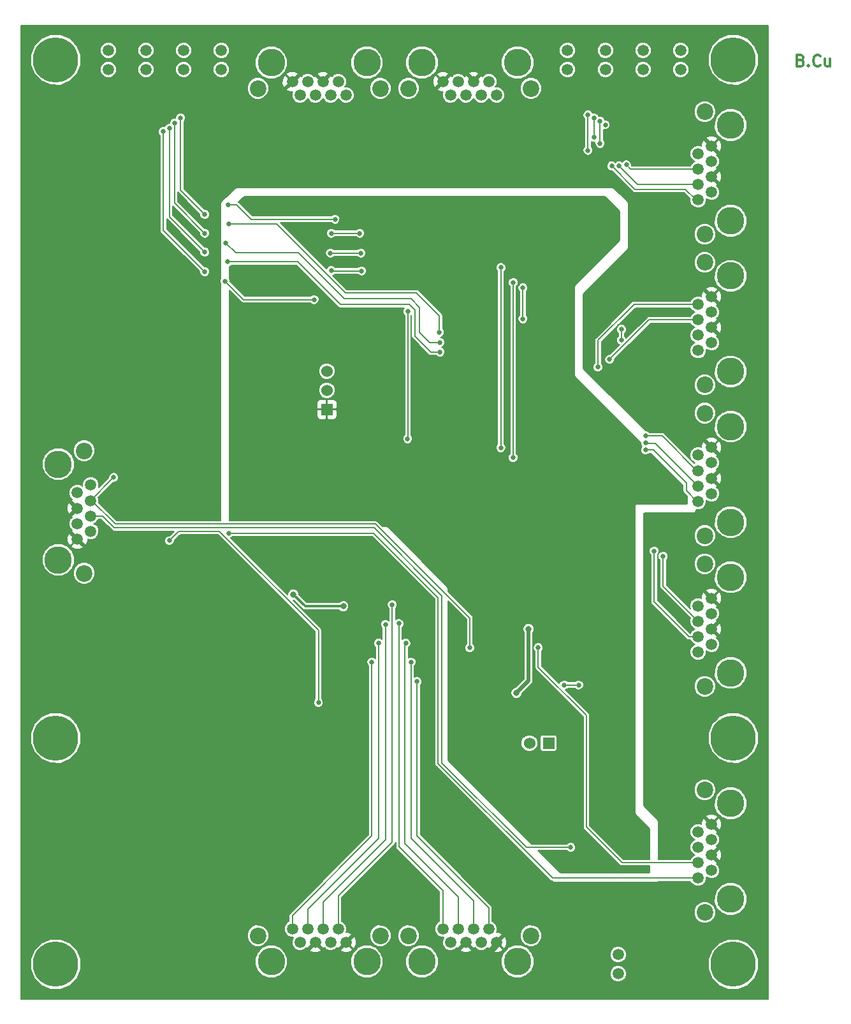
<source format=gbl>
G04 (created by PCBNEW (2013-mar-13)-testing) date Tue 15 Oct 2013 18:56:25 BST*
%MOIN*%
G04 Gerber Fmt 3.4, Leading zero omitted, Abs format*
%FSLAX34Y34*%
G01*
G70*
G90*
G04 APERTURE LIST*
%ADD10C,0.005906*%
%ADD11C,0.011811*%
%ADD12C,0.236220*%
%ADD13C,0.059055*%
%ADD14C,0.143700*%
%ADD15C,0.059100*%
%ADD16C,0.086614*%
%ADD17R,0.060000X0.060000*%
%ADD18C,0.060000*%
%ADD19C,0.031496*%
%ADD20C,0.025591*%
%ADD21C,0.019685*%
%ADD22C,0.007874*%
G04 APERTURE END LIST*
G54D10*
G54D11*
X45658Y-6709D02*
X45742Y-6737D01*
X45770Y-6766D01*
X45798Y-6822D01*
X45798Y-6906D01*
X45770Y-6962D01*
X45742Y-6991D01*
X45686Y-7019D01*
X45461Y-7019D01*
X45461Y-6428D01*
X45658Y-6428D01*
X45714Y-6456D01*
X45742Y-6484D01*
X45770Y-6541D01*
X45770Y-6597D01*
X45742Y-6653D01*
X45714Y-6681D01*
X45658Y-6709D01*
X45461Y-6709D01*
X46051Y-6962D02*
X46079Y-6991D01*
X46051Y-7019D01*
X46023Y-6991D01*
X46051Y-6962D01*
X46051Y-7019D01*
X46670Y-6962D02*
X46642Y-6991D01*
X46557Y-7019D01*
X46501Y-7019D01*
X46417Y-6991D01*
X46361Y-6934D01*
X46332Y-6878D01*
X46304Y-6766D01*
X46304Y-6681D01*
X46332Y-6569D01*
X46361Y-6512D01*
X46417Y-6456D01*
X46501Y-6428D01*
X46557Y-6428D01*
X46642Y-6456D01*
X46670Y-6484D01*
X47176Y-6625D02*
X47176Y-7019D01*
X46923Y-6625D02*
X46923Y-6934D01*
X46951Y-6991D01*
X47007Y-7019D01*
X47092Y-7019D01*
X47148Y-6991D01*
X47176Y-6962D01*
G54D12*
X6692Y-53937D03*
X42125Y-53937D03*
X42125Y-42125D03*
X6692Y-42125D03*
X6692Y-6692D03*
X42125Y-6692D03*
G54D13*
X39370Y-7192D03*
X39370Y-6192D03*
X37401Y-7192D03*
X37401Y-6192D03*
X35433Y-7192D03*
X35433Y-6192D03*
X33464Y-7192D03*
X33464Y-6192D03*
X15354Y-7192D03*
X15354Y-6192D03*
X13385Y-7192D03*
X13385Y-6192D03*
X11417Y-7192D03*
X11417Y-6192D03*
X9448Y-7192D03*
X9448Y-6192D03*
X36102Y-53437D03*
X36102Y-54437D03*
G54D14*
X41988Y-10098D03*
X41988Y-15098D03*
G54D15*
X40988Y-11192D03*
X40287Y-11594D03*
X40988Y-11996D03*
X40287Y-12397D03*
X40988Y-12799D03*
X40287Y-13200D03*
X40988Y-13602D03*
X40287Y-14003D03*
G54D16*
X40637Y-9397D03*
X40637Y-15799D03*
G54D14*
X41988Y-17972D03*
X41988Y-22972D03*
G54D15*
X40988Y-19066D03*
X40287Y-19468D03*
X40988Y-19870D03*
X40287Y-20271D03*
X40988Y-20673D03*
X40287Y-21074D03*
X40988Y-21476D03*
X40287Y-21877D03*
G54D16*
X40637Y-17271D03*
X40637Y-23673D03*
G54D14*
X41988Y-25846D03*
X41988Y-30846D03*
G54D15*
X40988Y-26940D03*
X40287Y-27342D03*
X40988Y-27744D03*
X40287Y-28145D03*
X40988Y-28547D03*
X40287Y-28948D03*
X40988Y-29350D03*
X40287Y-29751D03*
G54D16*
X40637Y-25145D03*
X40637Y-31547D03*
G54D14*
X41988Y-33720D03*
X41988Y-38720D03*
G54D15*
X40988Y-34814D03*
X40287Y-35216D03*
X40988Y-35618D03*
X40287Y-36019D03*
X40988Y-36421D03*
X40287Y-36822D03*
X40988Y-37224D03*
X40287Y-37625D03*
G54D16*
X40637Y-33019D03*
X40637Y-39421D03*
G54D14*
X41988Y-45531D03*
X41988Y-50531D03*
G54D15*
X40988Y-46625D03*
X40287Y-47027D03*
X40988Y-47429D03*
X40287Y-47830D03*
X40988Y-48232D03*
X40287Y-48633D03*
X40988Y-49035D03*
X40287Y-49437D03*
G54D16*
X40637Y-44830D03*
X40637Y-51232D03*
G54D14*
X6830Y-32814D03*
X6830Y-27814D03*
G54D15*
X7830Y-31720D03*
X8531Y-31318D03*
X7830Y-30917D03*
X8531Y-30515D03*
X7830Y-30114D03*
X8531Y-29712D03*
X7830Y-29311D03*
X8531Y-28909D03*
G54D16*
X8181Y-33515D03*
X8181Y-27114D03*
G54D14*
X30846Y-53799D03*
X25846Y-53799D03*
G54D15*
X29751Y-52799D03*
X29350Y-52098D03*
X28948Y-52799D03*
X28547Y-52098D03*
X28145Y-52799D03*
X27744Y-52098D03*
X27342Y-52799D03*
X26940Y-52098D03*
G54D16*
X31547Y-52448D03*
X25145Y-52448D03*
G54D14*
X22972Y-53799D03*
X17972Y-53799D03*
G54D15*
X21877Y-52799D03*
X21476Y-52098D03*
X21074Y-52799D03*
X20673Y-52098D03*
X20271Y-52799D03*
X19870Y-52098D03*
X19468Y-52799D03*
X19066Y-52098D03*
G54D16*
X23673Y-52448D03*
X17271Y-52448D03*
G54D14*
X25846Y-6830D03*
X30846Y-6830D03*
G54D15*
X26940Y-7830D03*
X27342Y-8531D03*
X27744Y-7830D03*
X28145Y-8531D03*
X28547Y-7830D03*
X28948Y-8531D03*
X29350Y-7830D03*
X29751Y-8531D03*
G54D16*
X25145Y-8181D03*
X31547Y-8181D03*
G54D14*
X17972Y-6830D03*
X22972Y-6830D03*
G54D15*
X19066Y-7830D03*
X19468Y-8531D03*
X19870Y-7830D03*
X20271Y-8531D03*
X20673Y-7830D03*
X21074Y-8531D03*
X21476Y-7830D03*
X21877Y-8531D03*
G54D16*
X17271Y-8181D03*
X23673Y-8181D03*
G54D17*
X32468Y-42391D03*
G54D18*
X31468Y-42391D03*
G54D17*
X20875Y-24956D03*
G54D18*
X20875Y-23956D03*
X20875Y-22956D03*
G54D19*
X12952Y-43937D03*
X13385Y-43503D03*
X12519Y-43503D03*
G54D20*
X38456Y-32625D03*
X36279Y-21328D03*
X36279Y-20767D03*
X29968Y-26956D03*
X29980Y-17539D03*
X36535Y-12175D03*
X25110Y-19830D03*
X25098Y-26488D03*
X36151Y-12224D03*
X30614Y-27464D03*
X30622Y-18326D03*
X31129Y-18598D03*
X31129Y-20220D03*
X35767Y-12234D03*
X37988Y-32358D03*
X37539Y-26334D03*
X37539Y-26696D03*
X37535Y-27070D03*
X35047Y-22732D03*
X35661Y-22338D03*
X33622Y-47834D03*
X15748Y-31417D03*
X20433Y-40275D03*
X12637Y-31811D03*
X26791Y-21958D03*
X15688Y-17244D03*
X26781Y-21456D03*
X15590Y-16250D03*
X15738Y-15246D03*
X26761Y-20925D03*
X15728Y-14261D03*
X21299Y-15019D03*
X25590Y-39173D03*
X25275Y-38149D03*
X25000Y-37165D03*
X24645Y-36141D03*
X24291Y-35157D03*
X23937Y-36181D03*
X23582Y-37165D03*
X23228Y-38149D03*
X35433Y-10078D03*
X21102Y-17696D03*
X22696Y-17716D03*
X35157Y-11053D03*
X35157Y-9881D03*
X22657Y-16781D03*
X21062Y-16781D03*
X34842Y-9724D03*
X21102Y-15748D03*
X22598Y-15748D03*
X34842Y-10738D03*
X34527Y-9566D03*
X34527Y-11417D03*
X13228Y-9724D03*
X14488Y-14763D03*
X12913Y-10000D03*
X14488Y-15748D03*
X12637Y-10275D03*
X14488Y-16732D03*
X12322Y-10433D03*
X14488Y-17755D03*
X33287Y-39350D03*
X34045Y-39350D03*
X28346Y-37401D03*
X9724Y-28503D03*
X20206Y-19212D03*
X15551Y-18257D03*
X31929Y-37401D03*
G54D19*
X21732Y-35236D03*
X19124Y-34625D03*
X30787Y-39763D03*
X31417Y-36417D03*
X36338Y-48188D03*
X32992Y-35118D03*
X29251Y-42007D03*
X28937Y-42322D03*
X29251Y-42637D03*
X28622Y-42007D03*
X28622Y-42637D03*
X29881Y-37755D03*
X29881Y-35118D03*
G54D21*
X19066Y-7830D02*
X19066Y-7822D01*
X20125Y-7283D02*
X20673Y-7830D01*
X19606Y-7283D02*
X20125Y-7283D01*
X19066Y-7822D02*
X19606Y-7283D01*
X7830Y-30114D02*
X7263Y-29547D01*
X17921Y-8976D02*
X19066Y-7830D01*
X11318Y-8976D02*
X17921Y-8976D01*
X9035Y-11259D02*
X11318Y-8976D01*
X9035Y-27244D02*
X9035Y-11259D01*
X7263Y-29015D02*
X9035Y-27244D01*
X7263Y-29547D02*
X7263Y-29015D01*
X7830Y-31720D02*
X7822Y-31720D01*
X7283Y-30661D02*
X7830Y-30114D01*
X7283Y-31181D02*
X7283Y-30661D01*
X7822Y-31720D02*
X7283Y-31181D01*
X12519Y-43503D02*
X10708Y-43503D01*
X9133Y-33023D02*
X7830Y-31720D01*
X9133Y-41929D02*
X9133Y-33023D01*
X10708Y-43503D02*
X9133Y-41929D01*
X20271Y-52799D02*
X19724Y-53346D01*
X12519Y-46732D02*
X12519Y-43503D01*
X19133Y-53346D02*
X12519Y-46732D01*
X19724Y-53346D02*
X19133Y-53346D01*
X21877Y-52799D02*
X21877Y-52807D01*
X20818Y-53346D02*
X20271Y-52799D01*
X21338Y-53346D02*
X20818Y-53346D01*
X21877Y-52807D02*
X21338Y-53346D01*
X28145Y-52799D02*
X27559Y-53385D01*
X22866Y-51811D02*
X21877Y-52799D01*
X25413Y-51811D02*
X22866Y-51811D01*
X26988Y-53385D02*
X25413Y-51811D01*
X27559Y-53385D02*
X26988Y-53385D01*
X29751Y-52799D02*
X29751Y-53023D01*
X28692Y-53346D02*
X28145Y-52799D01*
X29429Y-53346D02*
X28692Y-53346D01*
X29751Y-53023D02*
X29429Y-53346D01*
X40988Y-48232D02*
X41555Y-48799D01*
X30740Y-51811D02*
X29751Y-52799D01*
X39074Y-51811D02*
X30740Y-51811D01*
X41555Y-49330D02*
X39074Y-51811D01*
X41555Y-48799D02*
X41555Y-49330D01*
X40988Y-46625D02*
X40996Y-46625D01*
X41535Y-47685D02*
X40988Y-48232D01*
X41535Y-47165D02*
X41535Y-47685D01*
X40996Y-46625D02*
X41535Y-47165D01*
X40988Y-36421D02*
X41574Y-37007D01*
X40000Y-45637D02*
X40988Y-46625D01*
X40000Y-39074D02*
X40000Y-45637D01*
X41574Y-37500D02*
X40000Y-39074D01*
X41574Y-37007D02*
X41574Y-37500D01*
X40988Y-34814D02*
X40988Y-34826D01*
X41535Y-35874D02*
X40988Y-36421D01*
X41535Y-35374D02*
X41535Y-35874D01*
X40988Y-34826D02*
X41535Y-35374D01*
X40988Y-28547D02*
X41614Y-29173D01*
X40000Y-33826D02*
X40988Y-34814D01*
X40000Y-31240D02*
X40000Y-33826D01*
X41614Y-29625D02*
X40000Y-31240D01*
X41614Y-29173D02*
X41614Y-29625D01*
X40988Y-26940D02*
X40996Y-26940D01*
X41535Y-28000D02*
X40988Y-28547D01*
X41535Y-27480D02*
X41535Y-28000D01*
X40996Y-26940D02*
X41535Y-27480D01*
X40988Y-20673D02*
X41555Y-21240D01*
X40000Y-25952D02*
X40988Y-26940D01*
X40000Y-23385D02*
X40000Y-25952D01*
X41555Y-21830D02*
X40000Y-23385D01*
X41555Y-21240D02*
X41555Y-21830D01*
X40988Y-19066D02*
X40996Y-19066D01*
X41535Y-20125D02*
X40988Y-20673D01*
X41535Y-19606D02*
X41535Y-20125D01*
X40996Y-19066D02*
X41535Y-19606D01*
X40988Y-12799D02*
X41007Y-12799D01*
X40000Y-18078D02*
X40988Y-19066D01*
X40000Y-15433D02*
X40000Y-18078D01*
X41555Y-13877D02*
X40000Y-15433D01*
X41555Y-13346D02*
X41555Y-13877D01*
X41007Y-12799D02*
X41555Y-13346D01*
X40988Y-11192D02*
X40996Y-11192D01*
X40996Y-11192D02*
X41555Y-11751D01*
X41555Y-11751D02*
X41555Y-12232D01*
X41555Y-12232D02*
X40988Y-12799D01*
X28547Y-7830D02*
X28547Y-7791D01*
X38712Y-8897D02*
X41007Y-11192D01*
X31220Y-8897D02*
X38712Y-8897D01*
X29606Y-7283D02*
X31220Y-8897D01*
X29055Y-7283D02*
X29606Y-7283D01*
X28547Y-7791D02*
X29055Y-7283D01*
X28547Y-7830D02*
X28547Y-7759D01*
X27527Y-7244D02*
X26940Y-7830D01*
X28031Y-7244D02*
X27527Y-7244D01*
X28547Y-7759D02*
X28031Y-7244D01*
X20673Y-7830D02*
X20673Y-7811D01*
X20673Y-7811D02*
X21161Y-7322D01*
X21161Y-7322D02*
X21763Y-7322D01*
X21763Y-7322D02*
X23255Y-8814D01*
X23255Y-8814D02*
X25956Y-8814D01*
X25956Y-8814D02*
X26940Y-7830D01*
X41007Y-11192D02*
X40996Y-11192D01*
G54D22*
X40287Y-36019D02*
X38460Y-34192D01*
X38460Y-32629D02*
X38460Y-34192D01*
X38460Y-32629D02*
X38456Y-32625D01*
X36279Y-20767D02*
X36279Y-21328D01*
X29968Y-17551D02*
X29968Y-26956D01*
X29980Y-17539D02*
X29968Y-17551D01*
X40287Y-12397D02*
X36757Y-12397D01*
X36757Y-12397D02*
X36535Y-12175D01*
X25110Y-26476D02*
X25110Y-19830D01*
X25098Y-26488D02*
X25110Y-26476D01*
X40287Y-13200D02*
X37127Y-13200D01*
X37127Y-13200D02*
X36151Y-12224D01*
X30614Y-18334D02*
X30614Y-27464D01*
X30622Y-18326D02*
X30614Y-18334D01*
X31129Y-20220D02*
X31129Y-18598D01*
X40165Y-14003D02*
X39625Y-13464D01*
X39625Y-13464D02*
X36998Y-13464D01*
X36998Y-13464D02*
X35767Y-12234D01*
X40287Y-14003D02*
X40165Y-14003D01*
X39811Y-36822D02*
X40287Y-36822D01*
X37988Y-35000D02*
X39811Y-36822D01*
X37988Y-32358D02*
X37988Y-35000D01*
X40287Y-28145D02*
X40212Y-28145D01*
X38401Y-26334D02*
X37539Y-26334D01*
X40212Y-28145D02*
X38401Y-26334D01*
X38051Y-26712D02*
X40287Y-28948D01*
X37555Y-26712D02*
X38051Y-26712D01*
X37539Y-26696D02*
X37555Y-26712D01*
X40287Y-29751D02*
X40224Y-29751D01*
X37960Y-27070D02*
X37535Y-27070D01*
X39669Y-28779D02*
X37960Y-27070D01*
X39669Y-29196D02*
X39669Y-28779D01*
X40224Y-29751D02*
X39669Y-29196D01*
X40287Y-19468D02*
X36933Y-19468D01*
X35059Y-21342D02*
X36933Y-19468D01*
X35059Y-22720D02*
X35059Y-21342D01*
X35059Y-22720D02*
X35047Y-22732D01*
X37728Y-20271D02*
X40287Y-20271D01*
X35661Y-22338D02*
X37728Y-20271D01*
X31299Y-47834D02*
X33622Y-47834D01*
X26889Y-43425D02*
X26889Y-34685D01*
X31299Y-47834D02*
X26889Y-43425D01*
X8511Y-30515D02*
X9137Y-30515D01*
X23346Y-31141D02*
X26889Y-34685D01*
X9137Y-30515D02*
X9763Y-31141D01*
X9763Y-31141D02*
X23346Y-31141D01*
X40307Y-49437D02*
X32665Y-49437D01*
X26692Y-43464D02*
X26692Y-34803D01*
X32665Y-49437D02*
X26692Y-43464D01*
X23307Y-31417D02*
X15748Y-31417D01*
X26692Y-34803D02*
X23307Y-31417D01*
X20433Y-36496D02*
X15255Y-31318D01*
X20433Y-40275D02*
X20433Y-36496D01*
X13129Y-31318D02*
X15255Y-31318D01*
X12637Y-31811D02*
X13129Y-31318D01*
X19360Y-17244D02*
X15688Y-17244D01*
X26791Y-21958D02*
X26318Y-21958D01*
X21584Y-19468D02*
X19360Y-17244D01*
X25177Y-19468D02*
X21584Y-19468D01*
X25472Y-19763D02*
X25177Y-19468D01*
X25472Y-21112D02*
X25472Y-19763D01*
X26318Y-21958D02*
X25472Y-21112D01*
X19370Y-16771D02*
X16112Y-16771D01*
X26781Y-21456D02*
X26259Y-21456D01*
X21771Y-19173D02*
X19370Y-16771D01*
X25275Y-19173D02*
X21771Y-19173D01*
X25728Y-19625D02*
X25275Y-19173D01*
X25728Y-20925D02*
X25728Y-19625D01*
X26259Y-21456D02*
X25728Y-20925D01*
X16112Y-16771D02*
X15590Y-16250D01*
X18246Y-15255D02*
X15748Y-15255D01*
X24694Y-18868D02*
X21858Y-18868D01*
X18246Y-15255D02*
X21858Y-18868D01*
X15748Y-15255D02*
X15738Y-15246D01*
X24694Y-18868D02*
X25561Y-18868D01*
X26761Y-20068D02*
X26761Y-20925D01*
X25561Y-18868D02*
X26761Y-20068D01*
X16161Y-14261D02*
X15728Y-14261D01*
X16919Y-15019D02*
X16161Y-14261D01*
X21299Y-15019D02*
X16919Y-15019D01*
X29350Y-51003D02*
X29350Y-52118D01*
X25590Y-47244D02*
X29350Y-51003D01*
X25590Y-39173D02*
X25590Y-47244D01*
X28547Y-50633D02*
X28547Y-52118D01*
X25275Y-47362D02*
X28547Y-50633D01*
X25275Y-38149D02*
X25275Y-47362D01*
X27744Y-50421D02*
X27744Y-52118D01*
X24960Y-47637D02*
X27744Y-50421D01*
X24960Y-37204D02*
X24960Y-47637D01*
X25000Y-37165D02*
X24960Y-37204D01*
X26940Y-50090D02*
X26940Y-52118D01*
X24645Y-47795D02*
X26940Y-50090D01*
X24645Y-36141D02*
X24645Y-47795D01*
X21476Y-50374D02*
X21476Y-52118D01*
X24291Y-47559D02*
X21476Y-50374D01*
X24291Y-35157D02*
X24291Y-47559D01*
X20673Y-50704D02*
X20673Y-52118D01*
X23937Y-47440D02*
X20673Y-50704D01*
X23937Y-36181D02*
X23937Y-47440D01*
X19870Y-51074D02*
X19870Y-52118D01*
X23582Y-47362D02*
X19870Y-51074D01*
X23582Y-37165D02*
X23582Y-47362D01*
X19066Y-51405D02*
X19066Y-52118D01*
X23228Y-47244D02*
X19066Y-51405D01*
X23228Y-38149D02*
X23228Y-47244D01*
X21102Y-17696D02*
X21122Y-17716D01*
X21122Y-17716D02*
X22696Y-17716D01*
X35157Y-11053D02*
X35157Y-9881D01*
X21062Y-16781D02*
X22657Y-16781D01*
X34842Y-9724D02*
X34842Y-10738D01*
X21102Y-15748D02*
X22598Y-15748D01*
X34527Y-11417D02*
X34527Y-9566D01*
X13228Y-9724D02*
X13228Y-13503D01*
X13228Y-13503D02*
X14488Y-14763D01*
X12913Y-10000D02*
X12913Y-14173D01*
X12913Y-14173D02*
X14488Y-15748D01*
X12637Y-10275D02*
X12637Y-14881D01*
X12637Y-14881D02*
X14488Y-16732D01*
X12322Y-10433D02*
X12322Y-15590D01*
X12322Y-15590D02*
X14488Y-17755D01*
X33287Y-39350D02*
X34045Y-39350D01*
X28346Y-37401D02*
X28346Y-35866D01*
X9803Y-30944D02*
X23425Y-30944D01*
X23425Y-30944D02*
X28346Y-35866D01*
X9724Y-28503D02*
X8515Y-29712D01*
X8515Y-29712D02*
X8511Y-29712D01*
X8570Y-29712D02*
X9803Y-30944D01*
X8511Y-29712D02*
X8570Y-29712D01*
X16505Y-19212D02*
X20206Y-19212D01*
X15551Y-18257D02*
X16505Y-19212D01*
X40307Y-48633D02*
X36311Y-48633D01*
X31929Y-38425D02*
X34448Y-40944D01*
X31929Y-37401D02*
X31929Y-38425D01*
X36311Y-48633D02*
X34448Y-46771D01*
X34448Y-46771D02*
X34448Y-40944D01*
G54D11*
X21732Y-35236D02*
X19734Y-35236D01*
X19734Y-35236D02*
X19124Y-34625D01*
G54D21*
X31417Y-39133D02*
X30787Y-39763D01*
X31417Y-36417D02*
X31417Y-39133D01*
X34724Y-36850D02*
X32992Y-35118D01*
X34724Y-46574D02*
X34724Y-36850D01*
X36338Y-48188D02*
X34724Y-46574D01*
X29881Y-37755D02*
X29881Y-35118D01*
G54D10*
G36*
X39724Y-29845D02*
X39688Y-29881D01*
X37050Y-29881D01*
X36968Y-29964D01*
X36968Y-46011D01*
X37016Y-46127D01*
X37720Y-46830D01*
X37755Y-46917D01*
X37755Y-48456D01*
X36384Y-48456D01*
X34625Y-46698D01*
X34625Y-40944D01*
X34612Y-40877D01*
X34612Y-40877D01*
X34574Y-40819D01*
X33361Y-39607D01*
X33437Y-39575D01*
X33486Y-39527D01*
X33846Y-39527D01*
X33894Y-39575D01*
X33992Y-39616D01*
X34097Y-39616D01*
X34195Y-39575D01*
X34270Y-39501D01*
X34310Y-39403D01*
X34311Y-39297D01*
X34270Y-39200D01*
X34196Y-39125D01*
X34098Y-39084D01*
X33992Y-39084D01*
X33894Y-39124D01*
X33846Y-39173D01*
X33486Y-39173D01*
X33438Y-39125D01*
X33340Y-39084D01*
X33234Y-39084D01*
X33137Y-39124D01*
X33062Y-39199D01*
X33030Y-39276D01*
X32106Y-38351D01*
X32106Y-37600D01*
X32154Y-37552D01*
X32194Y-37454D01*
X32194Y-37348D01*
X32154Y-37251D01*
X32079Y-37176D01*
X31982Y-37135D01*
X31876Y-37135D01*
X31778Y-37176D01*
X31712Y-37242D01*
X31712Y-36358D01*
X31667Y-36250D01*
X31584Y-36167D01*
X31476Y-36122D01*
X31395Y-36122D01*
X31395Y-20167D01*
X31355Y-20070D01*
X31307Y-20021D01*
X31307Y-18797D01*
X31355Y-18749D01*
X31395Y-18651D01*
X31395Y-18545D01*
X31355Y-18448D01*
X31280Y-18373D01*
X31183Y-18332D01*
X31077Y-18332D01*
X30979Y-18373D01*
X30904Y-18447D01*
X30887Y-18488D01*
X30887Y-18274D01*
X30847Y-18176D01*
X30772Y-18101D01*
X30675Y-18061D01*
X30569Y-18060D01*
X30471Y-18101D01*
X30396Y-18176D01*
X30356Y-18273D01*
X30356Y-18379D01*
X30396Y-18477D01*
X30437Y-18517D01*
X30437Y-27265D01*
X30389Y-27313D01*
X30348Y-27411D01*
X30348Y-27517D01*
X30388Y-27614D01*
X30463Y-27689D01*
X30561Y-27730D01*
X30666Y-27730D01*
X30764Y-27689D01*
X30839Y-27615D01*
X30879Y-27517D01*
X30879Y-27411D01*
X30839Y-27314D01*
X30791Y-27265D01*
X30791Y-18533D01*
X30847Y-18477D01*
X30887Y-18379D01*
X30887Y-18274D01*
X30887Y-18488D01*
X30864Y-18545D01*
X30864Y-18651D01*
X30904Y-18748D01*
X30952Y-18797D01*
X30952Y-20021D01*
X30904Y-20069D01*
X30864Y-20167D01*
X30864Y-20273D01*
X30904Y-20370D01*
X30979Y-20445D01*
X31076Y-20486D01*
X31182Y-20486D01*
X31280Y-20445D01*
X31355Y-20371D01*
X31395Y-20273D01*
X31395Y-20167D01*
X31395Y-36122D01*
X31358Y-36121D01*
X31250Y-36166D01*
X31167Y-36249D01*
X31122Y-36358D01*
X31121Y-36475D01*
X31166Y-36584D01*
X31181Y-36598D01*
X31181Y-39036D01*
X30748Y-39468D01*
X30728Y-39468D01*
X30620Y-39513D01*
X30537Y-39596D01*
X30492Y-39704D01*
X30492Y-39822D01*
X30536Y-39930D01*
X30619Y-40013D01*
X30728Y-40059D01*
X30845Y-40059D01*
X30954Y-40014D01*
X31037Y-39931D01*
X31082Y-39822D01*
X31082Y-39802D01*
X31584Y-39300D01*
X31635Y-39224D01*
X31653Y-39133D01*
X31653Y-36598D01*
X31667Y-36584D01*
X31712Y-36476D01*
X31712Y-36358D01*
X31712Y-37242D01*
X31703Y-37250D01*
X31663Y-37348D01*
X31663Y-37454D01*
X31703Y-37551D01*
X31751Y-37600D01*
X31751Y-38425D01*
X31765Y-38492D01*
X31803Y-38550D01*
X34271Y-41018D01*
X34271Y-46771D01*
X34285Y-46839D01*
X34323Y-46896D01*
X36185Y-48759D01*
X36243Y-48797D01*
X36243Y-48797D01*
X36311Y-48811D01*
X37755Y-48811D01*
X37755Y-49137D01*
X37719Y-49173D01*
X33137Y-49173D01*
X33051Y-49137D01*
X31925Y-48011D01*
X33423Y-48011D01*
X33471Y-48059D01*
X33568Y-48100D01*
X33674Y-48100D01*
X33772Y-48060D01*
X33847Y-47985D01*
X33887Y-47887D01*
X33887Y-47782D01*
X33847Y-47684D01*
X33772Y-47609D01*
X33675Y-47568D01*
X33569Y-47568D01*
X33471Y-47609D01*
X33423Y-47657D01*
X32906Y-47657D01*
X32906Y-42719D01*
X32906Y-42664D01*
X32906Y-42064D01*
X32885Y-42013D01*
X32846Y-41974D01*
X32795Y-41953D01*
X32741Y-41953D01*
X32141Y-41953D01*
X32090Y-41974D01*
X32051Y-42013D01*
X32030Y-42064D01*
X32030Y-42119D01*
X32030Y-42719D01*
X32051Y-42769D01*
X32090Y-42808D01*
X32141Y-42829D01*
X32195Y-42829D01*
X32795Y-42829D01*
X32846Y-42808D01*
X32885Y-42769D01*
X32906Y-42719D01*
X32906Y-47657D01*
X31906Y-47657D01*
X31906Y-42305D01*
X31839Y-42144D01*
X31716Y-42020D01*
X31555Y-41954D01*
X31381Y-41953D01*
X31220Y-42020D01*
X31097Y-42143D01*
X31030Y-42304D01*
X31030Y-42478D01*
X31097Y-42639D01*
X31220Y-42762D01*
X31381Y-42829D01*
X31555Y-42829D01*
X31716Y-42763D01*
X31839Y-42640D01*
X31906Y-42479D01*
X31906Y-42305D01*
X31906Y-47657D01*
X31571Y-47657D01*
X30246Y-46332D01*
X30246Y-17486D01*
X30205Y-17389D01*
X30131Y-17314D01*
X30033Y-17273D01*
X29927Y-17273D01*
X29829Y-17313D01*
X29755Y-17388D01*
X29714Y-17486D01*
X29714Y-17591D01*
X29754Y-17689D01*
X29791Y-17726D01*
X29791Y-26758D01*
X29743Y-26805D01*
X29702Y-26903D01*
X29702Y-27009D01*
X29743Y-27107D01*
X29817Y-27181D01*
X29915Y-27222D01*
X30021Y-27222D01*
X30118Y-27182D01*
X30193Y-27107D01*
X30234Y-27009D01*
X30234Y-26904D01*
X30193Y-26806D01*
X30145Y-26758D01*
X30145Y-17749D01*
X30205Y-17690D01*
X30246Y-17592D01*
X30246Y-17486D01*
X30246Y-46332D01*
X27240Y-43326D01*
X27204Y-43240D01*
X27204Y-34974D01*
X28169Y-35939D01*
X28169Y-37202D01*
X28121Y-37250D01*
X28080Y-37348D01*
X28080Y-37454D01*
X28121Y-37551D01*
X28195Y-37626D01*
X28293Y-37667D01*
X28399Y-37667D01*
X28496Y-37626D01*
X28571Y-37552D01*
X28612Y-37454D01*
X28612Y-37348D01*
X28571Y-37251D01*
X28523Y-37202D01*
X28523Y-35866D01*
X28510Y-35798D01*
X28510Y-35798D01*
X28471Y-35740D01*
X27204Y-34473D01*
X27204Y-34303D01*
X27156Y-34187D01*
X24079Y-31110D01*
X23964Y-31062D01*
X23793Y-31062D01*
X23550Y-30819D01*
X23492Y-30781D01*
X23425Y-30767D01*
X21415Y-30767D01*
X21415Y-25304D01*
X21415Y-25036D01*
X21415Y-24877D01*
X21415Y-24609D01*
X21378Y-24521D01*
X21313Y-24456D01*
X21313Y-23869D01*
X21313Y-22869D01*
X21247Y-22709D01*
X21124Y-22585D01*
X20963Y-22518D01*
X20789Y-22518D01*
X20628Y-22585D01*
X20505Y-22708D01*
X20438Y-22869D01*
X20438Y-23043D01*
X20504Y-23204D01*
X20627Y-23327D01*
X20788Y-23394D01*
X20962Y-23394D01*
X21123Y-23328D01*
X21246Y-23205D01*
X21313Y-23044D01*
X21313Y-22869D01*
X21313Y-23869D01*
X21247Y-23709D01*
X21124Y-23585D01*
X20963Y-23518D01*
X20789Y-23518D01*
X20628Y-23585D01*
X20505Y-23708D01*
X20438Y-23869D01*
X20438Y-24043D01*
X20504Y-24204D01*
X20627Y-24327D01*
X20788Y-24394D01*
X20962Y-24394D01*
X21123Y-24328D01*
X21246Y-24205D01*
X21313Y-24044D01*
X21313Y-23869D01*
X21313Y-24456D01*
X21311Y-24453D01*
X21223Y-24417D01*
X21128Y-24417D01*
X20955Y-24417D01*
X20895Y-24477D01*
X20895Y-24937D01*
X21355Y-24937D01*
X21415Y-24877D01*
X21415Y-25036D01*
X21355Y-24976D01*
X20895Y-24976D01*
X20895Y-25436D01*
X20955Y-25496D01*
X21128Y-25496D01*
X21223Y-25496D01*
X21311Y-25459D01*
X21378Y-25392D01*
X21415Y-25304D01*
X21415Y-30767D01*
X20856Y-30767D01*
X20856Y-25436D01*
X20856Y-24976D01*
X20856Y-24937D01*
X20856Y-24477D01*
X20796Y-24417D01*
X20623Y-24417D01*
X20528Y-24417D01*
X20440Y-24453D01*
X20373Y-24521D01*
X20336Y-24609D01*
X20336Y-24877D01*
X20396Y-24937D01*
X20856Y-24937D01*
X20856Y-24976D01*
X20396Y-24976D01*
X20336Y-25036D01*
X20336Y-25304D01*
X20373Y-25392D01*
X20440Y-25459D01*
X20528Y-25496D01*
X20623Y-25496D01*
X20796Y-25496D01*
X20856Y-25436D01*
X20856Y-30767D01*
X15787Y-30767D01*
X15787Y-18744D01*
X16380Y-19337D01*
X16438Y-19376D01*
X16438Y-19376D01*
X16505Y-19389D01*
X20008Y-19389D01*
X20055Y-19437D01*
X20153Y-19478D01*
X20259Y-19478D01*
X20357Y-19438D01*
X20431Y-19363D01*
X20472Y-19265D01*
X20472Y-19159D01*
X20432Y-19062D01*
X20357Y-18987D01*
X20259Y-18946D01*
X20154Y-18946D01*
X20056Y-18987D01*
X20008Y-19035D01*
X16579Y-19035D01*
X15816Y-18273D01*
X15816Y-18205D01*
X15787Y-18133D01*
X15787Y-17490D01*
X15839Y-17469D01*
X15887Y-17421D01*
X19286Y-17421D01*
X21459Y-19593D01*
X21516Y-19632D01*
X21516Y-19632D01*
X21584Y-19645D01*
X24919Y-19645D01*
X24885Y-19679D01*
X24844Y-19777D01*
X24844Y-19883D01*
X24884Y-19981D01*
X24933Y-20029D01*
X24933Y-26277D01*
X24873Y-26337D01*
X24832Y-26435D01*
X24832Y-26540D01*
X24873Y-26638D01*
X24947Y-26713D01*
X25045Y-26753D01*
X25151Y-26753D01*
X25248Y-26713D01*
X25323Y-26638D01*
X25364Y-26541D01*
X25364Y-26435D01*
X25323Y-26337D01*
X25287Y-26301D01*
X25287Y-20029D01*
X25295Y-20021D01*
X25295Y-21112D01*
X25308Y-21180D01*
X25347Y-21237D01*
X26193Y-22083D01*
X26251Y-22122D01*
X26251Y-22122D01*
X26318Y-22135D01*
X26592Y-22135D01*
X26640Y-22183D01*
X26738Y-22224D01*
X26843Y-22224D01*
X26941Y-22184D01*
X27016Y-22109D01*
X27057Y-22011D01*
X27057Y-21906D01*
X27016Y-21808D01*
X26942Y-21733D01*
X26874Y-21705D01*
X26931Y-21682D01*
X27006Y-21607D01*
X27047Y-21509D01*
X27047Y-21404D01*
X27006Y-21306D01*
X26932Y-21231D01*
X26834Y-21190D01*
X26814Y-21190D01*
X26912Y-21150D01*
X26986Y-21075D01*
X27027Y-20978D01*
X27027Y-20872D01*
X26987Y-20774D01*
X26938Y-20726D01*
X26938Y-20068D01*
X26925Y-20001D01*
X26887Y-19943D01*
X25686Y-18742D01*
X25628Y-18704D01*
X25561Y-18690D01*
X24694Y-18690D01*
X21931Y-18690D01*
X21189Y-17948D01*
X21252Y-17922D01*
X21281Y-17893D01*
X22498Y-17893D01*
X22546Y-17941D01*
X22643Y-17982D01*
X22749Y-17982D01*
X22847Y-17941D01*
X22922Y-17867D01*
X22962Y-17769D01*
X22962Y-17663D01*
X22923Y-17568D01*
X22923Y-16728D01*
X22882Y-16631D01*
X22864Y-16612D01*
X22864Y-15695D01*
X22823Y-15597D01*
X22749Y-15522D01*
X22651Y-15482D01*
X22545Y-15482D01*
X22448Y-15522D01*
X22399Y-15570D01*
X21301Y-15570D01*
X21253Y-15522D01*
X21155Y-15482D01*
X21049Y-15482D01*
X20952Y-15522D01*
X20877Y-15597D01*
X20836Y-15694D01*
X20836Y-15800D01*
X20876Y-15898D01*
X20951Y-15973D01*
X21049Y-16013D01*
X21154Y-16013D01*
X21252Y-15973D01*
X21301Y-15925D01*
X22399Y-15925D01*
X22447Y-15973D01*
X22545Y-16013D01*
X22651Y-16013D01*
X22748Y-15973D01*
X22823Y-15898D01*
X22864Y-15801D01*
X22864Y-15695D01*
X22864Y-16612D01*
X22808Y-16556D01*
X22710Y-16515D01*
X22604Y-16515D01*
X22507Y-16556D01*
X22458Y-16604D01*
X21261Y-16604D01*
X21213Y-16556D01*
X21116Y-16515D01*
X21010Y-16515D01*
X20912Y-16556D01*
X20837Y-16630D01*
X20797Y-16728D01*
X20797Y-16834D01*
X20837Y-16931D01*
X20912Y-17006D01*
X21009Y-17047D01*
X21115Y-17047D01*
X21213Y-17006D01*
X21261Y-16958D01*
X22458Y-16958D01*
X22506Y-17006D01*
X22604Y-17047D01*
X22710Y-17047D01*
X22807Y-17006D01*
X22882Y-16932D01*
X22923Y-16834D01*
X22923Y-16728D01*
X22923Y-17568D01*
X22922Y-17566D01*
X22847Y-17491D01*
X22749Y-17450D01*
X22644Y-17450D01*
X22546Y-17491D01*
X22498Y-17539D01*
X21320Y-17539D01*
X21253Y-17471D01*
X21155Y-17431D01*
X21049Y-17431D01*
X20952Y-17471D01*
X20877Y-17546D01*
X20850Y-17609D01*
X18437Y-15196D01*
X21100Y-15196D01*
X21148Y-15244D01*
X21246Y-15285D01*
X21351Y-15285D01*
X21449Y-15245D01*
X21524Y-15170D01*
X21564Y-15072D01*
X21565Y-14967D01*
X21524Y-14869D01*
X21449Y-14794D01*
X21352Y-14753D01*
X21246Y-14753D01*
X21148Y-14794D01*
X21100Y-14842D01*
X16992Y-14842D01*
X16286Y-14136D01*
X16255Y-14115D01*
X16515Y-13854D01*
X16602Y-13818D01*
X35366Y-13818D01*
X35452Y-13854D01*
X36145Y-14547D01*
X36181Y-14633D01*
X36181Y-16074D01*
X36145Y-16161D01*
X33866Y-18439D01*
X33818Y-18555D01*
X33818Y-23177D01*
X33866Y-23292D01*
X37273Y-26699D01*
X37273Y-26749D01*
X37313Y-26847D01*
X37348Y-26881D01*
X37310Y-26920D01*
X37269Y-27017D01*
X37269Y-27123D01*
X37310Y-27221D01*
X37384Y-27296D01*
X37482Y-27336D01*
X37588Y-27336D01*
X37685Y-27296D01*
X37734Y-27248D01*
X37822Y-27248D01*
X39492Y-28917D01*
X39492Y-29196D01*
X39505Y-29264D01*
X39544Y-29322D01*
X39724Y-29502D01*
X39724Y-29845D01*
X39724Y-29845D01*
G37*
G54D22*
X39724Y-29845D02*
X39688Y-29881D01*
X37050Y-29881D01*
X36968Y-29964D01*
X36968Y-46011D01*
X37016Y-46127D01*
X37720Y-46830D01*
X37755Y-46917D01*
X37755Y-48456D01*
X36384Y-48456D01*
X34625Y-46698D01*
X34625Y-40944D01*
X34612Y-40877D01*
X34612Y-40877D01*
X34574Y-40819D01*
X33361Y-39607D01*
X33437Y-39575D01*
X33486Y-39527D01*
X33846Y-39527D01*
X33894Y-39575D01*
X33992Y-39616D01*
X34097Y-39616D01*
X34195Y-39575D01*
X34270Y-39501D01*
X34310Y-39403D01*
X34311Y-39297D01*
X34270Y-39200D01*
X34196Y-39125D01*
X34098Y-39084D01*
X33992Y-39084D01*
X33894Y-39124D01*
X33846Y-39173D01*
X33486Y-39173D01*
X33438Y-39125D01*
X33340Y-39084D01*
X33234Y-39084D01*
X33137Y-39124D01*
X33062Y-39199D01*
X33030Y-39276D01*
X32106Y-38351D01*
X32106Y-37600D01*
X32154Y-37552D01*
X32194Y-37454D01*
X32194Y-37348D01*
X32154Y-37251D01*
X32079Y-37176D01*
X31982Y-37135D01*
X31876Y-37135D01*
X31778Y-37176D01*
X31712Y-37242D01*
X31712Y-36358D01*
X31667Y-36250D01*
X31584Y-36167D01*
X31476Y-36122D01*
X31395Y-36122D01*
X31395Y-20167D01*
X31355Y-20070D01*
X31307Y-20021D01*
X31307Y-18797D01*
X31355Y-18749D01*
X31395Y-18651D01*
X31395Y-18545D01*
X31355Y-18448D01*
X31280Y-18373D01*
X31183Y-18332D01*
X31077Y-18332D01*
X30979Y-18373D01*
X30904Y-18447D01*
X30887Y-18488D01*
X30887Y-18274D01*
X30847Y-18176D01*
X30772Y-18101D01*
X30675Y-18061D01*
X30569Y-18060D01*
X30471Y-18101D01*
X30396Y-18176D01*
X30356Y-18273D01*
X30356Y-18379D01*
X30396Y-18477D01*
X30437Y-18517D01*
X30437Y-27265D01*
X30389Y-27313D01*
X30348Y-27411D01*
X30348Y-27517D01*
X30388Y-27614D01*
X30463Y-27689D01*
X30561Y-27730D01*
X30666Y-27730D01*
X30764Y-27689D01*
X30839Y-27615D01*
X30879Y-27517D01*
X30879Y-27411D01*
X30839Y-27314D01*
X30791Y-27265D01*
X30791Y-18533D01*
X30847Y-18477D01*
X30887Y-18379D01*
X30887Y-18274D01*
X30887Y-18488D01*
X30864Y-18545D01*
X30864Y-18651D01*
X30904Y-18748D01*
X30952Y-18797D01*
X30952Y-20021D01*
X30904Y-20069D01*
X30864Y-20167D01*
X30864Y-20273D01*
X30904Y-20370D01*
X30979Y-20445D01*
X31076Y-20486D01*
X31182Y-20486D01*
X31280Y-20445D01*
X31355Y-20371D01*
X31395Y-20273D01*
X31395Y-20167D01*
X31395Y-36122D01*
X31358Y-36121D01*
X31250Y-36166D01*
X31167Y-36249D01*
X31122Y-36358D01*
X31121Y-36475D01*
X31166Y-36584D01*
X31181Y-36598D01*
X31181Y-39036D01*
X30748Y-39468D01*
X30728Y-39468D01*
X30620Y-39513D01*
X30537Y-39596D01*
X30492Y-39704D01*
X30492Y-39822D01*
X30536Y-39930D01*
X30619Y-40013D01*
X30728Y-40059D01*
X30845Y-40059D01*
X30954Y-40014D01*
X31037Y-39931D01*
X31082Y-39822D01*
X31082Y-39802D01*
X31584Y-39300D01*
X31635Y-39224D01*
X31653Y-39133D01*
X31653Y-36598D01*
X31667Y-36584D01*
X31712Y-36476D01*
X31712Y-36358D01*
X31712Y-37242D01*
X31703Y-37250D01*
X31663Y-37348D01*
X31663Y-37454D01*
X31703Y-37551D01*
X31751Y-37600D01*
X31751Y-38425D01*
X31765Y-38492D01*
X31803Y-38550D01*
X34271Y-41018D01*
X34271Y-46771D01*
X34285Y-46839D01*
X34323Y-46896D01*
X36185Y-48759D01*
X36243Y-48797D01*
X36243Y-48797D01*
X36311Y-48811D01*
X37755Y-48811D01*
X37755Y-49137D01*
X37719Y-49173D01*
X33137Y-49173D01*
X33051Y-49137D01*
X31925Y-48011D01*
X33423Y-48011D01*
X33471Y-48059D01*
X33568Y-48100D01*
X33674Y-48100D01*
X33772Y-48060D01*
X33847Y-47985D01*
X33887Y-47887D01*
X33887Y-47782D01*
X33847Y-47684D01*
X33772Y-47609D01*
X33675Y-47568D01*
X33569Y-47568D01*
X33471Y-47609D01*
X33423Y-47657D01*
X32906Y-47657D01*
X32906Y-42719D01*
X32906Y-42664D01*
X32906Y-42064D01*
X32885Y-42013D01*
X32846Y-41974D01*
X32795Y-41953D01*
X32741Y-41953D01*
X32141Y-41953D01*
X32090Y-41974D01*
X32051Y-42013D01*
X32030Y-42064D01*
X32030Y-42119D01*
X32030Y-42719D01*
X32051Y-42769D01*
X32090Y-42808D01*
X32141Y-42829D01*
X32195Y-42829D01*
X32795Y-42829D01*
X32846Y-42808D01*
X32885Y-42769D01*
X32906Y-42719D01*
X32906Y-47657D01*
X31906Y-47657D01*
X31906Y-42305D01*
X31839Y-42144D01*
X31716Y-42020D01*
X31555Y-41954D01*
X31381Y-41953D01*
X31220Y-42020D01*
X31097Y-42143D01*
X31030Y-42304D01*
X31030Y-42478D01*
X31097Y-42639D01*
X31220Y-42762D01*
X31381Y-42829D01*
X31555Y-42829D01*
X31716Y-42763D01*
X31839Y-42640D01*
X31906Y-42479D01*
X31906Y-42305D01*
X31906Y-47657D01*
X31571Y-47657D01*
X30246Y-46332D01*
X30246Y-17486D01*
X30205Y-17389D01*
X30131Y-17314D01*
X30033Y-17273D01*
X29927Y-17273D01*
X29829Y-17313D01*
X29755Y-17388D01*
X29714Y-17486D01*
X29714Y-17591D01*
X29754Y-17689D01*
X29791Y-17726D01*
X29791Y-26758D01*
X29743Y-26805D01*
X29702Y-26903D01*
X29702Y-27009D01*
X29743Y-27107D01*
X29817Y-27181D01*
X29915Y-27222D01*
X30021Y-27222D01*
X30118Y-27182D01*
X30193Y-27107D01*
X30234Y-27009D01*
X30234Y-26904D01*
X30193Y-26806D01*
X30145Y-26758D01*
X30145Y-17749D01*
X30205Y-17690D01*
X30246Y-17592D01*
X30246Y-17486D01*
X30246Y-46332D01*
X27240Y-43326D01*
X27204Y-43240D01*
X27204Y-34974D01*
X28169Y-35939D01*
X28169Y-37202D01*
X28121Y-37250D01*
X28080Y-37348D01*
X28080Y-37454D01*
X28121Y-37551D01*
X28195Y-37626D01*
X28293Y-37667D01*
X28399Y-37667D01*
X28496Y-37626D01*
X28571Y-37552D01*
X28612Y-37454D01*
X28612Y-37348D01*
X28571Y-37251D01*
X28523Y-37202D01*
X28523Y-35866D01*
X28510Y-35798D01*
X28510Y-35798D01*
X28471Y-35740D01*
X27204Y-34473D01*
X27204Y-34303D01*
X27156Y-34187D01*
X24079Y-31110D01*
X23964Y-31062D01*
X23793Y-31062D01*
X23550Y-30819D01*
X23492Y-30781D01*
X23425Y-30767D01*
X21415Y-30767D01*
X21415Y-25304D01*
X21415Y-25036D01*
X21415Y-24877D01*
X21415Y-24609D01*
X21378Y-24521D01*
X21313Y-24456D01*
X21313Y-23869D01*
X21313Y-22869D01*
X21247Y-22709D01*
X21124Y-22585D01*
X20963Y-22518D01*
X20789Y-22518D01*
X20628Y-22585D01*
X20505Y-22708D01*
X20438Y-22869D01*
X20438Y-23043D01*
X20504Y-23204D01*
X20627Y-23327D01*
X20788Y-23394D01*
X20962Y-23394D01*
X21123Y-23328D01*
X21246Y-23205D01*
X21313Y-23044D01*
X21313Y-22869D01*
X21313Y-23869D01*
X21247Y-23709D01*
X21124Y-23585D01*
X20963Y-23518D01*
X20789Y-23518D01*
X20628Y-23585D01*
X20505Y-23708D01*
X20438Y-23869D01*
X20438Y-24043D01*
X20504Y-24204D01*
X20627Y-24327D01*
X20788Y-24394D01*
X20962Y-24394D01*
X21123Y-24328D01*
X21246Y-24205D01*
X21313Y-24044D01*
X21313Y-23869D01*
X21313Y-24456D01*
X21311Y-24453D01*
X21223Y-24417D01*
X21128Y-24417D01*
X20955Y-24417D01*
X20895Y-24477D01*
X20895Y-24937D01*
X21355Y-24937D01*
X21415Y-24877D01*
X21415Y-25036D01*
X21355Y-24976D01*
X20895Y-24976D01*
X20895Y-25436D01*
X20955Y-25496D01*
X21128Y-25496D01*
X21223Y-25496D01*
X21311Y-25459D01*
X21378Y-25392D01*
X21415Y-25304D01*
X21415Y-30767D01*
X20856Y-30767D01*
X20856Y-25436D01*
X20856Y-24976D01*
X20856Y-24937D01*
X20856Y-24477D01*
X20796Y-24417D01*
X20623Y-24417D01*
X20528Y-24417D01*
X20440Y-24453D01*
X20373Y-24521D01*
X20336Y-24609D01*
X20336Y-24877D01*
X20396Y-24937D01*
X20856Y-24937D01*
X20856Y-24976D01*
X20396Y-24976D01*
X20336Y-25036D01*
X20336Y-25304D01*
X20373Y-25392D01*
X20440Y-25459D01*
X20528Y-25496D01*
X20623Y-25496D01*
X20796Y-25496D01*
X20856Y-25436D01*
X20856Y-30767D01*
X15787Y-30767D01*
X15787Y-18744D01*
X16380Y-19337D01*
X16438Y-19376D01*
X16438Y-19376D01*
X16505Y-19389D01*
X20008Y-19389D01*
X20055Y-19437D01*
X20153Y-19478D01*
X20259Y-19478D01*
X20357Y-19438D01*
X20431Y-19363D01*
X20472Y-19265D01*
X20472Y-19159D01*
X20432Y-19062D01*
X20357Y-18987D01*
X20259Y-18946D01*
X20154Y-18946D01*
X20056Y-18987D01*
X20008Y-19035D01*
X16579Y-19035D01*
X15816Y-18273D01*
X15816Y-18205D01*
X15787Y-18133D01*
X15787Y-17490D01*
X15839Y-17469D01*
X15887Y-17421D01*
X19286Y-17421D01*
X21459Y-19593D01*
X21516Y-19632D01*
X21516Y-19632D01*
X21584Y-19645D01*
X24919Y-19645D01*
X24885Y-19679D01*
X24844Y-19777D01*
X24844Y-19883D01*
X24884Y-19981D01*
X24933Y-20029D01*
X24933Y-26277D01*
X24873Y-26337D01*
X24832Y-26435D01*
X24832Y-26540D01*
X24873Y-26638D01*
X24947Y-26713D01*
X25045Y-26753D01*
X25151Y-26753D01*
X25248Y-26713D01*
X25323Y-26638D01*
X25364Y-26541D01*
X25364Y-26435D01*
X25323Y-26337D01*
X25287Y-26301D01*
X25287Y-20029D01*
X25295Y-20021D01*
X25295Y-21112D01*
X25308Y-21180D01*
X25347Y-21237D01*
X26193Y-22083D01*
X26251Y-22122D01*
X26251Y-22122D01*
X26318Y-22135D01*
X26592Y-22135D01*
X26640Y-22183D01*
X26738Y-22224D01*
X26843Y-22224D01*
X26941Y-22184D01*
X27016Y-22109D01*
X27057Y-22011D01*
X27057Y-21906D01*
X27016Y-21808D01*
X26942Y-21733D01*
X26874Y-21705D01*
X26931Y-21682D01*
X27006Y-21607D01*
X27047Y-21509D01*
X27047Y-21404D01*
X27006Y-21306D01*
X26932Y-21231D01*
X26834Y-21190D01*
X26814Y-21190D01*
X26912Y-21150D01*
X26986Y-21075D01*
X27027Y-20978D01*
X27027Y-20872D01*
X26987Y-20774D01*
X26938Y-20726D01*
X26938Y-20068D01*
X26925Y-20001D01*
X26887Y-19943D01*
X25686Y-18742D01*
X25628Y-18704D01*
X25561Y-18690D01*
X24694Y-18690D01*
X21931Y-18690D01*
X21189Y-17948D01*
X21252Y-17922D01*
X21281Y-17893D01*
X22498Y-17893D01*
X22546Y-17941D01*
X22643Y-17982D01*
X22749Y-17982D01*
X22847Y-17941D01*
X22922Y-17867D01*
X22962Y-17769D01*
X22962Y-17663D01*
X22923Y-17568D01*
X22923Y-16728D01*
X22882Y-16631D01*
X22864Y-16612D01*
X22864Y-15695D01*
X22823Y-15597D01*
X22749Y-15522D01*
X22651Y-15482D01*
X22545Y-15482D01*
X22448Y-15522D01*
X22399Y-15570D01*
X21301Y-15570D01*
X21253Y-15522D01*
X21155Y-15482D01*
X21049Y-15482D01*
X20952Y-15522D01*
X20877Y-15597D01*
X20836Y-15694D01*
X20836Y-15800D01*
X20876Y-15898D01*
X20951Y-15973D01*
X21049Y-16013D01*
X21154Y-16013D01*
X21252Y-15973D01*
X21301Y-15925D01*
X22399Y-15925D01*
X22447Y-15973D01*
X22545Y-16013D01*
X22651Y-16013D01*
X22748Y-15973D01*
X22823Y-15898D01*
X22864Y-15801D01*
X22864Y-15695D01*
X22864Y-16612D01*
X22808Y-16556D01*
X22710Y-16515D01*
X22604Y-16515D01*
X22507Y-16556D01*
X22458Y-16604D01*
X21261Y-16604D01*
X21213Y-16556D01*
X21116Y-16515D01*
X21010Y-16515D01*
X20912Y-16556D01*
X20837Y-16630D01*
X20797Y-16728D01*
X20797Y-16834D01*
X20837Y-16931D01*
X20912Y-17006D01*
X21009Y-17047D01*
X21115Y-17047D01*
X21213Y-17006D01*
X21261Y-16958D01*
X22458Y-16958D01*
X22506Y-17006D01*
X22604Y-17047D01*
X22710Y-17047D01*
X22807Y-17006D01*
X22882Y-16932D01*
X22923Y-16834D01*
X22923Y-16728D01*
X22923Y-17568D01*
X22922Y-17566D01*
X22847Y-17491D01*
X22749Y-17450D01*
X22644Y-17450D01*
X22546Y-17491D01*
X22498Y-17539D01*
X21320Y-17539D01*
X21253Y-17471D01*
X21155Y-17431D01*
X21049Y-17431D01*
X20952Y-17471D01*
X20877Y-17546D01*
X20850Y-17609D01*
X18437Y-15196D01*
X21100Y-15196D01*
X21148Y-15244D01*
X21246Y-15285D01*
X21351Y-15285D01*
X21449Y-15245D01*
X21524Y-15170D01*
X21564Y-15072D01*
X21565Y-14967D01*
X21524Y-14869D01*
X21449Y-14794D01*
X21352Y-14753D01*
X21246Y-14753D01*
X21148Y-14794D01*
X21100Y-14842D01*
X16992Y-14842D01*
X16286Y-14136D01*
X16255Y-14115D01*
X16515Y-13854D01*
X16602Y-13818D01*
X35366Y-13818D01*
X35452Y-13854D01*
X36145Y-14547D01*
X36181Y-14633D01*
X36181Y-16074D01*
X36145Y-16161D01*
X33866Y-18439D01*
X33818Y-18555D01*
X33818Y-23177D01*
X33866Y-23292D01*
X37273Y-26699D01*
X37273Y-26749D01*
X37313Y-26847D01*
X37348Y-26881D01*
X37310Y-26920D01*
X37269Y-27017D01*
X37269Y-27123D01*
X37310Y-27221D01*
X37384Y-27296D01*
X37482Y-27336D01*
X37588Y-27336D01*
X37685Y-27296D01*
X37734Y-27248D01*
X37822Y-27248D01*
X39492Y-28917D01*
X39492Y-29196D01*
X39505Y-29264D01*
X39544Y-29322D01*
X39724Y-29502D01*
X39724Y-29845D01*
G54D10*
G36*
X43937Y-55748D02*
X43445Y-55748D01*
X43445Y-53675D01*
X43445Y-41864D01*
X43445Y-6431D01*
X43244Y-5946D01*
X42874Y-5575D01*
X42389Y-5374D01*
X41864Y-5373D01*
X41379Y-5574D01*
X41008Y-5944D01*
X40807Y-6429D01*
X40806Y-6954D01*
X41007Y-7439D01*
X41377Y-7810D01*
X41862Y-8011D01*
X42387Y-8012D01*
X42872Y-7811D01*
X43243Y-7440D01*
X43444Y-6956D01*
X43445Y-6431D01*
X43445Y-41864D01*
X43244Y-41379D01*
X42874Y-41008D01*
X42844Y-40996D01*
X42844Y-38550D01*
X42844Y-33550D01*
X42844Y-30676D01*
X42844Y-25676D01*
X42844Y-22802D01*
X42844Y-17802D01*
X42844Y-14928D01*
X42844Y-9928D01*
X42714Y-9614D01*
X42473Y-9372D01*
X42159Y-9242D01*
X41818Y-9241D01*
X41503Y-9372D01*
X41262Y-9612D01*
X41208Y-9742D01*
X41208Y-9284D01*
X41122Y-9074D01*
X40961Y-8913D01*
X40751Y-8826D01*
X40524Y-8826D01*
X40314Y-8913D01*
X40154Y-9073D01*
X40067Y-9283D01*
X40066Y-9510D01*
X40153Y-9720D01*
X40314Y-9881D01*
X40523Y-9968D01*
X40750Y-9968D01*
X40960Y-9881D01*
X41121Y-9721D01*
X41208Y-9511D01*
X41208Y-9284D01*
X41208Y-9742D01*
X41132Y-9927D01*
X41131Y-10268D01*
X41261Y-10582D01*
X41502Y-10823D01*
X41817Y-10954D01*
X42157Y-10954D01*
X42472Y-10824D01*
X42713Y-10584D01*
X42844Y-10269D01*
X42844Y-9928D01*
X42844Y-14928D01*
X42714Y-14614D01*
X42473Y-14372D01*
X42159Y-14242D01*
X41818Y-14241D01*
X41523Y-14363D01*
X41523Y-12694D01*
X41523Y-11088D01*
X41442Y-10891D01*
X41440Y-10888D01*
X41345Y-10863D01*
X41317Y-10891D01*
X41317Y-10835D01*
X41292Y-10740D01*
X41096Y-10658D01*
X40883Y-10657D01*
X40686Y-10738D01*
X40683Y-10740D01*
X40659Y-10835D01*
X40988Y-11165D01*
X41317Y-10835D01*
X41317Y-10891D01*
X41016Y-11192D01*
X41345Y-11522D01*
X41440Y-11497D01*
X41522Y-11300D01*
X41523Y-11088D01*
X41523Y-12694D01*
X41442Y-12497D01*
X41440Y-12494D01*
X41345Y-12470D01*
X41016Y-12799D01*
X41345Y-13128D01*
X41440Y-13103D01*
X41522Y-12907D01*
X41523Y-12694D01*
X41523Y-14363D01*
X41503Y-14372D01*
X41421Y-14454D01*
X41421Y-13516D01*
X41355Y-13357D01*
X41263Y-13264D01*
X41289Y-13253D01*
X41292Y-13251D01*
X41317Y-13156D01*
X40988Y-12827D01*
X40982Y-12832D01*
X40954Y-12804D01*
X40960Y-12799D01*
X40954Y-12793D01*
X40982Y-12765D01*
X40988Y-12771D01*
X41317Y-12442D01*
X41292Y-12346D01*
X41262Y-12334D01*
X41355Y-12241D01*
X41421Y-12082D01*
X41421Y-11910D01*
X41355Y-11750D01*
X41263Y-11658D01*
X41289Y-11647D01*
X41292Y-11645D01*
X41317Y-11549D01*
X40988Y-11220D01*
X40982Y-11226D01*
X40954Y-11198D01*
X40960Y-11192D01*
X40631Y-10863D01*
X40535Y-10888D01*
X40453Y-11084D01*
X40453Y-11194D01*
X40373Y-11161D01*
X40201Y-11161D01*
X40042Y-11226D01*
X39920Y-11348D01*
X39854Y-11507D01*
X39854Y-11680D01*
X39919Y-11839D01*
X40041Y-11961D01*
X40124Y-11996D01*
X40042Y-12030D01*
X39920Y-12151D01*
X39891Y-12220D01*
X39803Y-12220D01*
X39803Y-7107D01*
X39803Y-6107D01*
X39737Y-5947D01*
X39615Y-5825D01*
X39456Y-5759D01*
X39284Y-5759D01*
X39125Y-5825D01*
X39003Y-5947D01*
X38937Y-6106D01*
X38936Y-6278D01*
X39002Y-6437D01*
X39124Y-6559D01*
X39283Y-6625D01*
X39455Y-6626D01*
X39615Y-6560D01*
X39737Y-6438D01*
X39803Y-6279D01*
X39803Y-6107D01*
X39803Y-7107D01*
X39737Y-6947D01*
X39615Y-6825D01*
X39456Y-6759D01*
X39284Y-6759D01*
X39125Y-6825D01*
X39003Y-6947D01*
X38937Y-7106D01*
X38936Y-7278D01*
X39002Y-7437D01*
X39124Y-7559D01*
X39283Y-7625D01*
X39455Y-7626D01*
X39615Y-7560D01*
X39737Y-7438D01*
X39803Y-7279D01*
X39803Y-7107D01*
X39803Y-12220D01*
X37834Y-12220D01*
X37834Y-7107D01*
X37834Y-6107D01*
X37768Y-5947D01*
X37647Y-5825D01*
X37488Y-5759D01*
X37315Y-5759D01*
X37156Y-5825D01*
X37034Y-5947D01*
X36968Y-6106D01*
X36968Y-6278D01*
X37034Y-6437D01*
X37155Y-6559D01*
X37315Y-6625D01*
X37487Y-6626D01*
X37646Y-6560D01*
X37768Y-6438D01*
X37834Y-6279D01*
X37834Y-6107D01*
X37834Y-7107D01*
X37768Y-6947D01*
X37647Y-6825D01*
X37488Y-6759D01*
X37315Y-6759D01*
X37156Y-6825D01*
X37034Y-6947D01*
X36968Y-7106D01*
X36968Y-7278D01*
X37034Y-7437D01*
X37155Y-7559D01*
X37315Y-7625D01*
X37487Y-7626D01*
X37646Y-7560D01*
X37768Y-7438D01*
X37834Y-7279D01*
X37834Y-7107D01*
X37834Y-12220D01*
X36831Y-12220D01*
X36801Y-12190D01*
X36801Y-12122D01*
X36760Y-12024D01*
X36686Y-11950D01*
X36588Y-11909D01*
X36482Y-11909D01*
X36385Y-11949D01*
X36318Y-12015D01*
X36302Y-11999D01*
X36204Y-11958D01*
X36098Y-11958D01*
X36001Y-11998D01*
X35954Y-12045D01*
X35918Y-12009D01*
X35866Y-11987D01*
X35866Y-7107D01*
X35866Y-6107D01*
X35800Y-5947D01*
X35678Y-5825D01*
X35519Y-5759D01*
X35347Y-5759D01*
X35188Y-5825D01*
X35066Y-5947D01*
X35000Y-6106D01*
X34999Y-6278D01*
X35065Y-6437D01*
X35187Y-6559D01*
X35346Y-6625D01*
X35518Y-6626D01*
X35678Y-6560D01*
X35799Y-6438D01*
X35866Y-6279D01*
X35866Y-6107D01*
X35866Y-7107D01*
X35800Y-6947D01*
X35678Y-6825D01*
X35519Y-6759D01*
X35347Y-6759D01*
X35188Y-6825D01*
X35066Y-6947D01*
X35000Y-7106D01*
X34999Y-7278D01*
X35065Y-7437D01*
X35187Y-7559D01*
X35346Y-7625D01*
X35518Y-7626D01*
X35678Y-7560D01*
X35799Y-7438D01*
X35866Y-7279D01*
X35866Y-7107D01*
X35866Y-11987D01*
X35820Y-11968D01*
X35715Y-11968D01*
X35698Y-11975D01*
X35698Y-10026D01*
X35658Y-9928D01*
X35583Y-9853D01*
X35486Y-9813D01*
X35416Y-9812D01*
X35382Y-9731D01*
X35308Y-9656D01*
X35210Y-9616D01*
X35104Y-9616D01*
X35088Y-9622D01*
X35067Y-9574D01*
X34993Y-9499D01*
X34895Y-9458D01*
X34789Y-9458D01*
X34773Y-9465D01*
X34752Y-9416D01*
X34678Y-9341D01*
X34580Y-9301D01*
X34474Y-9301D01*
X34377Y-9341D01*
X34302Y-9416D01*
X34261Y-9513D01*
X34261Y-9619D01*
X34302Y-9717D01*
X34350Y-9765D01*
X34350Y-11218D01*
X34302Y-11266D01*
X34261Y-11364D01*
X34261Y-11469D01*
X34302Y-11567D01*
X34376Y-11642D01*
X34474Y-11683D01*
X34580Y-11683D01*
X34677Y-11642D01*
X34752Y-11568D01*
X34793Y-11470D01*
X34793Y-11364D01*
X34752Y-11266D01*
X34704Y-11218D01*
X34704Y-10968D01*
X34789Y-11003D01*
X34891Y-11003D01*
X34891Y-11105D01*
X34932Y-11203D01*
X35006Y-11278D01*
X35104Y-11318D01*
X35210Y-11318D01*
X35307Y-11278D01*
X35382Y-11203D01*
X35423Y-11106D01*
X35423Y-11000D01*
X35382Y-10902D01*
X35334Y-10854D01*
X35334Y-10325D01*
X35379Y-10344D01*
X35485Y-10344D01*
X35583Y-10304D01*
X35658Y-10229D01*
X35698Y-10131D01*
X35698Y-10026D01*
X35698Y-11975D01*
X35617Y-12008D01*
X35542Y-12083D01*
X35502Y-12181D01*
X35501Y-12286D01*
X35542Y-12384D01*
X35616Y-12459D01*
X35714Y-12499D01*
X35782Y-12500D01*
X36872Y-13589D01*
X36930Y-13628D01*
X36998Y-13641D01*
X39552Y-13641D01*
X39854Y-13943D01*
X39854Y-14089D01*
X39919Y-14249D01*
X40041Y-14371D01*
X40200Y-14437D01*
X40373Y-14437D01*
X40532Y-14371D01*
X40654Y-14249D01*
X40720Y-14090D01*
X40720Y-13947D01*
X40742Y-13969D01*
X40901Y-14035D01*
X41073Y-14035D01*
X41233Y-13969D01*
X41355Y-13848D01*
X41421Y-13688D01*
X41421Y-13516D01*
X41421Y-14454D01*
X41262Y-14612D01*
X41132Y-14927D01*
X41131Y-15268D01*
X41261Y-15582D01*
X41502Y-15823D01*
X41817Y-15954D01*
X42157Y-15954D01*
X42472Y-15824D01*
X42713Y-15584D01*
X42844Y-15269D01*
X42844Y-14928D01*
X42844Y-17802D01*
X42714Y-17488D01*
X42473Y-17246D01*
X42159Y-17116D01*
X41818Y-17115D01*
X41503Y-17246D01*
X41262Y-17486D01*
X41208Y-17616D01*
X41208Y-17158D01*
X41208Y-15686D01*
X41122Y-15476D01*
X40961Y-15315D01*
X40751Y-15228D01*
X40524Y-15228D01*
X40314Y-15314D01*
X40154Y-15475D01*
X40067Y-15685D01*
X40066Y-15912D01*
X40153Y-16122D01*
X40314Y-16282D01*
X40523Y-16369D01*
X40750Y-16370D01*
X40960Y-16283D01*
X41121Y-16123D01*
X41208Y-15913D01*
X41208Y-15686D01*
X41208Y-17158D01*
X41122Y-16948D01*
X40961Y-16787D01*
X40751Y-16700D01*
X40524Y-16700D01*
X40314Y-16787D01*
X40154Y-16947D01*
X40067Y-17157D01*
X40066Y-17384D01*
X40153Y-17594D01*
X40314Y-17755D01*
X40523Y-17842D01*
X40750Y-17842D01*
X40960Y-17755D01*
X41121Y-17595D01*
X41208Y-17385D01*
X41208Y-17158D01*
X41208Y-17616D01*
X41132Y-17801D01*
X41131Y-18142D01*
X41261Y-18456D01*
X41502Y-18697D01*
X41817Y-18828D01*
X42157Y-18828D01*
X42472Y-18698D01*
X42713Y-18458D01*
X42844Y-18143D01*
X42844Y-17802D01*
X42844Y-22802D01*
X42714Y-22488D01*
X42473Y-22246D01*
X42159Y-22116D01*
X41818Y-22115D01*
X41523Y-22237D01*
X41523Y-20568D01*
X41523Y-18962D01*
X41442Y-18765D01*
X41440Y-18762D01*
X41345Y-18737D01*
X41317Y-18765D01*
X41317Y-18709D01*
X41292Y-18614D01*
X41096Y-18532D01*
X40883Y-18531D01*
X40686Y-18612D01*
X40683Y-18614D01*
X40659Y-18709D01*
X40988Y-19039D01*
X41317Y-18709D01*
X41317Y-18765D01*
X41016Y-19066D01*
X41345Y-19396D01*
X41440Y-19371D01*
X41522Y-19175D01*
X41523Y-18962D01*
X41523Y-20568D01*
X41442Y-20371D01*
X41440Y-20368D01*
X41345Y-20344D01*
X41016Y-20673D01*
X41345Y-21002D01*
X41440Y-20977D01*
X41522Y-20781D01*
X41523Y-20568D01*
X41523Y-22237D01*
X41503Y-22246D01*
X41421Y-22328D01*
X41421Y-21390D01*
X41355Y-21231D01*
X41263Y-21138D01*
X41289Y-21127D01*
X41292Y-21125D01*
X41317Y-21030D01*
X40988Y-20701D01*
X40982Y-20706D01*
X40954Y-20678D01*
X40960Y-20673D01*
X40954Y-20667D01*
X40982Y-20639D01*
X40988Y-20645D01*
X41317Y-20316D01*
X41292Y-20220D01*
X41262Y-20208D01*
X41355Y-20115D01*
X41421Y-19956D01*
X41421Y-19784D01*
X41355Y-19624D01*
X41263Y-19532D01*
X41289Y-19521D01*
X41292Y-19519D01*
X41317Y-19423D01*
X40988Y-19094D01*
X40982Y-19100D01*
X40954Y-19072D01*
X40960Y-19066D01*
X40631Y-18737D01*
X40535Y-18762D01*
X40453Y-18958D01*
X40453Y-19068D01*
X40373Y-19035D01*
X40201Y-19035D01*
X40042Y-19100D01*
X39920Y-19222D01*
X39891Y-19291D01*
X36933Y-19291D01*
X36865Y-19304D01*
X36807Y-19343D01*
X34933Y-21217D01*
X34895Y-21274D01*
X34881Y-21342D01*
X34881Y-22521D01*
X34822Y-22581D01*
X34781Y-22679D01*
X34781Y-22784D01*
X34821Y-22882D01*
X34896Y-22957D01*
X34994Y-22997D01*
X35099Y-22998D01*
X35197Y-22957D01*
X35272Y-22883D01*
X35312Y-22785D01*
X35313Y-22679D01*
X35272Y-22581D01*
X35236Y-22545D01*
X35236Y-21415D01*
X37006Y-19645D01*
X39891Y-19645D01*
X39919Y-19713D01*
X40041Y-19835D01*
X40124Y-19870D01*
X40042Y-19904D01*
X39920Y-20025D01*
X39891Y-20094D01*
X37728Y-20094D01*
X37660Y-20107D01*
X37603Y-20146D01*
X36524Y-21225D01*
X36504Y-21178D01*
X36456Y-21130D01*
X36456Y-20966D01*
X36504Y-20918D01*
X36545Y-20820D01*
X36545Y-20715D01*
X36504Y-20617D01*
X36430Y-20542D01*
X36332Y-20502D01*
X36226Y-20501D01*
X36129Y-20542D01*
X36054Y-20616D01*
X36013Y-20714D01*
X36013Y-20820D01*
X36054Y-20918D01*
X36102Y-20966D01*
X36102Y-21130D01*
X36054Y-21178D01*
X36013Y-21275D01*
X36013Y-21381D01*
X36054Y-21479D01*
X36128Y-21553D01*
X36175Y-21573D01*
X35676Y-22072D01*
X35608Y-22072D01*
X35511Y-22113D01*
X35436Y-22187D01*
X35395Y-22285D01*
X35395Y-22391D01*
X35435Y-22488D01*
X35510Y-22563D01*
X35608Y-22604D01*
X35714Y-22604D01*
X35811Y-22564D01*
X35886Y-22489D01*
X35927Y-22391D01*
X35927Y-22323D01*
X37801Y-20448D01*
X39891Y-20448D01*
X39919Y-20516D01*
X40041Y-20638D01*
X40124Y-20673D01*
X40042Y-20707D01*
X39920Y-20829D01*
X39854Y-20988D01*
X39854Y-21160D01*
X39919Y-21319D01*
X40041Y-21441D01*
X40124Y-21476D01*
X40042Y-21510D01*
X39920Y-21632D01*
X39854Y-21791D01*
X39854Y-21963D01*
X39919Y-22123D01*
X40041Y-22245D01*
X40200Y-22311D01*
X40373Y-22311D01*
X40532Y-22245D01*
X40654Y-22123D01*
X40720Y-21964D01*
X40720Y-21821D01*
X40742Y-21843D01*
X40901Y-21909D01*
X41073Y-21909D01*
X41233Y-21843D01*
X41355Y-21722D01*
X41421Y-21562D01*
X41421Y-21390D01*
X41421Y-22328D01*
X41262Y-22486D01*
X41132Y-22801D01*
X41131Y-23142D01*
X41261Y-23456D01*
X41502Y-23697D01*
X41817Y-23828D01*
X42157Y-23828D01*
X42472Y-23698D01*
X42713Y-23458D01*
X42844Y-23143D01*
X42844Y-22802D01*
X42844Y-25676D01*
X42714Y-25362D01*
X42473Y-25120D01*
X42159Y-24990D01*
X41818Y-24990D01*
X41503Y-25120D01*
X41262Y-25360D01*
X41208Y-25490D01*
X41208Y-25032D01*
X41208Y-23560D01*
X41122Y-23350D01*
X40961Y-23189D01*
X40751Y-23102D01*
X40524Y-23102D01*
X40314Y-23188D01*
X40154Y-23349D01*
X40067Y-23559D01*
X40066Y-23786D01*
X40153Y-23996D01*
X40314Y-24156D01*
X40523Y-24243D01*
X40750Y-24244D01*
X40960Y-24157D01*
X41121Y-23997D01*
X41208Y-23787D01*
X41208Y-23560D01*
X41208Y-25032D01*
X41122Y-24822D01*
X40961Y-24661D01*
X40751Y-24574D01*
X40524Y-24574D01*
X40314Y-24661D01*
X40154Y-24821D01*
X40067Y-25031D01*
X40066Y-25258D01*
X40153Y-25468D01*
X40314Y-25629D01*
X40523Y-25716D01*
X40750Y-25716D01*
X40960Y-25629D01*
X41121Y-25469D01*
X41208Y-25259D01*
X41208Y-25032D01*
X41208Y-25490D01*
X41132Y-25675D01*
X41131Y-26016D01*
X41261Y-26330D01*
X41502Y-26571D01*
X41817Y-26702D01*
X42157Y-26702D01*
X42472Y-26572D01*
X42713Y-26332D01*
X42844Y-26017D01*
X42844Y-25676D01*
X42844Y-30676D01*
X42714Y-30362D01*
X42473Y-30120D01*
X42159Y-29990D01*
X41818Y-29990D01*
X41523Y-30111D01*
X41523Y-28442D01*
X41523Y-26836D01*
X41442Y-26639D01*
X41440Y-26636D01*
X41345Y-26611D01*
X41317Y-26639D01*
X41317Y-26584D01*
X41292Y-26488D01*
X41096Y-26406D01*
X40883Y-26405D01*
X40686Y-26486D01*
X40683Y-26488D01*
X40659Y-26584D01*
X40988Y-26913D01*
X41317Y-26584D01*
X41317Y-26639D01*
X41016Y-26940D01*
X41345Y-27270D01*
X41440Y-27245D01*
X41522Y-27049D01*
X41523Y-26836D01*
X41523Y-28442D01*
X41442Y-28245D01*
X41440Y-28242D01*
X41345Y-28218D01*
X41016Y-28547D01*
X41345Y-28876D01*
X41440Y-28851D01*
X41522Y-28655D01*
X41523Y-28442D01*
X41523Y-30111D01*
X41503Y-30120D01*
X41262Y-30360D01*
X41132Y-30675D01*
X41131Y-31016D01*
X41261Y-31330D01*
X41502Y-31571D01*
X41817Y-31702D01*
X42157Y-31702D01*
X42472Y-31572D01*
X42713Y-31332D01*
X42844Y-31017D01*
X42844Y-30676D01*
X42844Y-33550D01*
X42714Y-33236D01*
X42473Y-32994D01*
X42159Y-32864D01*
X41818Y-32864D01*
X41503Y-32994D01*
X41262Y-33234D01*
X41208Y-33364D01*
X41208Y-32906D01*
X41208Y-31434D01*
X41122Y-31224D01*
X40961Y-31063D01*
X40751Y-30976D01*
X40524Y-30976D01*
X40314Y-31063D01*
X40196Y-31180D01*
X40154Y-31223D01*
X40067Y-31433D01*
X40066Y-31660D01*
X40153Y-31870D01*
X40196Y-31913D01*
X40314Y-32030D01*
X40523Y-32118D01*
X40750Y-32118D01*
X40960Y-32031D01*
X41121Y-31871D01*
X41208Y-31661D01*
X41208Y-31434D01*
X41208Y-32906D01*
X41122Y-32696D01*
X40961Y-32536D01*
X40751Y-32448D01*
X40524Y-32448D01*
X40314Y-32535D01*
X40196Y-32653D01*
X40154Y-32695D01*
X40067Y-32905D01*
X40066Y-33132D01*
X40153Y-33342D01*
X40196Y-33386D01*
X40314Y-33503D01*
X40523Y-33590D01*
X40750Y-33590D01*
X40960Y-33503D01*
X41121Y-33343D01*
X41208Y-33133D01*
X41208Y-32906D01*
X41208Y-33364D01*
X41132Y-33549D01*
X41131Y-33890D01*
X41261Y-34204D01*
X41502Y-34445D01*
X41817Y-34576D01*
X42157Y-34576D01*
X42472Y-34446D01*
X42713Y-34206D01*
X42844Y-33891D01*
X42844Y-33550D01*
X42844Y-38550D01*
X42714Y-38236D01*
X42473Y-37994D01*
X42159Y-37864D01*
X41818Y-37864D01*
X41523Y-37986D01*
X41523Y-36316D01*
X41523Y-34710D01*
X41442Y-34513D01*
X41440Y-34510D01*
X41345Y-34485D01*
X41317Y-34513D01*
X41317Y-34458D01*
X41292Y-34362D01*
X41096Y-34280D01*
X40883Y-34279D01*
X40686Y-34360D01*
X40683Y-34362D01*
X40659Y-34458D01*
X40988Y-34787D01*
X41317Y-34458D01*
X41317Y-34513D01*
X41016Y-34814D01*
X41345Y-35144D01*
X41440Y-35119D01*
X41522Y-34923D01*
X41523Y-34710D01*
X41523Y-36316D01*
X41442Y-36119D01*
X41440Y-36116D01*
X41345Y-36092D01*
X41016Y-36421D01*
X41345Y-36750D01*
X41440Y-36725D01*
X41522Y-36529D01*
X41523Y-36316D01*
X41523Y-37986D01*
X41503Y-37994D01*
X41421Y-38076D01*
X41421Y-37138D01*
X41355Y-36979D01*
X41263Y-36886D01*
X41289Y-36875D01*
X41292Y-36873D01*
X41317Y-36778D01*
X40988Y-36449D01*
X40982Y-36454D01*
X40954Y-36426D01*
X40960Y-36421D01*
X40954Y-36415D01*
X40982Y-36387D01*
X40988Y-36393D01*
X41317Y-36064D01*
X41292Y-35968D01*
X41262Y-35956D01*
X41355Y-35863D01*
X41421Y-35704D01*
X41421Y-35532D01*
X41355Y-35372D01*
X41263Y-35280D01*
X41289Y-35269D01*
X41292Y-35267D01*
X41317Y-35171D01*
X40988Y-34842D01*
X40982Y-34848D01*
X40954Y-34820D01*
X40960Y-34814D01*
X40631Y-34485D01*
X40535Y-34510D01*
X40453Y-34706D01*
X40453Y-34816D01*
X40373Y-34783D01*
X40201Y-34783D01*
X40196Y-34785D01*
X40042Y-34848D01*
X39920Y-34970D01*
X39854Y-35129D01*
X39854Y-35302D01*
X39877Y-35359D01*
X38637Y-34119D01*
X38637Y-32820D01*
X38681Y-32776D01*
X38722Y-32679D01*
X38722Y-32573D01*
X38682Y-32475D01*
X38607Y-32400D01*
X38509Y-32360D01*
X38404Y-32360D01*
X38306Y-32400D01*
X38231Y-32475D01*
X38190Y-32572D01*
X38190Y-32678D01*
X38231Y-32776D01*
X38283Y-32828D01*
X38283Y-34192D01*
X38296Y-34260D01*
X38335Y-34318D01*
X39882Y-35865D01*
X39854Y-35933D01*
X39854Y-36105D01*
X39919Y-36264D01*
X40041Y-36386D01*
X40124Y-36421D01*
X40042Y-36455D01*
X39920Y-36577D01*
X39891Y-36645D01*
X39884Y-36645D01*
X38165Y-34926D01*
X38165Y-32556D01*
X38213Y-32508D01*
X38253Y-32411D01*
X38253Y-32305D01*
X38213Y-32207D01*
X38138Y-32133D01*
X38041Y-32092D01*
X37935Y-32092D01*
X37837Y-32132D01*
X37763Y-32207D01*
X37722Y-32305D01*
X37722Y-32410D01*
X37762Y-32508D01*
X37811Y-32556D01*
X37811Y-35000D01*
X37824Y-35067D01*
X37862Y-35125D01*
X39685Y-36948D01*
X39743Y-36986D01*
X39743Y-36986D01*
X39811Y-37000D01*
X39891Y-37000D01*
X39919Y-37067D01*
X40041Y-37189D01*
X40124Y-37224D01*
X40042Y-37258D01*
X39920Y-37380D01*
X39854Y-37539D01*
X39854Y-37711D01*
X39919Y-37871D01*
X40041Y-37993D01*
X40196Y-38057D01*
X40200Y-38059D01*
X40373Y-38059D01*
X40532Y-37993D01*
X40654Y-37871D01*
X40720Y-37712D01*
X40720Y-37569D01*
X40742Y-37591D01*
X40901Y-37657D01*
X41073Y-37657D01*
X41233Y-37591D01*
X41355Y-37470D01*
X41421Y-37310D01*
X41421Y-37138D01*
X41421Y-38076D01*
X41262Y-38234D01*
X41132Y-38549D01*
X41131Y-38890D01*
X41261Y-39204D01*
X41502Y-39445D01*
X41817Y-39576D01*
X42157Y-39576D01*
X42472Y-39446D01*
X42713Y-39206D01*
X42844Y-38891D01*
X42844Y-38550D01*
X42844Y-40996D01*
X42389Y-40807D01*
X41864Y-40806D01*
X41379Y-41007D01*
X41208Y-41178D01*
X41208Y-39308D01*
X41122Y-39098D01*
X40961Y-38937D01*
X40751Y-38850D01*
X40524Y-38850D01*
X40314Y-38937D01*
X40196Y-39054D01*
X40154Y-39097D01*
X40067Y-39307D01*
X40066Y-39534D01*
X40153Y-39744D01*
X40196Y-39787D01*
X40314Y-39904D01*
X40523Y-39992D01*
X40750Y-39992D01*
X40960Y-39905D01*
X41121Y-39745D01*
X41208Y-39535D01*
X41208Y-39308D01*
X41208Y-41178D01*
X41008Y-41377D01*
X40807Y-41862D01*
X40806Y-42387D01*
X41007Y-42872D01*
X41377Y-43243D01*
X41862Y-43444D01*
X42387Y-43445D01*
X42872Y-43244D01*
X43243Y-42874D01*
X43444Y-42389D01*
X43445Y-41864D01*
X43445Y-53675D01*
X43244Y-53190D01*
X42874Y-52819D01*
X42844Y-52807D01*
X42844Y-50361D01*
X42844Y-45361D01*
X42714Y-45047D01*
X42473Y-44805D01*
X42159Y-44675D01*
X41818Y-44675D01*
X41503Y-44805D01*
X41262Y-45045D01*
X41208Y-45175D01*
X41208Y-44717D01*
X41122Y-44507D01*
X40961Y-44347D01*
X40751Y-44259D01*
X40524Y-44259D01*
X40314Y-44346D01*
X40196Y-44464D01*
X40154Y-44506D01*
X40067Y-44716D01*
X40066Y-44943D01*
X40153Y-45153D01*
X40196Y-45197D01*
X40314Y-45314D01*
X40523Y-45401D01*
X40750Y-45401D01*
X40960Y-45314D01*
X41121Y-45154D01*
X41208Y-44944D01*
X41208Y-44717D01*
X41208Y-45175D01*
X41132Y-45360D01*
X41131Y-45701D01*
X41261Y-46015D01*
X41502Y-46257D01*
X41817Y-46387D01*
X42157Y-46387D01*
X42472Y-46257D01*
X42713Y-46017D01*
X42844Y-45702D01*
X42844Y-45361D01*
X42844Y-50361D01*
X42714Y-50047D01*
X42473Y-49805D01*
X42159Y-49675D01*
X41818Y-49675D01*
X41523Y-49797D01*
X41523Y-48127D01*
X41523Y-46521D01*
X41442Y-46324D01*
X41440Y-46321D01*
X41345Y-46296D01*
X41317Y-46324D01*
X41317Y-46269D01*
X41292Y-46173D01*
X41096Y-46091D01*
X40883Y-46090D01*
X40686Y-46171D01*
X40683Y-46173D01*
X40659Y-46269D01*
X40988Y-46598D01*
X41317Y-46269D01*
X41317Y-46324D01*
X41016Y-46625D01*
X41345Y-46955D01*
X41440Y-46930D01*
X41522Y-46734D01*
X41523Y-46521D01*
X41523Y-48127D01*
X41442Y-47930D01*
X41440Y-47927D01*
X41345Y-47903D01*
X41016Y-48232D01*
X41345Y-48561D01*
X41440Y-48536D01*
X41522Y-48340D01*
X41523Y-48127D01*
X41523Y-49797D01*
X41503Y-49805D01*
X41421Y-49887D01*
X41421Y-48949D01*
X41355Y-48790D01*
X41263Y-48697D01*
X41289Y-48686D01*
X41292Y-48684D01*
X41317Y-48589D01*
X40988Y-48260D01*
X40982Y-48265D01*
X40954Y-48237D01*
X40960Y-48232D01*
X40954Y-48226D01*
X40982Y-48198D01*
X40988Y-48204D01*
X41317Y-47875D01*
X41292Y-47779D01*
X41262Y-47767D01*
X41355Y-47674D01*
X41421Y-47515D01*
X41421Y-47343D01*
X41355Y-47184D01*
X41263Y-47091D01*
X41289Y-47080D01*
X41292Y-47078D01*
X41317Y-46982D01*
X40988Y-46653D01*
X40982Y-46659D01*
X40954Y-46631D01*
X40960Y-46625D01*
X40631Y-46296D01*
X40535Y-46321D01*
X40453Y-46517D01*
X40453Y-46627D01*
X40373Y-46594D01*
X40201Y-46594D01*
X40196Y-46596D01*
X40042Y-46660D01*
X39920Y-46781D01*
X39854Y-46940D01*
X39854Y-47113D01*
X39919Y-47272D01*
X40041Y-47394D01*
X40124Y-47429D01*
X40042Y-47463D01*
X39920Y-47584D01*
X39854Y-47744D01*
X39854Y-47916D01*
X39919Y-48075D01*
X40041Y-48197D01*
X40124Y-48232D01*
X40042Y-48266D01*
X39920Y-48388D01*
X39891Y-48456D01*
X38228Y-48456D01*
X38228Y-46507D01*
X38180Y-46392D01*
X37476Y-45688D01*
X37440Y-45602D01*
X37440Y-30390D01*
X37476Y-30354D01*
X40114Y-30354D01*
X40196Y-30272D01*
X40196Y-30183D01*
X40200Y-30185D01*
X40373Y-30185D01*
X40532Y-30119D01*
X40654Y-29997D01*
X40720Y-29838D01*
X40720Y-29695D01*
X40742Y-29717D01*
X40901Y-29783D01*
X41073Y-29783D01*
X41233Y-29717D01*
X41355Y-29596D01*
X41421Y-29436D01*
X41421Y-29264D01*
X41355Y-29105D01*
X41263Y-29012D01*
X41289Y-29001D01*
X41292Y-28999D01*
X41317Y-28904D01*
X40988Y-28575D01*
X40982Y-28580D01*
X40954Y-28552D01*
X40960Y-28547D01*
X40954Y-28541D01*
X40982Y-28513D01*
X40988Y-28519D01*
X41317Y-28190D01*
X41292Y-28094D01*
X41262Y-28082D01*
X41355Y-27989D01*
X41421Y-27830D01*
X41421Y-27658D01*
X41355Y-27498D01*
X41263Y-27406D01*
X41289Y-27395D01*
X41292Y-27393D01*
X41317Y-27297D01*
X40988Y-26968D01*
X40982Y-26974D01*
X40954Y-26946D01*
X40960Y-26940D01*
X40631Y-26611D01*
X40535Y-26636D01*
X40453Y-26832D01*
X40453Y-26942D01*
X40373Y-26909D01*
X40201Y-26909D01*
X40042Y-26974D01*
X39920Y-27096D01*
X39854Y-27255D01*
X39854Y-27428D01*
X39919Y-27587D01*
X40041Y-27709D01*
X40124Y-27744D01*
X40080Y-27762D01*
X38526Y-26209D01*
X38469Y-26170D01*
X38401Y-26157D01*
X37738Y-26157D01*
X37690Y-26109D01*
X37592Y-26068D01*
X37541Y-26068D01*
X34327Y-22854D01*
X34291Y-22767D01*
X34291Y-18964D01*
X34327Y-18878D01*
X36605Y-16599D01*
X36653Y-16484D01*
X36653Y-14224D01*
X36605Y-14109D01*
X35890Y-13394D01*
X35775Y-13346D01*
X33897Y-13346D01*
X33897Y-7107D01*
X33897Y-6107D01*
X33831Y-5947D01*
X33710Y-5825D01*
X33551Y-5759D01*
X33378Y-5759D01*
X33219Y-5825D01*
X33097Y-5947D01*
X33031Y-6106D01*
X33031Y-6278D01*
X33097Y-6437D01*
X33218Y-6559D01*
X33378Y-6625D01*
X33550Y-6626D01*
X33709Y-6560D01*
X33831Y-6438D01*
X33897Y-6279D01*
X33897Y-6107D01*
X33897Y-7107D01*
X33831Y-6947D01*
X33710Y-6825D01*
X33551Y-6759D01*
X33378Y-6759D01*
X33219Y-6825D01*
X33097Y-6947D01*
X33031Y-7106D01*
X33031Y-7278D01*
X33097Y-7437D01*
X33218Y-7559D01*
X33378Y-7625D01*
X33550Y-7626D01*
X33709Y-7560D01*
X33831Y-7438D01*
X33897Y-7279D01*
X33897Y-7107D01*
X33897Y-13346D01*
X32118Y-13346D01*
X32118Y-8068D01*
X32031Y-7858D01*
X31871Y-7697D01*
X31702Y-7627D01*
X31702Y-6661D01*
X31572Y-6346D01*
X31332Y-6105D01*
X31017Y-5974D01*
X30676Y-5974D01*
X30362Y-6104D01*
X30120Y-6345D01*
X29990Y-6659D01*
X29990Y-7000D01*
X30120Y-7315D01*
X30360Y-7556D01*
X30675Y-7686D01*
X31016Y-7687D01*
X31330Y-7557D01*
X31571Y-7316D01*
X31702Y-7001D01*
X31702Y-6661D01*
X31702Y-7627D01*
X31661Y-7610D01*
X31434Y-7610D01*
X31224Y-7696D01*
X31063Y-7857D01*
X30976Y-8067D01*
X30976Y-8294D01*
X31063Y-8504D01*
X31223Y-8664D01*
X31433Y-8751D01*
X31660Y-8752D01*
X31870Y-8665D01*
X32030Y-8504D01*
X32118Y-8295D01*
X32118Y-8068D01*
X32118Y-13346D01*
X30185Y-13346D01*
X30185Y-8445D01*
X30119Y-8286D01*
X29997Y-8164D01*
X29838Y-8098D01*
X29695Y-8098D01*
X29717Y-8076D01*
X29783Y-7917D01*
X29783Y-7744D01*
X29717Y-7585D01*
X29596Y-7463D01*
X29436Y-7397D01*
X29264Y-7397D01*
X29105Y-7463D01*
X29012Y-7555D01*
X29001Y-7529D01*
X28999Y-7526D01*
X28904Y-7501D01*
X28876Y-7529D01*
X28876Y-7473D01*
X28851Y-7378D01*
X28655Y-7296D01*
X28442Y-7295D01*
X28245Y-7376D01*
X28242Y-7378D01*
X28218Y-7473D01*
X28547Y-7802D01*
X28876Y-7473D01*
X28876Y-7529D01*
X28575Y-7830D01*
X28580Y-7836D01*
X28552Y-7864D01*
X28547Y-7858D01*
X28541Y-7864D01*
X28513Y-7836D01*
X28519Y-7830D01*
X28190Y-7501D01*
X28094Y-7526D01*
X28082Y-7556D01*
X27989Y-7463D01*
X27830Y-7397D01*
X27658Y-7397D01*
X27498Y-7463D01*
X27406Y-7555D01*
X27395Y-7529D01*
X27393Y-7526D01*
X27297Y-7501D01*
X27270Y-7529D01*
X27270Y-7473D01*
X27245Y-7378D01*
X27049Y-7296D01*
X26836Y-7295D01*
X26702Y-7350D01*
X26702Y-6661D01*
X26572Y-6346D01*
X26332Y-6105D01*
X26017Y-5974D01*
X25676Y-5974D01*
X25362Y-6104D01*
X25120Y-6345D01*
X24990Y-6659D01*
X24990Y-7000D01*
X25120Y-7315D01*
X25360Y-7556D01*
X25675Y-7686D01*
X26016Y-7687D01*
X26330Y-7557D01*
X26571Y-7316D01*
X26702Y-7001D01*
X26702Y-6661D01*
X26702Y-7350D01*
X26639Y-7376D01*
X26636Y-7378D01*
X26611Y-7473D01*
X26940Y-7802D01*
X27270Y-7473D01*
X27270Y-7529D01*
X26968Y-7830D01*
X26974Y-7836D01*
X26946Y-7864D01*
X26940Y-7858D01*
X26913Y-7886D01*
X26913Y-7830D01*
X26584Y-7501D01*
X26488Y-7526D01*
X26406Y-7722D01*
X26405Y-7935D01*
X26486Y-8132D01*
X26488Y-8135D01*
X26584Y-8159D01*
X26913Y-7830D01*
X26913Y-7886D01*
X26611Y-8187D01*
X26636Y-8283D01*
X26832Y-8365D01*
X26942Y-8365D01*
X26909Y-8444D01*
X26909Y-8617D01*
X26974Y-8776D01*
X27096Y-8898D01*
X27255Y-8964D01*
X27428Y-8964D01*
X27587Y-8899D01*
X27709Y-8777D01*
X27744Y-8694D01*
X27778Y-8776D01*
X27899Y-8898D01*
X28059Y-8964D01*
X28231Y-8964D01*
X28390Y-8899D01*
X28512Y-8777D01*
X28547Y-8694D01*
X28581Y-8776D01*
X28703Y-8898D01*
X28862Y-8964D01*
X29034Y-8964D01*
X29193Y-8899D01*
X29315Y-8777D01*
X29350Y-8694D01*
X29384Y-8776D01*
X29506Y-8898D01*
X29665Y-8964D01*
X29837Y-8964D01*
X29997Y-8899D01*
X30119Y-8777D01*
X30185Y-8618D01*
X30185Y-8445D01*
X30185Y-13346D01*
X25716Y-13346D01*
X25716Y-8068D01*
X25629Y-7858D01*
X25469Y-7697D01*
X25259Y-7610D01*
X25032Y-7610D01*
X24822Y-7696D01*
X24661Y-7857D01*
X24574Y-8067D01*
X24574Y-8294D01*
X24661Y-8504D01*
X24821Y-8664D01*
X25031Y-8751D01*
X25258Y-8752D01*
X25468Y-8665D01*
X25629Y-8504D01*
X25716Y-8295D01*
X25716Y-8068D01*
X25716Y-13346D01*
X24244Y-13346D01*
X24244Y-8068D01*
X24157Y-7858D01*
X23997Y-7697D01*
X23828Y-7627D01*
X23828Y-6661D01*
X23698Y-6346D01*
X23458Y-6105D01*
X23143Y-5974D01*
X22802Y-5974D01*
X22488Y-6104D01*
X22246Y-6345D01*
X22116Y-6659D01*
X22115Y-7000D01*
X22246Y-7315D01*
X22486Y-7556D01*
X22801Y-7686D01*
X23142Y-7687D01*
X23456Y-7557D01*
X23697Y-7316D01*
X23828Y-7001D01*
X23828Y-6661D01*
X23828Y-7627D01*
X23787Y-7610D01*
X23560Y-7610D01*
X23350Y-7696D01*
X23189Y-7857D01*
X23102Y-8067D01*
X23102Y-8294D01*
X23188Y-8504D01*
X23349Y-8664D01*
X23559Y-8751D01*
X23786Y-8752D01*
X23996Y-8665D01*
X24156Y-8504D01*
X24243Y-8295D01*
X24244Y-8068D01*
X24244Y-13346D01*
X22311Y-13346D01*
X22311Y-8445D01*
X22245Y-8286D01*
X22123Y-8164D01*
X21964Y-8098D01*
X21821Y-8098D01*
X21843Y-8076D01*
X21909Y-7917D01*
X21909Y-7744D01*
X21843Y-7585D01*
X21722Y-7463D01*
X21562Y-7397D01*
X21390Y-7397D01*
X21231Y-7463D01*
X21138Y-7555D01*
X21127Y-7529D01*
X21125Y-7526D01*
X21030Y-7501D01*
X21002Y-7529D01*
X21002Y-7473D01*
X20977Y-7378D01*
X20781Y-7296D01*
X20568Y-7295D01*
X20371Y-7376D01*
X20368Y-7378D01*
X20344Y-7473D01*
X20673Y-7802D01*
X21002Y-7473D01*
X21002Y-7529D01*
X20701Y-7830D01*
X20706Y-7836D01*
X20678Y-7864D01*
X20673Y-7858D01*
X20667Y-7864D01*
X20639Y-7836D01*
X20645Y-7830D01*
X20316Y-7501D01*
X20220Y-7526D01*
X20208Y-7556D01*
X20115Y-7463D01*
X19956Y-7397D01*
X19784Y-7397D01*
X19624Y-7463D01*
X19532Y-7555D01*
X19521Y-7529D01*
X19519Y-7526D01*
X19423Y-7501D01*
X19396Y-7529D01*
X19396Y-7473D01*
X19371Y-7378D01*
X19175Y-7296D01*
X18962Y-7295D01*
X18828Y-7350D01*
X18828Y-6661D01*
X18698Y-6346D01*
X18458Y-6105D01*
X18143Y-5974D01*
X17802Y-5974D01*
X17488Y-6104D01*
X17246Y-6345D01*
X17116Y-6659D01*
X17115Y-7000D01*
X17246Y-7315D01*
X17486Y-7556D01*
X17801Y-7686D01*
X18142Y-7687D01*
X18456Y-7557D01*
X18697Y-7316D01*
X18828Y-7001D01*
X18828Y-6661D01*
X18828Y-7350D01*
X18765Y-7376D01*
X18762Y-7378D01*
X18737Y-7473D01*
X19066Y-7802D01*
X19396Y-7473D01*
X19396Y-7529D01*
X19094Y-7830D01*
X19100Y-7836D01*
X19072Y-7864D01*
X19066Y-7858D01*
X19039Y-7886D01*
X19039Y-7830D01*
X18709Y-7501D01*
X18614Y-7526D01*
X18532Y-7722D01*
X18531Y-7935D01*
X18612Y-8132D01*
X18614Y-8135D01*
X18709Y-8159D01*
X19039Y-7830D01*
X19039Y-7886D01*
X18737Y-8187D01*
X18762Y-8283D01*
X18958Y-8365D01*
X19068Y-8365D01*
X19035Y-8444D01*
X19035Y-8617D01*
X19100Y-8776D01*
X19222Y-8898D01*
X19381Y-8964D01*
X19554Y-8964D01*
X19713Y-8899D01*
X19835Y-8777D01*
X19870Y-8694D01*
X19904Y-8776D01*
X20025Y-8898D01*
X20185Y-8964D01*
X20357Y-8964D01*
X20516Y-8899D01*
X20638Y-8777D01*
X20673Y-8694D01*
X20707Y-8776D01*
X20829Y-8898D01*
X20988Y-8964D01*
X21160Y-8964D01*
X21319Y-8899D01*
X21441Y-8777D01*
X21476Y-8694D01*
X21510Y-8776D01*
X21632Y-8898D01*
X21791Y-8964D01*
X21963Y-8964D01*
X22123Y-8899D01*
X22245Y-8777D01*
X22311Y-8618D01*
X22311Y-8445D01*
X22311Y-13346D01*
X17842Y-13346D01*
X17842Y-8068D01*
X17755Y-7858D01*
X17595Y-7697D01*
X17385Y-7610D01*
X17158Y-7610D01*
X16948Y-7696D01*
X16787Y-7857D01*
X16700Y-8067D01*
X16700Y-8294D01*
X16787Y-8504D01*
X16947Y-8664D01*
X17157Y-8751D01*
X17384Y-8752D01*
X17594Y-8665D01*
X17755Y-8504D01*
X17842Y-8295D01*
X17842Y-8068D01*
X17842Y-13346D01*
X16192Y-13346D01*
X16077Y-13394D01*
X15787Y-13684D01*
X15787Y-7107D01*
X15787Y-6107D01*
X15721Y-5947D01*
X15599Y-5825D01*
X15440Y-5759D01*
X15268Y-5759D01*
X15109Y-5825D01*
X14987Y-5947D01*
X14921Y-6106D01*
X14921Y-6278D01*
X14986Y-6437D01*
X15108Y-6559D01*
X15267Y-6625D01*
X15440Y-6626D01*
X15599Y-6560D01*
X15721Y-6438D01*
X15787Y-6279D01*
X15787Y-6107D01*
X15787Y-7107D01*
X15721Y-6947D01*
X15599Y-6825D01*
X15440Y-6759D01*
X15268Y-6759D01*
X15109Y-6825D01*
X14987Y-6947D01*
X14921Y-7106D01*
X14921Y-7278D01*
X14986Y-7437D01*
X15108Y-7559D01*
X15267Y-7625D01*
X15440Y-7626D01*
X15599Y-7560D01*
X15721Y-7438D01*
X15787Y-7279D01*
X15787Y-7107D01*
X15787Y-13684D01*
X15362Y-14109D01*
X15314Y-14224D01*
X15314Y-18133D01*
X15285Y-18204D01*
X15285Y-18310D01*
X15314Y-18382D01*
X15314Y-30767D01*
X14753Y-30767D01*
X14753Y-17703D01*
X14713Y-17605D01*
X14638Y-17530D01*
X14541Y-17490D01*
X14472Y-17490D01*
X12500Y-15517D01*
X12500Y-14988D01*
X12512Y-15007D01*
X14222Y-16717D01*
X14222Y-16784D01*
X14262Y-16882D01*
X14337Y-16957D01*
X14435Y-16997D01*
X14540Y-16998D01*
X14638Y-16957D01*
X14713Y-16883D01*
X14753Y-16785D01*
X14753Y-16679D01*
X14713Y-16581D01*
X14638Y-16507D01*
X14541Y-16466D01*
X14472Y-16466D01*
X12814Y-14808D01*
X12814Y-14325D01*
X14222Y-15732D01*
X14222Y-15800D01*
X14262Y-15898D01*
X14337Y-15973D01*
X14435Y-16013D01*
X14540Y-16013D01*
X14638Y-15973D01*
X14713Y-15898D01*
X14753Y-15801D01*
X14753Y-15695D01*
X14713Y-15597D01*
X14638Y-15522D01*
X14541Y-15482D01*
X14472Y-15482D01*
X13090Y-14099D01*
X13090Y-13610D01*
X13103Y-13629D01*
X14222Y-14748D01*
X14222Y-14816D01*
X14262Y-14914D01*
X14337Y-14988D01*
X14435Y-15029D01*
X14540Y-15029D01*
X14638Y-14989D01*
X14713Y-14914D01*
X14753Y-14816D01*
X14753Y-14711D01*
X14713Y-14613D01*
X14638Y-14538D01*
X14541Y-14498D01*
X14472Y-14498D01*
X13818Y-13844D01*
X13818Y-7107D01*
X13818Y-6107D01*
X13753Y-5947D01*
X13631Y-5825D01*
X13472Y-5759D01*
X13300Y-5759D01*
X13140Y-5825D01*
X13018Y-5947D01*
X12952Y-6106D01*
X12952Y-6278D01*
X13018Y-6437D01*
X13140Y-6559D01*
X13299Y-6625D01*
X13471Y-6626D01*
X13630Y-6560D01*
X13752Y-6438D01*
X13818Y-6279D01*
X13818Y-6107D01*
X13818Y-7107D01*
X13753Y-6947D01*
X13631Y-6825D01*
X13472Y-6759D01*
X13300Y-6759D01*
X13140Y-6825D01*
X13018Y-6947D01*
X12952Y-7106D01*
X12952Y-7278D01*
X13018Y-7437D01*
X13140Y-7559D01*
X13299Y-7625D01*
X13471Y-7626D01*
X13630Y-7560D01*
X13752Y-7438D01*
X13818Y-7279D01*
X13818Y-7107D01*
X13818Y-13844D01*
X13405Y-13430D01*
X13405Y-9923D01*
X13453Y-9875D01*
X13494Y-9777D01*
X13494Y-9671D01*
X13453Y-9574D01*
X13379Y-9499D01*
X13281Y-9458D01*
X13175Y-9458D01*
X13078Y-9498D01*
X13003Y-9573D01*
X12962Y-9671D01*
X12962Y-9734D01*
X12860Y-9734D01*
X12763Y-9774D01*
X12688Y-9849D01*
X12647Y-9946D01*
X12647Y-10009D01*
X12585Y-10009D01*
X12487Y-10050D01*
X12412Y-10124D01*
X12392Y-10174D01*
X12375Y-10167D01*
X12270Y-10167D01*
X12172Y-10207D01*
X12097Y-10282D01*
X12057Y-10379D01*
X12057Y-10485D01*
X12097Y-10583D01*
X12145Y-10631D01*
X12145Y-15590D01*
X12159Y-15658D01*
X12197Y-15715D01*
X14222Y-17740D01*
X14222Y-17808D01*
X14262Y-17906D01*
X14337Y-17981D01*
X14435Y-18021D01*
X14540Y-18021D01*
X14638Y-17981D01*
X14713Y-17906D01*
X14753Y-17808D01*
X14753Y-17703D01*
X14753Y-30767D01*
X11850Y-30767D01*
X11850Y-7107D01*
X11850Y-6107D01*
X11784Y-5947D01*
X11662Y-5825D01*
X11503Y-5759D01*
X11331Y-5759D01*
X11172Y-5825D01*
X11050Y-5947D01*
X10984Y-6106D01*
X10984Y-6278D01*
X11049Y-6437D01*
X11171Y-6559D01*
X11330Y-6625D01*
X11503Y-6626D01*
X11662Y-6560D01*
X11784Y-6438D01*
X11850Y-6279D01*
X11850Y-6107D01*
X11850Y-7107D01*
X11784Y-6947D01*
X11662Y-6825D01*
X11503Y-6759D01*
X11331Y-6759D01*
X11172Y-6825D01*
X11050Y-6947D01*
X10984Y-7106D01*
X10984Y-7278D01*
X11049Y-7437D01*
X11171Y-7559D01*
X11330Y-7625D01*
X11503Y-7626D01*
X11662Y-7560D01*
X11784Y-7438D01*
X11850Y-7279D01*
X11850Y-7107D01*
X11850Y-30767D01*
X9876Y-30767D01*
X8948Y-29839D01*
X8964Y-29799D01*
X8964Y-29626D01*
X8931Y-29546D01*
X9709Y-28769D01*
X9777Y-28769D01*
X9874Y-28729D01*
X9949Y-28654D01*
X9990Y-28557D01*
X9990Y-28451D01*
X9949Y-28353D01*
X9881Y-28285D01*
X9881Y-7107D01*
X9881Y-6107D01*
X9816Y-5947D01*
X9694Y-5825D01*
X9535Y-5759D01*
X9363Y-5759D01*
X9203Y-5825D01*
X9081Y-5947D01*
X9015Y-6106D01*
X9015Y-6278D01*
X9081Y-6437D01*
X9203Y-6559D01*
X9362Y-6625D01*
X9534Y-6626D01*
X9693Y-6560D01*
X9815Y-6438D01*
X9881Y-6279D01*
X9881Y-6107D01*
X9881Y-7107D01*
X9816Y-6947D01*
X9694Y-6825D01*
X9535Y-6759D01*
X9363Y-6759D01*
X9203Y-6825D01*
X9081Y-6947D01*
X9015Y-7106D01*
X9015Y-7278D01*
X9081Y-7437D01*
X9203Y-7559D01*
X9362Y-7625D01*
X9534Y-7626D01*
X9693Y-7560D01*
X9815Y-7438D01*
X9881Y-7279D01*
X9881Y-7107D01*
X9881Y-28285D01*
X9875Y-28278D01*
X9777Y-28238D01*
X9671Y-28238D01*
X9574Y-28278D01*
X9499Y-28353D01*
X9458Y-28450D01*
X9458Y-28519D01*
X8952Y-29025D01*
X8964Y-28996D01*
X8964Y-28823D01*
X8899Y-28664D01*
X8777Y-28542D01*
X8752Y-28531D01*
X8752Y-27001D01*
X8665Y-26791D01*
X8504Y-26630D01*
X8295Y-26543D01*
X8068Y-26543D01*
X8012Y-26566D01*
X8012Y-6431D01*
X7811Y-5946D01*
X7440Y-5575D01*
X6956Y-5374D01*
X6431Y-5373D01*
X5946Y-5574D01*
X5575Y-5944D01*
X5374Y-6429D01*
X5373Y-6954D01*
X5574Y-7439D01*
X5944Y-7810D01*
X6429Y-8011D01*
X6954Y-8012D01*
X7439Y-7811D01*
X7810Y-7440D01*
X8011Y-6956D01*
X8012Y-6431D01*
X8012Y-26566D01*
X7858Y-26629D01*
X7697Y-26790D01*
X7610Y-27000D01*
X7610Y-27227D01*
X7696Y-27437D01*
X7857Y-27597D01*
X8067Y-27684D01*
X8294Y-27685D01*
X8504Y-27598D01*
X8664Y-27437D01*
X8751Y-27228D01*
X8752Y-27001D01*
X8752Y-28531D01*
X8618Y-28476D01*
X8445Y-28476D01*
X8286Y-28541D01*
X8164Y-28663D01*
X8098Y-28822D01*
X8098Y-28965D01*
X8076Y-28943D01*
X7917Y-28877D01*
X7744Y-28877D01*
X7687Y-28901D01*
X7687Y-27645D01*
X7557Y-27330D01*
X7316Y-27089D01*
X7001Y-26958D01*
X6661Y-26958D01*
X6346Y-27088D01*
X6105Y-27329D01*
X5974Y-27643D01*
X5974Y-27984D01*
X6104Y-28299D01*
X6345Y-28540D01*
X6659Y-28671D01*
X7000Y-28671D01*
X7315Y-28541D01*
X7556Y-28300D01*
X7686Y-27986D01*
X7687Y-27645D01*
X7687Y-28901D01*
X7585Y-28943D01*
X7463Y-29065D01*
X7397Y-29224D01*
X7397Y-29396D01*
X7463Y-29556D01*
X7555Y-29648D01*
X7529Y-29659D01*
X7526Y-29661D01*
X7501Y-29757D01*
X7830Y-30086D01*
X7836Y-30080D01*
X7864Y-30108D01*
X7858Y-30114D01*
X7864Y-30119D01*
X7836Y-30147D01*
X7830Y-30142D01*
X7802Y-30169D01*
X7802Y-30114D01*
X7473Y-29785D01*
X7378Y-29809D01*
X7296Y-30006D01*
X7295Y-30218D01*
X7376Y-30415D01*
X7378Y-30418D01*
X7473Y-30443D01*
X7802Y-30114D01*
X7802Y-30169D01*
X7501Y-30471D01*
X7526Y-30566D01*
X7556Y-30579D01*
X7463Y-30671D01*
X7397Y-30830D01*
X7397Y-31003D01*
X7463Y-31162D01*
X7555Y-31255D01*
X7529Y-31266D01*
X7526Y-31267D01*
X7501Y-31363D01*
X7830Y-31692D01*
X7836Y-31687D01*
X7864Y-31714D01*
X7858Y-31720D01*
X8187Y-32049D01*
X8283Y-32024D01*
X8365Y-31828D01*
X8365Y-31719D01*
X8444Y-31752D01*
X8617Y-31752D01*
X8776Y-31686D01*
X8898Y-31564D01*
X8964Y-31405D01*
X8964Y-31233D01*
X8899Y-31073D01*
X8777Y-30951D01*
X8694Y-30917D01*
X8776Y-30883D01*
X8898Y-30761D01*
X8927Y-30692D01*
X9064Y-30692D01*
X9638Y-31267D01*
X9695Y-31305D01*
X9695Y-31305D01*
X9763Y-31318D01*
X12879Y-31318D01*
X12652Y-31545D01*
X12585Y-31545D01*
X12487Y-31585D01*
X12412Y-31660D01*
X12372Y-31757D01*
X12372Y-31863D01*
X12412Y-31961D01*
X12487Y-32036D01*
X12584Y-32076D01*
X12690Y-32076D01*
X12788Y-32036D01*
X12862Y-31961D01*
X12903Y-31864D01*
X12903Y-31795D01*
X13203Y-31496D01*
X15182Y-31496D01*
X20255Y-36569D01*
X20255Y-40076D01*
X20207Y-40124D01*
X20167Y-40222D01*
X20167Y-40328D01*
X20207Y-40425D01*
X20282Y-40500D01*
X20379Y-40541D01*
X20485Y-40541D01*
X20583Y-40501D01*
X20658Y-40426D01*
X20698Y-40328D01*
X20698Y-40222D01*
X20658Y-40125D01*
X20610Y-40076D01*
X20610Y-36496D01*
X20596Y-36428D01*
X20558Y-36370D01*
X19108Y-34921D01*
X19140Y-34921D01*
X19595Y-35375D01*
X19658Y-35418D01*
X19734Y-35433D01*
X21511Y-35433D01*
X21564Y-35486D01*
X21673Y-35531D01*
X21790Y-35531D01*
X21899Y-35486D01*
X21982Y-35403D01*
X22027Y-35295D01*
X22027Y-35177D01*
X21982Y-35069D01*
X21899Y-34986D01*
X21791Y-34940D01*
X21673Y-34940D01*
X21565Y-34985D01*
X21511Y-35039D01*
X19815Y-35039D01*
X19419Y-34642D01*
X19419Y-34567D01*
X19374Y-34458D01*
X19291Y-34375D01*
X19183Y-34330D01*
X19065Y-34330D01*
X18956Y-34375D01*
X18873Y-34458D01*
X18828Y-34566D01*
X18828Y-34641D01*
X15850Y-31662D01*
X15898Y-31642D01*
X15946Y-31594D01*
X23233Y-31594D01*
X26515Y-34876D01*
X26515Y-43464D01*
X26529Y-43532D01*
X26567Y-43589D01*
X32540Y-49562D01*
X32597Y-49600D01*
X32597Y-49600D01*
X32640Y-49609D01*
X32728Y-49645D01*
X38146Y-49645D01*
X38177Y-49614D01*
X39891Y-49614D01*
X39919Y-49682D01*
X40041Y-49804D01*
X40196Y-49868D01*
X40200Y-49870D01*
X40373Y-49870D01*
X40532Y-49804D01*
X40654Y-49682D01*
X40720Y-49523D01*
X40720Y-49380D01*
X40742Y-49402D01*
X40901Y-49468D01*
X41073Y-49468D01*
X41233Y-49402D01*
X41355Y-49281D01*
X41421Y-49121D01*
X41421Y-48949D01*
X41421Y-49887D01*
X41262Y-50045D01*
X41132Y-50360D01*
X41131Y-50701D01*
X41261Y-51015D01*
X41502Y-51257D01*
X41817Y-51387D01*
X42157Y-51387D01*
X42472Y-51257D01*
X42713Y-51017D01*
X42844Y-50702D01*
X42844Y-50361D01*
X42844Y-52807D01*
X42389Y-52618D01*
X41864Y-52617D01*
X41379Y-52818D01*
X41208Y-52989D01*
X41208Y-51119D01*
X41122Y-50909D01*
X40961Y-50748D01*
X40751Y-50661D01*
X40524Y-50661D01*
X40314Y-50748D01*
X40196Y-50865D01*
X40154Y-50908D01*
X40067Y-51118D01*
X40066Y-51345D01*
X40153Y-51555D01*
X40196Y-51598D01*
X40314Y-51715D01*
X40523Y-51803D01*
X40750Y-51803D01*
X40960Y-51716D01*
X41121Y-51556D01*
X41208Y-51346D01*
X41208Y-51119D01*
X41208Y-52989D01*
X41008Y-53188D01*
X40807Y-53673D01*
X40806Y-54198D01*
X41007Y-54683D01*
X41377Y-55054D01*
X41862Y-55255D01*
X42387Y-55256D01*
X42872Y-55055D01*
X43243Y-54685D01*
X43444Y-54200D01*
X43445Y-53675D01*
X43445Y-55748D01*
X40196Y-55748D01*
X36535Y-55748D01*
X36535Y-54351D01*
X36535Y-53351D01*
X36469Y-53192D01*
X36347Y-53070D01*
X36188Y-53004D01*
X36016Y-53003D01*
X35857Y-53069D01*
X35735Y-53191D01*
X35669Y-53350D01*
X35669Y-53522D01*
X35735Y-53682D01*
X35856Y-53803D01*
X36015Y-53870D01*
X36188Y-53870D01*
X36347Y-53804D01*
X36469Y-53682D01*
X36535Y-53523D01*
X36535Y-53351D01*
X36535Y-54351D01*
X36469Y-54192D01*
X36347Y-54070D01*
X36188Y-54004D01*
X36016Y-54003D01*
X35857Y-54069D01*
X35735Y-54191D01*
X35669Y-54350D01*
X35669Y-54522D01*
X35735Y-54682D01*
X35856Y-54803D01*
X36015Y-54870D01*
X36188Y-54870D01*
X36347Y-54804D01*
X36469Y-54682D01*
X36535Y-54523D01*
X36535Y-54351D01*
X36535Y-55748D01*
X32118Y-55748D01*
X32118Y-52335D01*
X32031Y-52125D01*
X31871Y-51965D01*
X31661Y-51878D01*
X31434Y-51877D01*
X31224Y-51964D01*
X31063Y-52125D01*
X30976Y-52334D01*
X30976Y-52561D01*
X31063Y-52771D01*
X31223Y-52932D01*
X31433Y-53019D01*
X31660Y-53019D01*
X31870Y-52933D01*
X32030Y-52772D01*
X32118Y-52562D01*
X32118Y-52335D01*
X32118Y-55748D01*
X31702Y-55748D01*
X31702Y-53629D01*
X31572Y-53314D01*
X31332Y-53073D01*
X31017Y-52943D01*
X30676Y-52942D01*
X30362Y-53072D01*
X30287Y-53147D01*
X30287Y-52694D01*
X30206Y-52497D01*
X30204Y-52494D01*
X30108Y-52470D01*
X30081Y-52497D01*
X30081Y-52442D01*
X30056Y-52346D01*
X29860Y-52264D01*
X29750Y-52264D01*
X29783Y-52184D01*
X29783Y-52012D01*
X29717Y-51853D01*
X29596Y-51731D01*
X29527Y-51702D01*
X29527Y-51003D01*
X29514Y-50936D01*
X29514Y-50936D01*
X29475Y-50878D01*
X25767Y-47170D01*
X25767Y-39371D01*
X25815Y-39323D01*
X25856Y-39226D01*
X25856Y-39120D01*
X25815Y-39022D01*
X25741Y-38948D01*
X25643Y-38907D01*
X25537Y-38907D01*
X25452Y-38942D01*
X25452Y-38348D01*
X25500Y-38300D01*
X25541Y-38202D01*
X25541Y-38096D01*
X25501Y-37999D01*
X25426Y-37924D01*
X25328Y-37883D01*
X25222Y-37883D01*
X25137Y-37919D01*
X25137Y-37395D01*
X25150Y-37390D01*
X25225Y-37316D01*
X25265Y-37218D01*
X25265Y-37112D01*
X25225Y-37015D01*
X25150Y-36940D01*
X25053Y-36899D01*
X24947Y-36899D01*
X24849Y-36939D01*
X24822Y-36966D01*
X24822Y-36340D01*
X24870Y-36292D01*
X24911Y-36194D01*
X24911Y-36089D01*
X24871Y-35991D01*
X24796Y-35916D01*
X24698Y-35876D01*
X24593Y-35875D01*
X24495Y-35916D01*
X24468Y-35943D01*
X24468Y-35356D01*
X24516Y-35308D01*
X24557Y-35210D01*
X24557Y-35104D01*
X24516Y-35007D01*
X24442Y-34932D01*
X24344Y-34891D01*
X24238Y-34891D01*
X24141Y-34932D01*
X24066Y-35006D01*
X24025Y-35104D01*
X24025Y-35210D01*
X24065Y-35307D01*
X24114Y-35356D01*
X24114Y-35982D01*
X24087Y-35955D01*
X23990Y-35915D01*
X23884Y-35915D01*
X23786Y-35955D01*
X23711Y-36030D01*
X23671Y-36128D01*
X23671Y-36233D01*
X23711Y-36331D01*
X23759Y-36379D01*
X23759Y-36966D01*
X23733Y-36940D01*
X23635Y-36899D01*
X23530Y-36899D01*
X23432Y-36939D01*
X23357Y-37014D01*
X23316Y-37112D01*
X23316Y-37217D01*
X23357Y-37315D01*
X23405Y-37364D01*
X23405Y-37950D01*
X23379Y-37924D01*
X23281Y-37883D01*
X23175Y-37883D01*
X23078Y-37924D01*
X23003Y-37998D01*
X22962Y-38096D01*
X22962Y-38202D01*
X23002Y-38299D01*
X23051Y-38348D01*
X23051Y-47170D01*
X18941Y-51280D01*
X18903Y-51337D01*
X18889Y-51405D01*
X18889Y-51702D01*
X18821Y-51730D01*
X18699Y-51852D01*
X18633Y-52011D01*
X18633Y-52184D01*
X18699Y-52343D01*
X18821Y-52465D01*
X18980Y-52531D01*
X19123Y-52531D01*
X19101Y-52553D01*
X19035Y-52712D01*
X19035Y-52885D01*
X19100Y-53044D01*
X19222Y-53166D01*
X19381Y-53232D01*
X19554Y-53232D01*
X19713Y-53166D01*
X19806Y-53074D01*
X19817Y-53100D01*
X19819Y-53103D01*
X19914Y-53128D01*
X20243Y-52799D01*
X20238Y-52793D01*
X20266Y-52765D01*
X20271Y-52771D01*
X20277Y-52765D01*
X20305Y-52793D01*
X20299Y-52799D01*
X20628Y-53128D01*
X20724Y-53103D01*
X20736Y-53073D01*
X20829Y-53166D01*
X20988Y-53232D01*
X21160Y-53232D01*
X21319Y-53166D01*
X21412Y-53074D01*
X21423Y-53100D01*
X21425Y-53103D01*
X21521Y-53128D01*
X21850Y-52799D01*
X21844Y-52793D01*
X21872Y-52765D01*
X21877Y-52771D01*
X22207Y-52442D01*
X22182Y-52346D01*
X21986Y-52264D01*
X21876Y-52264D01*
X21909Y-52184D01*
X21909Y-52012D01*
X21843Y-51853D01*
X21722Y-51731D01*
X21653Y-51702D01*
X21653Y-50447D01*
X24416Y-47684D01*
X24455Y-47626D01*
X24455Y-47626D01*
X24468Y-47559D01*
X24468Y-47795D01*
X24481Y-47863D01*
X24520Y-47920D01*
X26763Y-50163D01*
X26763Y-51702D01*
X26695Y-51730D01*
X26573Y-51852D01*
X26507Y-52011D01*
X26507Y-52184D01*
X26573Y-52343D01*
X26695Y-52465D01*
X26854Y-52531D01*
X26997Y-52531D01*
X26975Y-52553D01*
X26909Y-52712D01*
X26909Y-52885D01*
X26974Y-53044D01*
X27096Y-53166D01*
X27255Y-53232D01*
X27428Y-53232D01*
X27587Y-53166D01*
X27680Y-53074D01*
X27691Y-53100D01*
X27693Y-53103D01*
X27788Y-53128D01*
X28117Y-52799D01*
X28112Y-52793D01*
X28140Y-52765D01*
X28145Y-52771D01*
X28151Y-52765D01*
X28179Y-52793D01*
X28173Y-52799D01*
X28502Y-53128D01*
X28598Y-53103D01*
X28610Y-53073D01*
X28703Y-53166D01*
X28862Y-53232D01*
X29034Y-53232D01*
X29193Y-53166D01*
X29286Y-53074D01*
X29297Y-53100D01*
X29299Y-53103D01*
X29395Y-53128D01*
X29724Y-52799D01*
X29718Y-52793D01*
X29746Y-52765D01*
X29751Y-52771D01*
X30081Y-52442D01*
X30081Y-52497D01*
X29779Y-52799D01*
X30108Y-53128D01*
X30204Y-53103D01*
X30286Y-52907D01*
X30287Y-52694D01*
X30287Y-53147D01*
X30120Y-53313D01*
X30081Y-53409D01*
X30081Y-53156D01*
X29751Y-52827D01*
X29422Y-53156D01*
X29447Y-53251D01*
X29643Y-53333D01*
X29856Y-53334D01*
X30053Y-53253D01*
X30056Y-53251D01*
X30081Y-53156D01*
X30081Y-53409D01*
X29990Y-53628D01*
X29990Y-53968D01*
X30120Y-54283D01*
X30360Y-54524D01*
X30675Y-54655D01*
X31016Y-54655D01*
X31330Y-54525D01*
X31571Y-54284D01*
X31702Y-53970D01*
X31702Y-53629D01*
X31702Y-55748D01*
X28474Y-55748D01*
X28474Y-53156D01*
X28145Y-52827D01*
X27816Y-53156D01*
X27841Y-53251D01*
X28037Y-53333D01*
X28250Y-53334D01*
X28447Y-53253D01*
X28450Y-53251D01*
X28474Y-53156D01*
X28474Y-55748D01*
X26702Y-55748D01*
X26702Y-53629D01*
X26572Y-53314D01*
X26332Y-53073D01*
X26017Y-52943D01*
X25716Y-52942D01*
X25716Y-52335D01*
X25629Y-52125D01*
X25469Y-51965D01*
X25259Y-51878D01*
X25032Y-51877D01*
X24822Y-51964D01*
X24661Y-52125D01*
X24574Y-52334D01*
X24574Y-52561D01*
X24661Y-52771D01*
X24821Y-52932D01*
X25031Y-53019D01*
X25258Y-53019D01*
X25468Y-52933D01*
X25629Y-52772D01*
X25716Y-52562D01*
X25716Y-52335D01*
X25716Y-52942D01*
X25676Y-52942D01*
X25362Y-53072D01*
X25120Y-53313D01*
X24990Y-53628D01*
X24990Y-53968D01*
X25120Y-54283D01*
X25360Y-54524D01*
X25675Y-54655D01*
X26016Y-54655D01*
X26330Y-54525D01*
X26571Y-54284D01*
X26702Y-53970D01*
X26702Y-53629D01*
X26702Y-55748D01*
X24244Y-55748D01*
X24244Y-52335D01*
X24157Y-52125D01*
X23997Y-51965D01*
X23787Y-51878D01*
X23560Y-51877D01*
X23350Y-51964D01*
X23189Y-52125D01*
X23102Y-52334D01*
X23102Y-52561D01*
X23188Y-52771D01*
X23349Y-52932D01*
X23559Y-53019D01*
X23786Y-53019D01*
X23996Y-52933D01*
X24156Y-52772D01*
X24243Y-52562D01*
X24244Y-52335D01*
X24244Y-55748D01*
X23828Y-55748D01*
X23828Y-53629D01*
X23698Y-53314D01*
X23458Y-53073D01*
X23143Y-52943D01*
X22802Y-52942D01*
X22488Y-53072D01*
X22413Y-53147D01*
X22413Y-52694D01*
X22332Y-52497D01*
X22330Y-52494D01*
X22234Y-52470D01*
X21905Y-52799D01*
X22234Y-53128D01*
X22330Y-53103D01*
X22412Y-52907D01*
X22413Y-52694D01*
X22413Y-53147D01*
X22246Y-53313D01*
X22207Y-53409D01*
X22207Y-53156D01*
X21877Y-52827D01*
X21548Y-53156D01*
X21573Y-53251D01*
X21769Y-53333D01*
X21982Y-53334D01*
X22179Y-53253D01*
X22182Y-53251D01*
X22207Y-53156D01*
X22207Y-53409D01*
X22116Y-53628D01*
X22115Y-53968D01*
X22246Y-54283D01*
X22486Y-54524D01*
X22801Y-54655D01*
X23142Y-54655D01*
X23456Y-54525D01*
X23697Y-54284D01*
X23828Y-53970D01*
X23828Y-53629D01*
X23828Y-55748D01*
X20600Y-55748D01*
X20600Y-53156D01*
X20271Y-52827D01*
X19942Y-53156D01*
X19967Y-53251D01*
X20163Y-53333D01*
X20376Y-53334D01*
X20573Y-53253D01*
X20576Y-53251D01*
X20600Y-53156D01*
X20600Y-55748D01*
X18828Y-55748D01*
X18828Y-53629D01*
X18698Y-53314D01*
X18458Y-53073D01*
X18143Y-52943D01*
X17842Y-52942D01*
X17842Y-52335D01*
X17755Y-52125D01*
X17595Y-51965D01*
X17385Y-51878D01*
X17158Y-51877D01*
X16948Y-51964D01*
X16787Y-52125D01*
X16700Y-52334D01*
X16700Y-52561D01*
X16787Y-52771D01*
X16947Y-52932D01*
X17157Y-53019D01*
X17384Y-53019D01*
X17594Y-52933D01*
X17755Y-52772D01*
X17842Y-52562D01*
X17842Y-52335D01*
X17842Y-52942D01*
X17802Y-52942D01*
X17488Y-53072D01*
X17246Y-53313D01*
X17116Y-53628D01*
X17115Y-53968D01*
X17246Y-54283D01*
X17486Y-54524D01*
X17801Y-54655D01*
X18142Y-54655D01*
X18456Y-54525D01*
X18697Y-54284D01*
X18828Y-53970D01*
X18828Y-53629D01*
X18828Y-55748D01*
X8752Y-55748D01*
X8752Y-33402D01*
X8665Y-33192D01*
X8504Y-33032D01*
X8295Y-32944D01*
X8159Y-32944D01*
X8159Y-32077D01*
X7830Y-31748D01*
X7802Y-31776D01*
X7802Y-31720D01*
X7473Y-31391D01*
X7378Y-31416D01*
X7296Y-31612D01*
X7295Y-31825D01*
X7376Y-32022D01*
X7378Y-32024D01*
X7473Y-32049D01*
X7802Y-31720D01*
X7802Y-31776D01*
X7501Y-32077D01*
X7526Y-32172D01*
X7722Y-32255D01*
X7935Y-32255D01*
X8132Y-32174D01*
X8135Y-32172D01*
X8159Y-32077D01*
X8159Y-32944D01*
X8068Y-32944D01*
X7858Y-33031D01*
X7697Y-33191D01*
X7687Y-33216D01*
X7687Y-32645D01*
X7557Y-32330D01*
X7316Y-32089D01*
X7001Y-31958D01*
X6661Y-31958D01*
X6346Y-32088D01*
X6105Y-32329D01*
X5974Y-32643D01*
X5974Y-32984D01*
X6104Y-33299D01*
X6345Y-33540D01*
X6659Y-33671D01*
X7000Y-33671D01*
X7315Y-33541D01*
X7556Y-33300D01*
X7686Y-32986D01*
X7687Y-32645D01*
X7687Y-33216D01*
X7610Y-33401D01*
X7610Y-33628D01*
X7696Y-33838D01*
X7857Y-33999D01*
X8067Y-34086D01*
X8294Y-34086D01*
X8504Y-33999D01*
X8664Y-33839D01*
X8751Y-33629D01*
X8752Y-33402D01*
X8752Y-55748D01*
X8012Y-55748D01*
X8012Y-53675D01*
X8012Y-41864D01*
X7811Y-41379D01*
X7440Y-41008D01*
X6956Y-40807D01*
X6431Y-40806D01*
X5946Y-41007D01*
X5575Y-41377D01*
X5374Y-41862D01*
X5373Y-42387D01*
X5574Y-42872D01*
X5944Y-43243D01*
X6429Y-43444D01*
X6954Y-43445D01*
X7439Y-43244D01*
X7810Y-42874D01*
X8011Y-42389D01*
X8012Y-41864D01*
X8012Y-53675D01*
X7811Y-53190D01*
X7440Y-52819D01*
X6956Y-52618D01*
X6431Y-52617D01*
X5946Y-52818D01*
X5575Y-53188D01*
X5374Y-53673D01*
X5373Y-54198D01*
X5574Y-54683D01*
X5944Y-55054D01*
X6429Y-55255D01*
X6954Y-55256D01*
X7439Y-55055D01*
X7810Y-54685D01*
X8011Y-54200D01*
X8012Y-53675D01*
X8012Y-55748D01*
X4881Y-55748D01*
X4881Y-44094D01*
X4881Y-4881D01*
X43937Y-4881D01*
X43937Y-44094D01*
X43937Y-55748D01*
X43937Y-55748D01*
G37*
G54D22*
X43937Y-55748D02*
X43445Y-55748D01*
X43445Y-53675D01*
X43445Y-41864D01*
X43445Y-6431D01*
X43244Y-5946D01*
X42874Y-5575D01*
X42389Y-5374D01*
X41864Y-5373D01*
X41379Y-5574D01*
X41008Y-5944D01*
X40807Y-6429D01*
X40806Y-6954D01*
X41007Y-7439D01*
X41377Y-7810D01*
X41862Y-8011D01*
X42387Y-8012D01*
X42872Y-7811D01*
X43243Y-7440D01*
X43444Y-6956D01*
X43445Y-6431D01*
X43445Y-41864D01*
X43244Y-41379D01*
X42874Y-41008D01*
X42844Y-40996D01*
X42844Y-38550D01*
X42844Y-33550D01*
X42844Y-30676D01*
X42844Y-25676D01*
X42844Y-22802D01*
X42844Y-17802D01*
X42844Y-14928D01*
X42844Y-9928D01*
X42714Y-9614D01*
X42473Y-9372D01*
X42159Y-9242D01*
X41818Y-9241D01*
X41503Y-9372D01*
X41262Y-9612D01*
X41208Y-9742D01*
X41208Y-9284D01*
X41122Y-9074D01*
X40961Y-8913D01*
X40751Y-8826D01*
X40524Y-8826D01*
X40314Y-8913D01*
X40154Y-9073D01*
X40067Y-9283D01*
X40066Y-9510D01*
X40153Y-9720D01*
X40314Y-9881D01*
X40523Y-9968D01*
X40750Y-9968D01*
X40960Y-9881D01*
X41121Y-9721D01*
X41208Y-9511D01*
X41208Y-9284D01*
X41208Y-9742D01*
X41132Y-9927D01*
X41131Y-10268D01*
X41261Y-10582D01*
X41502Y-10823D01*
X41817Y-10954D01*
X42157Y-10954D01*
X42472Y-10824D01*
X42713Y-10584D01*
X42844Y-10269D01*
X42844Y-9928D01*
X42844Y-14928D01*
X42714Y-14614D01*
X42473Y-14372D01*
X42159Y-14242D01*
X41818Y-14241D01*
X41523Y-14363D01*
X41523Y-12694D01*
X41523Y-11088D01*
X41442Y-10891D01*
X41440Y-10888D01*
X41345Y-10863D01*
X41317Y-10891D01*
X41317Y-10835D01*
X41292Y-10740D01*
X41096Y-10658D01*
X40883Y-10657D01*
X40686Y-10738D01*
X40683Y-10740D01*
X40659Y-10835D01*
X40988Y-11165D01*
X41317Y-10835D01*
X41317Y-10891D01*
X41016Y-11192D01*
X41345Y-11522D01*
X41440Y-11497D01*
X41522Y-11300D01*
X41523Y-11088D01*
X41523Y-12694D01*
X41442Y-12497D01*
X41440Y-12494D01*
X41345Y-12470D01*
X41016Y-12799D01*
X41345Y-13128D01*
X41440Y-13103D01*
X41522Y-12907D01*
X41523Y-12694D01*
X41523Y-14363D01*
X41503Y-14372D01*
X41421Y-14454D01*
X41421Y-13516D01*
X41355Y-13357D01*
X41263Y-13264D01*
X41289Y-13253D01*
X41292Y-13251D01*
X41317Y-13156D01*
X40988Y-12827D01*
X40982Y-12832D01*
X40954Y-12804D01*
X40960Y-12799D01*
X40954Y-12793D01*
X40982Y-12765D01*
X40988Y-12771D01*
X41317Y-12442D01*
X41292Y-12346D01*
X41262Y-12334D01*
X41355Y-12241D01*
X41421Y-12082D01*
X41421Y-11910D01*
X41355Y-11750D01*
X41263Y-11658D01*
X41289Y-11647D01*
X41292Y-11645D01*
X41317Y-11549D01*
X40988Y-11220D01*
X40982Y-11226D01*
X40954Y-11198D01*
X40960Y-11192D01*
X40631Y-10863D01*
X40535Y-10888D01*
X40453Y-11084D01*
X40453Y-11194D01*
X40373Y-11161D01*
X40201Y-11161D01*
X40042Y-11226D01*
X39920Y-11348D01*
X39854Y-11507D01*
X39854Y-11680D01*
X39919Y-11839D01*
X40041Y-11961D01*
X40124Y-11996D01*
X40042Y-12030D01*
X39920Y-12151D01*
X39891Y-12220D01*
X39803Y-12220D01*
X39803Y-7107D01*
X39803Y-6107D01*
X39737Y-5947D01*
X39615Y-5825D01*
X39456Y-5759D01*
X39284Y-5759D01*
X39125Y-5825D01*
X39003Y-5947D01*
X38937Y-6106D01*
X38936Y-6278D01*
X39002Y-6437D01*
X39124Y-6559D01*
X39283Y-6625D01*
X39455Y-6626D01*
X39615Y-6560D01*
X39737Y-6438D01*
X39803Y-6279D01*
X39803Y-6107D01*
X39803Y-7107D01*
X39737Y-6947D01*
X39615Y-6825D01*
X39456Y-6759D01*
X39284Y-6759D01*
X39125Y-6825D01*
X39003Y-6947D01*
X38937Y-7106D01*
X38936Y-7278D01*
X39002Y-7437D01*
X39124Y-7559D01*
X39283Y-7625D01*
X39455Y-7626D01*
X39615Y-7560D01*
X39737Y-7438D01*
X39803Y-7279D01*
X39803Y-7107D01*
X39803Y-12220D01*
X37834Y-12220D01*
X37834Y-7107D01*
X37834Y-6107D01*
X37768Y-5947D01*
X37647Y-5825D01*
X37488Y-5759D01*
X37315Y-5759D01*
X37156Y-5825D01*
X37034Y-5947D01*
X36968Y-6106D01*
X36968Y-6278D01*
X37034Y-6437D01*
X37155Y-6559D01*
X37315Y-6625D01*
X37487Y-6626D01*
X37646Y-6560D01*
X37768Y-6438D01*
X37834Y-6279D01*
X37834Y-6107D01*
X37834Y-7107D01*
X37768Y-6947D01*
X37647Y-6825D01*
X37488Y-6759D01*
X37315Y-6759D01*
X37156Y-6825D01*
X37034Y-6947D01*
X36968Y-7106D01*
X36968Y-7278D01*
X37034Y-7437D01*
X37155Y-7559D01*
X37315Y-7625D01*
X37487Y-7626D01*
X37646Y-7560D01*
X37768Y-7438D01*
X37834Y-7279D01*
X37834Y-7107D01*
X37834Y-12220D01*
X36831Y-12220D01*
X36801Y-12190D01*
X36801Y-12122D01*
X36760Y-12024D01*
X36686Y-11950D01*
X36588Y-11909D01*
X36482Y-11909D01*
X36385Y-11949D01*
X36318Y-12015D01*
X36302Y-11999D01*
X36204Y-11958D01*
X36098Y-11958D01*
X36001Y-11998D01*
X35954Y-12045D01*
X35918Y-12009D01*
X35866Y-11987D01*
X35866Y-7107D01*
X35866Y-6107D01*
X35800Y-5947D01*
X35678Y-5825D01*
X35519Y-5759D01*
X35347Y-5759D01*
X35188Y-5825D01*
X35066Y-5947D01*
X35000Y-6106D01*
X34999Y-6278D01*
X35065Y-6437D01*
X35187Y-6559D01*
X35346Y-6625D01*
X35518Y-6626D01*
X35678Y-6560D01*
X35799Y-6438D01*
X35866Y-6279D01*
X35866Y-6107D01*
X35866Y-7107D01*
X35800Y-6947D01*
X35678Y-6825D01*
X35519Y-6759D01*
X35347Y-6759D01*
X35188Y-6825D01*
X35066Y-6947D01*
X35000Y-7106D01*
X34999Y-7278D01*
X35065Y-7437D01*
X35187Y-7559D01*
X35346Y-7625D01*
X35518Y-7626D01*
X35678Y-7560D01*
X35799Y-7438D01*
X35866Y-7279D01*
X35866Y-7107D01*
X35866Y-11987D01*
X35820Y-11968D01*
X35715Y-11968D01*
X35698Y-11975D01*
X35698Y-10026D01*
X35658Y-9928D01*
X35583Y-9853D01*
X35486Y-9813D01*
X35416Y-9812D01*
X35382Y-9731D01*
X35308Y-9656D01*
X35210Y-9616D01*
X35104Y-9616D01*
X35088Y-9622D01*
X35067Y-9574D01*
X34993Y-9499D01*
X34895Y-9458D01*
X34789Y-9458D01*
X34773Y-9465D01*
X34752Y-9416D01*
X34678Y-9341D01*
X34580Y-9301D01*
X34474Y-9301D01*
X34377Y-9341D01*
X34302Y-9416D01*
X34261Y-9513D01*
X34261Y-9619D01*
X34302Y-9717D01*
X34350Y-9765D01*
X34350Y-11218D01*
X34302Y-11266D01*
X34261Y-11364D01*
X34261Y-11469D01*
X34302Y-11567D01*
X34376Y-11642D01*
X34474Y-11683D01*
X34580Y-11683D01*
X34677Y-11642D01*
X34752Y-11568D01*
X34793Y-11470D01*
X34793Y-11364D01*
X34752Y-11266D01*
X34704Y-11218D01*
X34704Y-10968D01*
X34789Y-11003D01*
X34891Y-11003D01*
X34891Y-11105D01*
X34932Y-11203D01*
X35006Y-11278D01*
X35104Y-11318D01*
X35210Y-11318D01*
X35307Y-11278D01*
X35382Y-11203D01*
X35423Y-11106D01*
X35423Y-11000D01*
X35382Y-10902D01*
X35334Y-10854D01*
X35334Y-10325D01*
X35379Y-10344D01*
X35485Y-10344D01*
X35583Y-10304D01*
X35658Y-10229D01*
X35698Y-10131D01*
X35698Y-10026D01*
X35698Y-11975D01*
X35617Y-12008D01*
X35542Y-12083D01*
X35502Y-12181D01*
X35501Y-12286D01*
X35542Y-12384D01*
X35616Y-12459D01*
X35714Y-12499D01*
X35782Y-12500D01*
X36872Y-13589D01*
X36930Y-13628D01*
X36998Y-13641D01*
X39552Y-13641D01*
X39854Y-13943D01*
X39854Y-14089D01*
X39919Y-14249D01*
X40041Y-14371D01*
X40200Y-14437D01*
X40373Y-14437D01*
X40532Y-14371D01*
X40654Y-14249D01*
X40720Y-14090D01*
X40720Y-13947D01*
X40742Y-13969D01*
X40901Y-14035D01*
X41073Y-14035D01*
X41233Y-13969D01*
X41355Y-13848D01*
X41421Y-13688D01*
X41421Y-13516D01*
X41421Y-14454D01*
X41262Y-14612D01*
X41132Y-14927D01*
X41131Y-15268D01*
X41261Y-15582D01*
X41502Y-15823D01*
X41817Y-15954D01*
X42157Y-15954D01*
X42472Y-15824D01*
X42713Y-15584D01*
X42844Y-15269D01*
X42844Y-14928D01*
X42844Y-17802D01*
X42714Y-17488D01*
X42473Y-17246D01*
X42159Y-17116D01*
X41818Y-17115D01*
X41503Y-17246D01*
X41262Y-17486D01*
X41208Y-17616D01*
X41208Y-17158D01*
X41208Y-15686D01*
X41122Y-15476D01*
X40961Y-15315D01*
X40751Y-15228D01*
X40524Y-15228D01*
X40314Y-15314D01*
X40154Y-15475D01*
X40067Y-15685D01*
X40066Y-15912D01*
X40153Y-16122D01*
X40314Y-16282D01*
X40523Y-16369D01*
X40750Y-16370D01*
X40960Y-16283D01*
X41121Y-16123D01*
X41208Y-15913D01*
X41208Y-15686D01*
X41208Y-17158D01*
X41122Y-16948D01*
X40961Y-16787D01*
X40751Y-16700D01*
X40524Y-16700D01*
X40314Y-16787D01*
X40154Y-16947D01*
X40067Y-17157D01*
X40066Y-17384D01*
X40153Y-17594D01*
X40314Y-17755D01*
X40523Y-17842D01*
X40750Y-17842D01*
X40960Y-17755D01*
X41121Y-17595D01*
X41208Y-17385D01*
X41208Y-17158D01*
X41208Y-17616D01*
X41132Y-17801D01*
X41131Y-18142D01*
X41261Y-18456D01*
X41502Y-18697D01*
X41817Y-18828D01*
X42157Y-18828D01*
X42472Y-18698D01*
X42713Y-18458D01*
X42844Y-18143D01*
X42844Y-17802D01*
X42844Y-22802D01*
X42714Y-22488D01*
X42473Y-22246D01*
X42159Y-22116D01*
X41818Y-22115D01*
X41523Y-22237D01*
X41523Y-20568D01*
X41523Y-18962D01*
X41442Y-18765D01*
X41440Y-18762D01*
X41345Y-18737D01*
X41317Y-18765D01*
X41317Y-18709D01*
X41292Y-18614D01*
X41096Y-18532D01*
X40883Y-18531D01*
X40686Y-18612D01*
X40683Y-18614D01*
X40659Y-18709D01*
X40988Y-19039D01*
X41317Y-18709D01*
X41317Y-18765D01*
X41016Y-19066D01*
X41345Y-19396D01*
X41440Y-19371D01*
X41522Y-19175D01*
X41523Y-18962D01*
X41523Y-20568D01*
X41442Y-20371D01*
X41440Y-20368D01*
X41345Y-20344D01*
X41016Y-20673D01*
X41345Y-21002D01*
X41440Y-20977D01*
X41522Y-20781D01*
X41523Y-20568D01*
X41523Y-22237D01*
X41503Y-22246D01*
X41421Y-22328D01*
X41421Y-21390D01*
X41355Y-21231D01*
X41263Y-21138D01*
X41289Y-21127D01*
X41292Y-21125D01*
X41317Y-21030D01*
X40988Y-20701D01*
X40982Y-20706D01*
X40954Y-20678D01*
X40960Y-20673D01*
X40954Y-20667D01*
X40982Y-20639D01*
X40988Y-20645D01*
X41317Y-20316D01*
X41292Y-20220D01*
X41262Y-20208D01*
X41355Y-20115D01*
X41421Y-19956D01*
X41421Y-19784D01*
X41355Y-19624D01*
X41263Y-19532D01*
X41289Y-19521D01*
X41292Y-19519D01*
X41317Y-19423D01*
X40988Y-19094D01*
X40982Y-19100D01*
X40954Y-19072D01*
X40960Y-19066D01*
X40631Y-18737D01*
X40535Y-18762D01*
X40453Y-18958D01*
X40453Y-19068D01*
X40373Y-19035D01*
X40201Y-19035D01*
X40042Y-19100D01*
X39920Y-19222D01*
X39891Y-19291D01*
X36933Y-19291D01*
X36865Y-19304D01*
X36807Y-19343D01*
X34933Y-21217D01*
X34895Y-21274D01*
X34881Y-21342D01*
X34881Y-22521D01*
X34822Y-22581D01*
X34781Y-22679D01*
X34781Y-22784D01*
X34821Y-22882D01*
X34896Y-22957D01*
X34994Y-22997D01*
X35099Y-22998D01*
X35197Y-22957D01*
X35272Y-22883D01*
X35312Y-22785D01*
X35313Y-22679D01*
X35272Y-22581D01*
X35236Y-22545D01*
X35236Y-21415D01*
X37006Y-19645D01*
X39891Y-19645D01*
X39919Y-19713D01*
X40041Y-19835D01*
X40124Y-19870D01*
X40042Y-19904D01*
X39920Y-20025D01*
X39891Y-20094D01*
X37728Y-20094D01*
X37660Y-20107D01*
X37603Y-20146D01*
X36524Y-21225D01*
X36504Y-21178D01*
X36456Y-21130D01*
X36456Y-20966D01*
X36504Y-20918D01*
X36545Y-20820D01*
X36545Y-20715D01*
X36504Y-20617D01*
X36430Y-20542D01*
X36332Y-20502D01*
X36226Y-20501D01*
X36129Y-20542D01*
X36054Y-20616D01*
X36013Y-20714D01*
X36013Y-20820D01*
X36054Y-20918D01*
X36102Y-20966D01*
X36102Y-21130D01*
X36054Y-21178D01*
X36013Y-21275D01*
X36013Y-21381D01*
X36054Y-21479D01*
X36128Y-21553D01*
X36175Y-21573D01*
X35676Y-22072D01*
X35608Y-22072D01*
X35511Y-22113D01*
X35436Y-22187D01*
X35395Y-22285D01*
X35395Y-22391D01*
X35435Y-22488D01*
X35510Y-22563D01*
X35608Y-22604D01*
X35714Y-22604D01*
X35811Y-22564D01*
X35886Y-22489D01*
X35927Y-22391D01*
X35927Y-22323D01*
X37801Y-20448D01*
X39891Y-20448D01*
X39919Y-20516D01*
X40041Y-20638D01*
X40124Y-20673D01*
X40042Y-20707D01*
X39920Y-20829D01*
X39854Y-20988D01*
X39854Y-21160D01*
X39919Y-21319D01*
X40041Y-21441D01*
X40124Y-21476D01*
X40042Y-21510D01*
X39920Y-21632D01*
X39854Y-21791D01*
X39854Y-21963D01*
X39919Y-22123D01*
X40041Y-22245D01*
X40200Y-22311D01*
X40373Y-22311D01*
X40532Y-22245D01*
X40654Y-22123D01*
X40720Y-21964D01*
X40720Y-21821D01*
X40742Y-21843D01*
X40901Y-21909D01*
X41073Y-21909D01*
X41233Y-21843D01*
X41355Y-21722D01*
X41421Y-21562D01*
X41421Y-21390D01*
X41421Y-22328D01*
X41262Y-22486D01*
X41132Y-22801D01*
X41131Y-23142D01*
X41261Y-23456D01*
X41502Y-23697D01*
X41817Y-23828D01*
X42157Y-23828D01*
X42472Y-23698D01*
X42713Y-23458D01*
X42844Y-23143D01*
X42844Y-22802D01*
X42844Y-25676D01*
X42714Y-25362D01*
X42473Y-25120D01*
X42159Y-24990D01*
X41818Y-24990D01*
X41503Y-25120D01*
X41262Y-25360D01*
X41208Y-25490D01*
X41208Y-25032D01*
X41208Y-23560D01*
X41122Y-23350D01*
X40961Y-23189D01*
X40751Y-23102D01*
X40524Y-23102D01*
X40314Y-23188D01*
X40154Y-23349D01*
X40067Y-23559D01*
X40066Y-23786D01*
X40153Y-23996D01*
X40314Y-24156D01*
X40523Y-24243D01*
X40750Y-24244D01*
X40960Y-24157D01*
X41121Y-23997D01*
X41208Y-23787D01*
X41208Y-23560D01*
X41208Y-25032D01*
X41122Y-24822D01*
X40961Y-24661D01*
X40751Y-24574D01*
X40524Y-24574D01*
X40314Y-24661D01*
X40154Y-24821D01*
X40067Y-25031D01*
X40066Y-25258D01*
X40153Y-25468D01*
X40314Y-25629D01*
X40523Y-25716D01*
X40750Y-25716D01*
X40960Y-25629D01*
X41121Y-25469D01*
X41208Y-25259D01*
X41208Y-25032D01*
X41208Y-25490D01*
X41132Y-25675D01*
X41131Y-26016D01*
X41261Y-26330D01*
X41502Y-26571D01*
X41817Y-26702D01*
X42157Y-26702D01*
X42472Y-26572D01*
X42713Y-26332D01*
X42844Y-26017D01*
X42844Y-25676D01*
X42844Y-30676D01*
X42714Y-30362D01*
X42473Y-30120D01*
X42159Y-29990D01*
X41818Y-29990D01*
X41523Y-30111D01*
X41523Y-28442D01*
X41523Y-26836D01*
X41442Y-26639D01*
X41440Y-26636D01*
X41345Y-26611D01*
X41317Y-26639D01*
X41317Y-26584D01*
X41292Y-26488D01*
X41096Y-26406D01*
X40883Y-26405D01*
X40686Y-26486D01*
X40683Y-26488D01*
X40659Y-26584D01*
X40988Y-26913D01*
X41317Y-26584D01*
X41317Y-26639D01*
X41016Y-26940D01*
X41345Y-27270D01*
X41440Y-27245D01*
X41522Y-27049D01*
X41523Y-26836D01*
X41523Y-28442D01*
X41442Y-28245D01*
X41440Y-28242D01*
X41345Y-28218D01*
X41016Y-28547D01*
X41345Y-28876D01*
X41440Y-28851D01*
X41522Y-28655D01*
X41523Y-28442D01*
X41523Y-30111D01*
X41503Y-30120D01*
X41262Y-30360D01*
X41132Y-30675D01*
X41131Y-31016D01*
X41261Y-31330D01*
X41502Y-31571D01*
X41817Y-31702D01*
X42157Y-31702D01*
X42472Y-31572D01*
X42713Y-31332D01*
X42844Y-31017D01*
X42844Y-30676D01*
X42844Y-33550D01*
X42714Y-33236D01*
X42473Y-32994D01*
X42159Y-32864D01*
X41818Y-32864D01*
X41503Y-32994D01*
X41262Y-33234D01*
X41208Y-33364D01*
X41208Y-32906D01*
X41208Y-31434D01*
X41122Y-31224D01*
X40961Y-31063D01*
X40751Y-30976D01*
X40524Y-30976D01*
X40314Y-31063D01*
X40196Y-31180D01*
X40154Y-31223D01*
X40067Y-31433D01*
X40066Y-31660D01*
X40153Y-31870D01*
X40196Y-31913D01*
X40314Y-32030D01*
X40523Y-32118D01*
X40750Y-32118D01*
X40960Y-32031D01*
X41121Y-31871D01*
X41208Y-31661D01*
X41208Y-31434D01*
X41208Y-32906D01*
X41122Y-32696D01*
X40961Y-32536D01*
X40751Y-32448D01*
X40524Y-32448D01*
X40314Y-32535D01*
X40196Y-32653D01*
X40154Y-32695D01*
X40067Y-32905D01*
X40066Y-33132D01*
X40153Y-33342D01*
X40196Y-33386D01*
X40314Y-33503D01*
X40523Y-33590D01*
X40750Y-33590D01*
X40960Y-33503D01*
X41121Y-33343D01*
X41208Y-33133D01*
X41208Y-32906D01*
X41208Y-33364D01*
X41132Y-33549D01*
X41131Y-33890D01*
X41261Y-34204D01*
X41502Y-34445D01*
X41817Y-34576D01*
X42157Y-34576D01*
X42472Y-34446D01*
X42713Y-34206D01*
X42844Y-33891D01*
X42844Y-33550D01*
X42844Y-38550D01*
X42714Y-38236D01*
X42473Y-37994D01*
X42159Y-37864D01*
X41818Y-37864D01*
X41523Y-37986D01*
X41523Y-36316D01*
X41523Y-34710D01*
X41442Y-34513D01*
X41440Y-34510D01*
X41345Y-34485D01*
X41317Y-34513D01*
X41317Y-34458D01*
X41292Y-34362D01*
X41096Y-34280D01*
X40883Y-34279D01*
X40686Y-34360D01*
X40683Y-34362D01*
X40659Y-34458D01*
X40988Y-34787D01*
X41317Y-34458D01*
X41317Y-34513D01*
X41016Y-34814D01*
X41345Y-35144D01*
X41440Y-35119D01*
X41522Y-34923D01*
X41523Y-34710D01*
X41523Y-36316D01*
X41442Y-36119D01*
X41440Y-36116D01*
X41345Y-36092D01*
X41016Y-36421D01*
X41345Y-36750D01*
X41440Y-36725D01*
X41522Y-36529D01*
X41523Y-36316D01*
X41523Y-37986D01*
X41503Y-37994D01*
X41421Y-38076D01*
X41421Y-37138D01*
X41355Y-36979D01*
X41263Y-36886D01*
X41289Y-36875D01*
X41292Y-36873D01*
X41317Y-36778D01*
X40988Y-36449D01*
X40982Y-36454D01*
X40954Y-36426D01*
X40960Y-36421D01*
X40954Y-36415D01*
X40982Y-36387D01*
X40988Y-36393D01*
X41317Y-36064D01*
X41292Y-35968D01*
X41262Y-35956D01*
X41355Y-35863D01*
X41421Y-35704D01*
X41421Y-35532D01*
X41355Y-35372D01*
X41263Y-35280D01*
X41289Y-35269D01*
X41292Y-35267D01*
X41317Y-35171D01*
X40988Y-34842D01*
X40982Y-34848D01*
X40954Y-34820D01*
X40960Y-34814D01*
X40631Y-34485D01*
X40535Y-34510D01*
X40453Y-34706D01*
X40453Y-34816D01*
X40373Y-34783D01*
X40201Y-34783D01*
X40196Y-34785D01*
X40042Y-34848D01*
X39920Y-34970D01*
X39854Y-35129D01*
X39854Y-35302D01*
X39877Y-35359D01*
X38637Y-34119D01*
X38637Y-32820D01*
X38681Y-32776D01*
X38722Y-32679D01*
X38722Y-32573D01*
X38682Y-32475D01*
X38607Y-32400D01*
X38509Y-32360D01*
X38404Y-32360D01*
X38306Y-32400D01*
X38231Y-32475D01*
X38190Y-32572D01*
X38190Y-32678D01*
X38231Y-32776D01*
X38283Y-32828D01*
X38283Y-34192D01*
X38296Y-34260D01*
X38335Y-34318D01*
X39882Y-35865D01*
X39854Y-35933D01*
X39854Y-36105D01*
X39919Y-36264D01*
X40041Y-36386D01*
X40124Y-36421D01*
X40042Y-36455D01*
X39920Y-36577D01*
X39891Y-36645D01*
X39884Y-36645D01*
X38165Y-34926D01*
X38165Y-32556D01*
X38213Y-32508D01*
X38253Y-32411D01*
X38253Y-32305D01*
X38213Y-32207D01*
X38138Y-32133D01*
X38041Y-32092D01*
X37935Y-32092D01*
X37837Y-32132D01*
X37763Y-32207D01*
X37722Y-32305D01*
X37722Y-32410D01*
X37762Y-32508D01*
X37811Y-32556D01*
X37811Y-35000D01*
X37824Y-35067D01*
X37862Y-35125D01*
X39685Y-36948D01*
X39743Y-36986D01*
X39743Y-36986D01*
X39811Y-37000D01*
X39891Y-37000D01*
X39919Y-37067D01*
X40041Y-37189D01*
X40124Y-37224D01*
X40042Y-37258D01*
X39920Y-37380D01*
X39854Y-37539D01*
X39854Y-37711D01*
X39919Y-37871D01*
X40041Y-37993D01*
X40196Y-38057D01*
X40200Y-38059D01*
X40373Y-38059D01*
X40532Y-37993D01*
X40654Y-37871D01*
X40720Y-37712D01*
X40720Y-37569D01*
X40742Y-37591D01*
X40901Y-37657D01*
X41073Y-37657D01*
X41233Y-37591D01*
X41355Y-37470D01*
X41421Y-37310D01*
X41421Y-37138D01*
X41421Y-38076D01*
X41262Y-38234D01*
X41132Y-38549D01*
X41131Y-38890D01*
X41261Y-39204D01*
X41502Y-39445D01*
X41817Y-39576D01*
X42157Y-39576D01*
X42472Y-39446D01*
X42713Y-39206D01*
X42844Y-38891D01*
X42844Y-38550D01*
X42844Y-40996D01*
X42389Y-40807D01*
X41864Y-40806D01*
X41379Y-41007D01*
X41208Y-41178D01*
X41208Y-39308D01*
X41122Y-39098D01*
X40961Y-38937D01*
X40751Y-38850D01*
X40524Y-38850D01*
X40314Y-38937D01*
X40196Y-39054D01*
X40154Y-39097D01*
X40067Y-39307D01*
X40066Y-39534D01*
X40153Y-39744D01*
X40196Y-39787D01*
X40314Y-39904D01*
X40523Y-39992D01*
X40750Y-39992D01*
X40960Y-39905D01*
X41121Y-39745D01*
X41208Y-39535D01*
X41208Y-39308D01*
X41208Y-41178D01*
X41008Y-41377D01*
X40807Y-41862D01*
X40806Y-42387D01*
X41007Y-42872D01*
X41377Y-43243D01*
X41862Y-43444D01*
X42387Y-43445D01*
X42872Y-43244D01*
X43243Y-42874D01*
X43444Y-42389D01*
X43445Y-41864D01*
X43445Y-53675D01*
X43244Y-53190D01*
X42874Y-52819D01*
X42844Y-52807D01*
X42844Y-50361D01*
X42844Y-45361D01*
X42714Y-45047D01*
X42473Y-44805D01*
X42159Y-44675D01*
X41818Y-44675D01*
X41503Y-44805D01*
X41262Y-45045D01*
X41208Y-45175D01*
X41208Y-44717D01*
X41122Y-44507D01*
X40961Y-44347D01*
X40751Y-44259D01*
X40524Y-44259D01*
X40314Y-44346D01*
X40196Y-44464D01*
X40154Y-44506D01*
X40067Y-44716D01*
X40066Y-44943D01*
X40153Y-45153D01*
X40196Y-45197D01*
X40314Y-45314D01*
X40523Y-45401D01*
X40750Y-45401D01*
X40960Y-45314D01*
X41121Y-45154D01*
X41208Y-44944D01*
X41208Y-44717D01*
X41208Y-45175D01*
X41132Y-45360D01*
X41131Y-45701D01*
X41261Y-46015D01*
X41502Y-46257D01*
X41817Y-46387D01*
X42157Y-46387D01*
X42472Y-46257D01*
X42713Y-46017D01*
X42844Y-45702D01*
X42844Y-45361D01*
X42844Y-50361D01*
X42714Y-50047D01*
X42473Y-49805D01*
X42159Y-49675D01*
X41818Y-49675D01*
X41523Y-49797D01*
X41523Y-48127D01*
X41523Y-46521D01*
X41442Y-46324D01*
X41440Y-46321D01*
X41345Y-46296D01*
X41317Y-46324D01*
X41317Y-46269D01*
X41292Y-46173D01*
X41096Y-46091D01*
X40883Y-46090D01*
X40686Y-46171D01*
X40683Y-46173D01*
X40659Y-46269D01*
X40988Y-46598D01*
X41317Y-46269D01*
X41317Y-46324D01*
X41016Y-46625D01*
X41345Y-46955D01*
X41440Y-46930D01*
X41522Y-46734D01*
X41523Y-46521D01*
X41523Y-48127D01*
X41442Y-47930D01*
X41440Y-47927D01*
X41345Y-47903D01*
X41016Y-48232D01*
X41345Y-48561D01*
X41440Y-48536D01*
X41522Y-48340D01*
X41523Y-48127D01*
X41523Y-49797D01*
X41503Y-49805D01*
X41421Y-49887D01*
X41421Y-48949D01*
X41355Y-48790D01*
X41263Y-48697D01*
X41289Y-48686D01*
X41292Y-48684D01*
X41317Y-48589D01*
X40988Y-48260D01*
X40982Y-48265D01*
X40954Y-48237D01*
X40960Y-48232D01*
X40954Y-48226D01*
X40982Y-48198D01*
X40988Y-48204D01*
X41317Y-47875D01*
X41292Y-47779D01*
X41262Y-47767D01*
X41355Y-47674D01*
X41421Y-47515D01*
X41421Y-47343D01*
X41355Y-47184D01*
X41263Y-47091D01*
X41289Y-47080D01*
X41292Y-47078D01*
X41317Y-46982D01*
X40988Y-46653D01*
X40982Y-46659D01*
X40954Y-46631D01*
X40960Y-46625D01*
X40631Y-46296D01*
X40535Y-46321D01*
X40453Y-46517D01*
X40453Y-46627D01*
X40373Y-46594D01*
X40201Y-46594D01*
X40196Y-46596D01*
X40042Y-46660D01*
X39920Y-46781D01*
X39854Y-46940D01*
X39854Y-47113D01*
X39919Y-47272D01*
X40041Y-47394D01*
X40124Y-47429D01*
X40042Y-47463D01*
X39920Y-47584D01*
X39854Y-47744D01*
X39854Y-47916D01*
X39919Y-48075D01*
X40041Y-48197D01*
X40124Y-48232D01*
X40042Y-48266D01*
X39920Y-48388D01*
X39891Y-48456D01*
X38228Y-48456D01*
X38228Y-46507D01*
X38180Y-46392D01*
X37476Y-45688D01*
X37440Y-45602D01*
X37440Y-30390D01*
X37476Y-30354D01*
X40114Y-30354D01*
X40196Y-30272D01*
X40196Y-30183D01*
X40200Y-30185D01*
X40373Y-30185D01*
X40532Y-30119D01*
X40654Y-29997D01*
X40720Y-29838D01*
X40720Y-29695D01*
X40742Y-29717D01*
X40901Y-29783D01*
X41073Y-29783D01*
X41233Y-29717D01*
X41355Y-29596D01*
X41421Y-29436D01*
X41421Y-29264D01*
X41355Y-29105D01*
X41263Y-29012D01*
X41289Y-29001D01*
X41292Y-28999D01*
X41317Y-28904D01*
X40988Y-28575D01*
X40982Y-28580D01*
X40954Y-28552D01*
X40960Y-28547D01*
X40954Y-28541D01*
X40982Y-28513D01*
X40988Y-28519D01*
X41317Y-28190D01*
X41292Y-28094D01*
X41262Y-28082D01*
X41355Y-27989D01*
X41421Y-27830D01*
X41421Y-27658D01*
X41355Y-27498D01*
X41263Y-27406D01*
X41289Y-27395D01*
X41292Y-27393D01*
X41317Y-27297D01*
X40988Y-26968D01*
X40982Y-26974D01*
X40954Y-26946D01*
X40960Y-26940D01*
X40631Y-26611D01*
X40535Y-26636D01*
X40453Y-26832D01*
X40453Y-26942D01*
X40373Y-26909D01*
X40201Y-26909D01*
X40042Y-26974D01*
X39920Y-27096D01*
X39854Y-27255D01*
X39854Y-27428D01*
X39919Y-27587D01*
X40041Y-27709D01*
X40124Y-27744D01*
X40080Y-27762D01*
X38526Y-26209D01*
X38469Y-26170D01*
X38401Y-26157D01*
X37738Y-26157D01*
X37690Y-26109D01*
X37592Y-26068D01*
X37541Y-26068D01*
X34327Y-22854D01*
X34291Y-22767D01*
X34291Y-18964D01*
X34327Y-18878D01*
X36605Y-16599D01*
X36653Y-16484D01*
X36653Y-14224D01*
X36605Y-14109D01*
X35890Y-13394D01*
X35775Y-13346D01*
X33897Y-13346D01*
X33897Y-7107D01*
X33897Y-6107D01*
X33831Y-5947D01*
X33710Y-5825D01*
X33551Y-5759D01*
X33378Y-5759D01*
X33219Y-5825D01*
X33097Y-5947D01*
X33031Y-6106D01*
X33031Y-6278D01*
X33097Y-6437D01*
X33218Y-6559D01*
X33378Y-6625D01*
X33550Y-6626D01*
X33709Y-6560D01*
X33831Y-6438D01*
X33897Y-6279D01*
X33897Y-6107D01*
X33897Y-7107D01*
X33831Y-6947D01*
X33710Y-6825D01*
X33551Y-6759D01*
X33378Y-6759D01*
X33219Y-6825D01*
X33097Y-6947D01*
X33031Y-7106D01*
X33031Y-7278D01*
X33097Y-7437D01*
X33218Y-7559D01*
X33378Y-7625D01*
X33550Y-7626D01*
X33709Y-7560D01*
X33831Y-7438D01*
X33897Y-7279D01*
X33897Y-7107D01*
X33897Y-13346D01*
X32118Y-13346D01*
X32118Y-8068D01*
X32031Y-7858D01*
X31871Y-7697D01*
X31702Y-7627D01*
X31702Y-6661D01*
X31572Y-6346D01*
X31332Y-6105D01*
X31017Y-5974D01*
X30676Y-5974D01*
X30362Y-6104D01*
X30120Y-6345D01*
X29990Y-6659D01*
X29990Y-7000D01*
X30120Y-7315D01*
X30360Y-7556D01*
X30675Y-7686D01*
X31016Y-7687D01*
X31330Y-7557D01*
X31571Y-7316D01*
X31702Y-7001D01*
X31702Y-6661D01*
X31702Y-7627D01*
X31661Y-7610D01*
X31434Y-7610D01*
X31224Y-7696D01*
X31063Y-7857D01*
X30976Y-8067D01*
X30976Y-8294D01*
X31063Y-8504D01*
X31223Y-8664D01*
X31433Y-8751D01*
X31660Y-8752D01*
X31870Y-8665D01*
X32030Y-8504D01*
X32118Y-8295D01*
X32118Y-8068D01*
X32118Y-13346D01*
X30185Y-13346D01*
X30185Y-8445D01*
X30119Y-8286D01*
X29997Y-8164D01*
X29838Y-8098D01*
X29695Y-8098D01*
X29717Y-8076D01*
X29783Y-7917D01*
X29783Y-7744D01*
X29717Y-7585D01*
X29596Y-7463D01*
X29436Y-7397D01*
X29264Y-7397D01*
X29105Y-7463D01*
X29012Y-7555D01*
X29001Y-7529D01*
X28999Y-7526D01*
X28904Y-7501D01*
X28876Y-7529D01*
X28876Y-7473D01*
X28851Y-7378D01*
X28655Y-7296D01*
X28442Y-7295D01*
X28245Y-7376D01*
X28242Y-7378D01*
X28218Y-7473D01*
X28547Y-7802D01*
X28876Y-7473D01*
X28876Y-7529D01*
X28575Y-7830D01*
X28580Y-7836D01*
X28552Y-7864D01*
X28547Y-7858D01*
X28541Y-7864D01*
X28513Y-7836D01*
X28519Y-7830D01*
X28190Y-7501D01*
X28094Y-7526D01*
X28082Y-7556D01*
X27989Y-7463D01*
X27830Y-7397D01*
X27658Y-7397D01*
X27498Y-7463D01*
X27406Y-7555D01*
X27395Y-7529D01*
X27393Y-7526D01*
X27297Y-7501D01*
X27270Y-7529D01*
X27270Y-7473D01*
X27245Y-7378D01*
X27049Y-7296D01*
X26836Y-7295D01*
X26702Y-7350D01*
X26702Y-6661D01*
X26572Y-6346D01*
X26332Y-6105D01*
X26017Y-5974D01*
X25676Y-5974D01*
X25362Y-6104D01*
X25120Y-6345D01*
X24990Y-6659D01*
X24990Y-7000D01*
X25120Y-7315D01*
X25360Y-7556D01*
X25675Y-7686D01*
X26016Y-7687D01*
X26330Y-7557D01*
X26571Y-7316D01*
X26702Y-7001D01*
X26702Y-6661D01*
X26702Y-7350D01*
X26639Y-7376D01*
X26636Y-7378D01*
X26611Y-7473D01*
X26940Y-7802D01*
X27270Y-7473D01*
X27270Y-7529D01*
X26968Y-7830D01*
X26974Y-7836D01*
X26946Y-7864D01*
X26940Y-7858D01*
X26913Y-7886D01*
X26913Y-7830D01*
X26584Y-7501D01*
X26488Y-7526D01*
X26406Y-7722D01*
X26405Y-7935D01*
X26486Y-8132D01*
X26488Y-8135D01*
X26584Y-8159D01*
X26913Y-7830D01*
X26913Y-7886D01*
X26611Y-8187D01*
X26636Y-8283D01*
X26832Y-8365D01*
X26942Y-8365D01*
X26909Y-8444D01*
X26909Y-8617D01*
X26974Y-8776D01*
X27096Y-8898D01*
X27255Y-8964D01*
X27428Y-8964D01*
X27587Y-8899D01*
X27709Y-8777D01*
X27744Y-8694D01*
X27778Y-8776D01*
X27899Y-8898D01*
X28059Y-8964D01*
X28231Y-8964D01*
X28390Y-8899D01*
X28512Y-8777D01*
X28547Y-8694D01*
X28581Y-8776D01*
X28703Y-8898D01*
X28862Y-8964D01*
X29034Y-8964D01*
X29193Y-8899D01*
X29315Y-8777D01*
X29350Y-8694D01*
X29384Y-8776D01*
X29506Y-8898D01*
X29665Y-8964D01*
X29837Y-8964D01*
X29997Y-8899D01*
X30119Y-8777D01*
X30185Y-8618D01*
X30185Y-8445D01*
X30185Y-13346D01*
X25716Y-13346D01*
X25716Y-8068D01*
X25629Y-7858D01*
X25469Y-7697D01*
X25259Y-7610D01*
X25032Y-7610D01*
X24822Y-7696D01*
X24661Y-7857D01*
X24574Y-8067D01*
X24574Y-8294D01*
X24661Y-8504D01*
X24821Y-8664D01*
X25031Y-8751D01*
X25258Y-8752D01*
X25468Y-8665D01*
X25629Y-8504D01*
X25716Y-8295D01*
X25716Y-8068D01*
X25716Y-13346D01*
X24244Y-13346D01*
X24244Y-8068D01*
X24157Y-7858D01*
X23997Y-7697D01*
X23828Y-7627D01*
X23828Y-6661D01*
X23698Y-6346D01*
X23458Y-6105D01*
X23143Y-5974D01*
X22802Y-5974D01*
X22488Y-6104D01*
X22246Y-6345D01*
X22116Y-6659D01*
X22115Y-7000D01*
X22246Y-7315D01*
X22486Y-7556D01*
X22801Y-7686D01*
X23142Y-7687D01*
X23456Y-7557D01*
X23697Y-7316D01*
X23828Y-7001D01*
X23828Y-6661D01*
X23828Y-7627D01*
X23787Y-7610D01*
X23560Y-7610D01*
X23350Y-7696D01*
X23189Y-7857D01*
X23102Y-8067D01*
X23102Y-8294D01*
X23188Y-8504D01*
X23349Y-8664D01*
X23559Y-8751D01*
X23786Y-8752D01*
X23996Y-8665D01*
X24156Y-8504D01*
X24243Y-8295D01*
X24244Y-8068D01*
X24244Y-13346D01*
X22311Y-13346D01*
X22311Y-8445D01*
X22245Y-8286D01*
X22123Y-8164D01*
X21964Y-8098D01*
X21821Y-8098D01*
X21843Y-8076D01*
X21909Y-7917D01*
X21909Y-7744D01*
X21843Y-7585D01*
X21722Y-7463D01*
X21562Y-7397D01*
X21390Y-7397D01*
X21231Y-7463D01*
X21138Y-7555D01*
X21127Y-7529D01*
X21125Y-7526D01*
X21030Y-7501D01*
X21002Y-7529D01*
X21002Y-7473D01*
X20977Y-7378D01*
X20781Y-7296D01*
X20568Y-7295D01*
X20371Y-7376D01*
X20368Y-7378D01*
X20344Y-7473D01*
X20673Y-7802D01*
X21002Y-7473D01*
X21002Y-7529D01*
X20701Y-7830D01*
X20706Y-7836D01*
X20678Y-7864D01*
X20673Y-7858D01*
X20667Y-7864D01*
X20639Y-7836D01*
X20645Y-7830D01*
X20316Y-7501D01*
X20220Y-7526D01*
X20208Y-7556D01*
X20115Y-7463D01*
X19956Y-7397D01*
X19784Y-7397D01*
X19624Y-7463D01*
X19532Y-7555D01*
X19521Y-7529D01*
X19519Y-7526D01*
X19423Y-7501D01*
X19396Y-7529D01*
X19396Y-7473D01*
X19371Y-7378D01*
X19175Y-7296D01*
X18962Y-7295D01*
X18828Y-7350D01*
X18828Y-6661D01*
X18698Y-6346D01*
X18458Y-6105D01*
X18143Y-5974D01*
X17802Y-5974D01*
X17488Y-6104D01*
X17246Y-6345D01*
X17116Y-6659D01*
X17115Y-7000D01*
X17246Y-7315D01*
X17486Y-7556D01*
X17801Y-7686D01*
X18142Y-7687D01*
X18456Y-7557D01*
X18697Y-7316D01*
X18828Y-7001D01*
X18828Y-6661D01*
X18828Y-7350D01*
X18765Y-7376D01*
X18762Y-7378D01*
X18737Y-7473D01*
X19066Y-7802D01*
X19396Y-7473D01*
X19396Y-7529D01*
X19094Y-7830D01*
X19100Y-7836D01*
X19072Y-7864D01*
X19066Y-7858D01*
X19039Y-7886D01*
X19039Y-7830D01*
X18709Y-7501D01*
X18614Y-7526D01*
X18532Y-7722D01*
X18531Y-7935D01*
X18612Y-8132D01*
X18614Y-8135D01*
X18709Y-8159D01*
X19039Y-7830D01*
X19039Y-7886D01*
X18737Y-8187D01*
X18762Y-8283D01*
X18958Y-8365D01*
X19068Y-8365D01*
X19035Y-8444D01*
X19035Y-8617D01*
X19100Y-8776D01*
X19222Y-8898D01*
X19381Y-8964D01*
X19554Y-8964D01*
X19713Y-8899D01*
X19835Y-8777D01*
X19870Y-8694D01*
X19904Y-8776D01*
X20025Y-8898D01*
X20185Y-8964D01*
X20357Y-8964D01*
X20516Y-8899D01*
X20638Y-8777D01*
X20673Y-8694D01*
X20707Y-8776D01*
X20829Y-8898D01*
X20988Y-8964D01*
X21160Y-8964D01*
X21319Y-8899D01*
X21441Y-8777D01*
X21476Y-8694D01*
X21510Y-8776D01*
X21632Y-8898D01*
X21791Y-8964D01*
X21963Y-8964D01*
X22123Y-8899D01*
X22245Y-8777D01*
X22311Y-8618D01*
X22311Y-8445D01*
X22311Y-13346D01*
X17842Y-13346D01*
X17842Y-8068D01*
X17755Y-7858D01*
X17595Y-7697D01*
X17385Y-7610D01*
X17158Y-7610D01*
X16948Y-7696D01*
X16787Y-7857D01*
X16700Y-8067D01*
X16700Y-8294D01*
X16787Y-8504D01*
X16947Y-8664D01*
X17157Y-8751D01*
X17384Y-8752D01*
X17594Y-8665D01*
X17755Y-8504D01*
X17842Y-8295D01*
X17842Y-8068D01*
X17842Y-13346D01*
X16192Y-13346D01*
X16077Y-13394D01*
X15787Y-13684D01*
X15787Y-7107D01*
X15787Y-6107D01*
X15721Y-5947D01*
X15599Y-5825D01*
X15440Y-5759D01*
X15268Y-5759D01*
X15109Y-5825D01*
X14987Y-5947D01*
X14921Y-6106D01*
X14921Y-6278D01*
X14986Y-6437D01*
X15108Y-6559D01*
X15267Y-6625D01*
X15440Y-6626D01*
X15599Y-6560D01*
X15721Y-6438D01*
X15787Y-6279D01*
X15787Y-6107D01*
X15787Y-7107D01*
X15721Y-6947D01*
X15599Y-6825D01*
X15440Y-6759D01*
X15268Y-6759D01*
X15109Y-6825D01*
X14987Y-6947D01*
X14921Y-7106D01*
X14921Y-7278D01*
X14986Y-7437D01*
X15108Y-7559D01*
X15267Y-7625D01*
X15440Y-7626D01*
X15599Y-7560D01*
X15721Y-7438D01*
X15787Y-7279D01*
X15787Y-7107D01*
X15787Y-13684D01*
X15362Y-14109D01*
X15314Y-14224D01*
X15314Y-18133D01*
X15285Y-18204D01*
X15285Y-18310D01*
X15314Y-18382D01*
X15314Y-30767D01*
X14753Y-30767D01*
X14753Y-17703D01*
X14713Y-17605D01*
X14638Y-17530D01*
X14541Y-17490D01*
X14472Y-17490D01*
X12500Y-15517D01*
X12500Y-14988D01*
X12512Y-15007D01*
X14222Y-16717D01*
X14222Y-16784D01*
X14262Y-16882D01*
X14337Y-16957D01*
X14435Y-16997D01*
X14540Y-16998D01*
X14638Y-16957D01*
X14713Y-16883D01*
X14753Y-16785D01*
X14753Y-16679D01*
X14713Y-16581D01*
X14638Y-16507D01*
X14541Y-16466D01*
X14472Y-16466D01*
X12814Y-14808D01*
X12814Y-14325D01*
X14222Y-15732D01*
X14222Y-15800D01*
X14262Y-15898D01*
X14337Y-15973D01*
X14435Y-16013D01*
X14540Y-16013D01*
X14638Y-15973D01*
X14713Y-15898D01*
X14753Y-15801D01*
X14753Y-15695D01*
X14713Y-15597D01*
X14638Y-15522D01*
X14541Y-15482D01*
X14472Y-15482D01*
X13090Y-14099D01*
X13090Y-13610D01*
X13103Y-13629D01*
X14222Y-14748D01*
X14222Y-14816D01*
X14262Y-14914D01*
X14337Y-14988D01*
X14435Y-15029D01*
X14540Y-15029D01*
X14638Y-14989D01*
X14713Y-14914D01*
X14753Y-14816D01*
X14753Y-14711D01*
X14713Y-14613D01*
X14638Y-14538D01*
X14541Y-14498D01*
X14472Y-14498D01*
X13818Y-13844D01*
X13818Y-7107D01*
X13818Y-6107D01*
X13753Y-5947D01*
X13631Y-5825D01*
X13472Y-5759D01*
X13300Y-5759D01*
X13140Y-5825D01*
X13018Y-5947D01*
X12952Y-6106D01*
X12952Y-6278D01*
X13018Y-6437D01*
X13140Y-6559D01*
X13299Y-6625D01*
X13471Y-6626D01*
X13630Y-6560D01*
X13752Y-6438D01*
X13818Y-6279D01*
X13818Y-6107D01*
X13818Y-7107D01*
X13753Y-6947D01*
X13631Y-6825D01*
X13472Y-6759D01*
X13300Y-6759D01*
X13140Y-6825D01*
X13018Y-6947D01*
X12952Y-7106D01*
X12952Y-7278D01*
X13018Y-7437D01*
X13140Y-7559D01*
X13299Y-7625D01*
X13471Y-7626D01*
X13630Y-7560D01*
X13752Y-7438D01*
X13818Y-7279D01*
X13818Y-7107D01*
X13818Y-13844D01*
X13405Y-13430D01*
X13405Y-9923D01*
X13453Y-9875D01*
X13494Y-9777D01*
X13494Y-9671D01*
X13453Y-9574D01*
X13379Y-9499D01*
X13281Y-9458D01*
X13175Y-9458D01*
X13078Y-9498D01*
X13003Y-9573D01*
X12962Y-9671D01*
X12962Y-9734D01*
X12860Y-9734D01*
X12763Y-9774D01*
X12688Y-9849D01*
X12647Y-9946D01*
X12647Y-10009D01*
X12585Y-10009D01*
X12487Y-10050D01*
X12412Y-10124D01*
X12392Y-10174D01*
X12375Y-10167D01*
X12270Y-10167D01*
X12172Y-10207D01*
X12097Y-10282D01*
X12057Y-10379D01*
X12057Y-10485D01*
X12097Y-10583D01*
X12145Y-10631D01*
X12145Y-15590D01*
X12159Y-15658D01*
X12197Y-15715D01*
X14222Y-17740D01*
X14222Y-17808D01*
X14262Y-17906D01*
X14337Y-17981D01*
X14435Y-18021D01*
X14540Y-18021D01*
X14638Y-17981D01*
X14713Y-17906D01*
X14753Y-17808D01*
X14753Y-17703D01*
X14753Y-30767D01*
X11850Y-30767D01*
X11850Y-7107D01*
X11850Y-6107D01*
X11784Y-5947D01*
X11662Y-5825D01*
X11503Y-5759D01*
X11331Y-5759D01*
X11172Y-5825D01*
X11050Y-5947D01*
X10984Y-6106D01*
X10984Y-6278D01*
X11049Y-6437D01*
X11171Y-6559D01*
X11330Y-6625D01*
X11503Y-6626D01*
X11662Y-6560D01*
X11784Y-6438D01*
X11850Y-6279D01*
X11850Y-6107D01*
X11850Y-7107D01*
X11784Y-6947D01*
X11662Y-6825D01*
X11503Y-6759D01*
X11331Y-6759D01*
X11172Y-6825D01*
X11050Y-6947D01*
X10984Y-7106D01*
X10984Y-7278D01*
X11049Y-7437D01*
X11171Y-7559D01*
X11330Y-7625D01*
X11503Y-7626D01*
X11662Y-7560D01*
X11784Y-7438D01*
X11850Y-7279D01*
X11850Y-7107D01*
X11850Y-30767D01*
X9876Y-30767D01*
X8948Y-29839D01*
X8964Y-29799D01*
X8964Y-29626D01*
X8931Y-29546D01*
X9709Y-28769D01*
X9777Y-28769D01*
X9874Y-28729D01*
X9949Y-28654D01*
X9990Y-28557D01*
X9990Y-28451D01*
X9949Y-28353D01*
X9881Y-28285D01*
X9881Y-7107D01*
X9881Y-6107D01*
X9816Y-5947D01*
X9694Y-5825D01*
X9535Y-5759D01*
X9363Y-5759D01*
X9203Y-5825D01*
X9081Y-5947D01*
X9015Y-6106D01*
X9015Y-6278D01*
X9081Y-6437D01*
X9203Y-6559D01*
X9362Y-6625D01*
X9534Y-6626D01*
X9693Y-6560D01*
X9815Y-6438D01*
X9881Y-6279D01*
X9881Y-6107D01*
X9881Y-7107D01*
X9816Y-6947D01*
X9694Y-6825D01*
X9535Y-6759D01*
X9363Y-6759D01*
X9203Y-6825D01*
X9081Y-6947D01*
X9015Y-7106D01*
X9015Y-7278D01*
X9081Y-7437D01*
X9203Y-7559D01*
X9362Y-7625D01*
X9534Y-7626D01*
X9693Y-7560D01*
X9815Y-7438D01*
X9881Y-7279D01*
X9881Y-7107D01*
X9881Y-28285D01*
X9875Y-28278D01*
X9777Y-28238D01*
X9671Y-28238D01*
X9574Y-28278D01*
X9499Y-28353D01*
X9458Y-28450D01*
X9458Y-28519D01*
X8952Y-29025D01*
X8964Y-28996D01*
X8964Y-28823D01*
X8899Y-28664D01*
X8777Y-28542D01*
X8752Y-28531D01*
X8752Y-27001D01*
X8665Y-26791D01*
X8504Y-26630D01*
X8295Y-26543D01*
X8068Y-26543D01*
X8012Y-26566D01*
X8012Y-6431D01*
X7811Y-5946D01*
X7440Y-5575D01*
X6956Y-5374D01*
X6431Y-5373D01*
X5946Y-5574D01*
X5575Y-5944D01*
X5374Y-6429D01*
X5373Y-6954D01*
X5574Y-7439D01*
X5944Y-7810D01*
X6429Y-8011D01*
X6954Y-8012D01*
X7439Y-7811D01*
X7810Y-7440D01*
X8011Y-6956D01*
X8012Y-6431D01*
X8012Y-26566D01*
X7858Y-26629D01*
X7697Y-26790D01*
X7610Y-27000D01*
X7610Y-27227D01*
X7696Y-27437D01*
X7857Y-27597D01*
X8067Y-27684D01*
X8294Y-27685D01*
X8504Y-27598D01*
X8664Y-27437D01*
X8751Y-27228D01*
X8752Y-27001D01*
X8752Y-28531D01*
X8618Y-28476D01*
X8445Y-28476D01*
X8286Y-28541D01*
X8164Y-28663D01*
X8098Y-28822D01*
X8098Y-28965D01*
X8076Y-28943D01*
X7917Y-28877D01*
X7744Y-28877D01*
X7687Y-28901D01*
X7687Y-27645D01*
X7557Y-27330D01*
X7316Y-27089D01*
X7001Y-26958D01*
X6661Y-26958D01*
X6346Y-27088D01*
X6105Y-27329D01*
X5974Y-27643D01*
X5974Y-27984D01*
X6104Y-28299D01*
X6345Y-28540D01*
X6659Y-28671D01*
X7000Y-28671D01*
X7315Y-28541D01*
X7556Y-28300D01*
X7686Y-27986D01*
X7687Y-27645D01*
X7687Y-28901D01*
X7585Y-28943D01*
X7463Y-29065D01*
X7397Y-29224D01*
X7397Y-29396D01*
X7463Y-29556D01*
X7555Y-29648D01*
X7529Y-29659D01*
X7526Y-29661D01*
X7501Y-29757D01*
X7830Y-30086D01*
X7836Y-30080D01*
X7864Y-30108D01*
X7858Y-30114D01*
X7864Y-30119D01*
X7836Y-30147D01*
X7830Y-30142D01*
X7802Y-30169D01*
X7802Y-30114D01*
X7473Y-29785D01*
X7378Y-29809D01*
X7296Y-30006D01*
X7295Y-30218D01*
X7376Y-30415D01*
X7378Y-30418D01*
X7473Y-30443D01*
X7802Y-30114D01*
X7802Y-30169D01*
X7501Y-30471D01*
X7526Y-30566D01*
X7556Y-30579D01*
X7463Y-30671D01*
X7397Y-30830D01*
X7397Y-31003D01*
X7463Y-31162D01*
X7555Y-31255D01*
X7529Y-31266D01*
X7526Y-31267D01*
X7501Y-31363D01*
X7830Y-31692D01*
X7836Y-31687D01*
X7864Y-31714D01*
X7858Y-31720D01*
X8187Y-32049D01*
X8283Y-32024D01*
X8365Y-31828D01*
X8365Y-31719D01*
X8444Y-31752D01*
X8617Y-31752D01*
X8776Y-31686D01*
X8898Y-31564D01*
X8964Y-31405D01*
X8964Y-31233D01*
X8899Y-31073D01*
X8777Y-30951D01*
X8694Y-30917D01*
X8776Y-30883D01*
X8898Y-30761D01*
X8927Y-30692D01*
X9064Y-30692D01*
X9638Y-31267D01*
X9695Y-31305D01*
X9695Y-31305D01*
X9763Y-31318D01*
X12879Y-31318D01*
X12652Y-31545D01*
X12585Y-31545D01*
X12487Y-31585D01*
X12412Y-31660D01*
X12372Y-31757D01*
X12372Y-31863D01*
X12412Y-31961D01*
X12487Y-32036D01*
X12584Y-32076D01*
X12690Y-32076D01*
X12788Y-32036D01*
X12862Y-31961D01*
X12903Y-31864D01*
X12903Y-31795D01*
X13203Y-31496D01*
X15182Y-31496D01*
X20255Y-36569D01*
X20255Y-40076D01*
X20207Y-40124D01*
X20167Y-40222D01*
X20167Y-40328D01*
X20207Y-40425D01*
X20282Y-40500D01*
X20379Y-40541D01*
X20485Y-40541D01*
X20583Y-40501D01*
X20658Y-40426D01*
X20698Y-40328D01*
X20698Y-40222D01*
X20658Y-40125D01*
X20610Y-40076D01*
X20610Y-36496D01*
X20596Y-36428D01*
X20558Y-36370D01*
X19108Y-34921D01*
X19140Y-34921D01*
X19595Y-35375D01*
X19658Y-35418D01*
X19734Y-35433D01*
X21511Y-35433D01*
X21564Y-35486D01*
X21673Y-35531D01*
X21790Y-35531D01*
X21899Y-35486D01*
X21982Y-35403D01*
X22027Y-35295D01*
X22027Y-35177D01*
X21982Y-35069D01*
X21899Y-34986D01*
X21791Y-34940D01*
X21673Y-34940D01*
X21565Y-34985D01*
X21511Y-35039D01*
X19815Y-35039D01*
X19419Y-34642D01*
X19419Y-34567D01*
X19374Y-34458D01*
X19291Y-34375D01*
X19183Y-34330D01*
X19065Y-34330D01*
X18956Y-34375D01*
X18873Y-34458D01*
X18828Y-34566D01*
X18828Y-34641D01*
X15850Y-31662D01*
X15898Y-31642D01*
X15946Y-31594D01*
X23233Y-31594D01*
X26515Y-34876D01*
X26515Y-43464D01*
X26529Y-43532D01*
X26567Y-43589D01*
X32540Y-49562D01*
X32597Y-49600D01*
X32597Y-49600D01*
X32640Y-49609D01*
X32728Y-49645D01*
X38146Y-49645D01*
X38177Y-49614D01*
X39891Y-49614D01*
X39919Y-49682D01*
X40041Y-49804D01*
X40196Y-49868D01*
X40200Y-49870D01*
X40373Y-49870D01*
X40532Y-49804D01*
X40654Y-49682D01*
X40720Y-49523D01*
X40720Y-49380D01*
X40742Y-49402D01*
X40901Y-49468D01*
X41073Y-49468D01*
X41233Y-49402D01*
X41355Y-49281D01*
X41421Y-49121D01*
X41421Y-48949D01*
X41421Y-49887D01*
X41262Y-50045D01*
X41132Y-50360D01*
X41131Y-50701D01*
X41261Y-51015D01*
X41502Y-51257D01*
X41817Y-51387D01*
X42157Y-51387D01*
X42472Y-51257D01*
X42713Y-51017D01*
X42844Y-50702D01*
X42844Y-50361D01*
X42844Y-52807D01*
X42389Y-52618D01*
X41864Y-52617D01*
X41379Y-52818D01*
X41208Y-52989D01*
X41208Y-51119D01*
X41122Y-50909D01*
X40961Y-50748D01*
X40751Y-50661D01*
X40524Y-50661D01*
X40314Y-50748D01*
X40196Y-50865D01*
X40154Y-50908D01*
X40067Y-51118D01*
X40066Y-51345D01*
X40153Y-51555D01*
X40196Y-51598D01*
X40314Y-51715D01*
X40523Y-51803D01*
X40750Y-51803D01*
X40960Y-51716D01*
X41121Y-51556D01*
X41208Y-51346D01*
X41208Y-51119D01*
X41208Y-52989D01*
X41008Y-53188D01*
X40807Y-53673D01*
X40806Y-54198D01*
X41007Y-54683D01*
X41377Y-55054D01*
X41862Y-55255D01*
X42387Y-55256D01*
X42872Y-55055D01*
X43243Y-54685D01*
X43444Y-54200D01*
X43445Y-53675D01*
X43445Y-55748D01*
X40196Y-55748D01*
X36535Y-55748D01*
X36535Y-54351D01*
X36535Y-53351D01*
X36469Y-53192D01*
X36347Y-53070D01*
X36188Y-53004D01*
X36016Y-53003D01*
X35857Y-53069D01*
X35735Y-53191D01*
X35669Y-53350D01*
X35669Y-53522D01*
X35735Y-53682D01*
X35856Y-53803D01*
X36015Y-53870D01*
X36188Y-53870D01*
X36347Y-53804D01*
X36469Y-53682D01*
X36535Y-53523D01*
X36535Y-53351D01*
X36535Y-54351D01*
X36469Y-54192D01*
X36347Y-54070D01*
X36188Y-54004D01*
X36016Y-54003D01*
X35857Y-54069D01*
X35735Y-54191D01*
X35669Y-54350D01*
X35669Y-54522D01*
X35735Y-54682D01*
X35856Y-54803D01*
X36015Y-54870D01*
X36188Y-54870D01*
X36347Y-54804D01*
X36469Y-54682D01*
X36535Y-54523D01*
X36535Y-54351D01*
X36535Y-55748D01*
X32118Y-55748D01*
X32118Y-52335D01*
X32031Y-52125D01*
X31871Y-51965D01*
X31661Y-51878D01*
X31434Y-51877D01*
X31224Y-51964D01*
X31063Y-52125D01*
X30976Y-52334D01*
X30976Y-52561D01*
X31063Y-52771D01*
X31223Y-52932D01*
X31433Y-53019D01*
X31660Y-53019D01*
X31870Y-52933D01*
X32030Y-52772D01*
X32118Y-52562D01*
X32118Y-52335D01*
X32118Y-55748D01*
X31702Y-55748D01*
X31702Y-53629D01*
X31572Y-53314D01*
X31332Y-53073D01*
X31017Y-52943D01*
X30676Y-52942D01*
X30362Y-53072D01*
X30287Y-53147D01*
X30287Y-52694D01*
X30206Y-52497D01*
X30204Y-52494D01*
X30108Y-52470D01*
X30081Y-52497D01*
X30081Y-52442D01*
X30056Y-52346D01*
X29860Y-52264D01*
X29750Y-52264D01*
X29783Y-52184D01*
X29783Y-52012D01*
X29717Y-51853D01*
X29596Y-51731D01*
X29527Y-51702D01*
X29527Y-51003D01*
X29514Y-50936D01*
X29514Y-50936D01*
X29475Y-50878D01*
X25767Y-47170D01*
X25767Y-39371D01*
X25815Y-39323D01*
X25856Y-39226D01*
X25856Y-39120D01*
X25815Y-39022D01*
X25741Y-38948D01*
X25643Y-38907D01*
X25537Y-38907D01*
X25452Y-38942D01*
X25452Y-38348D01*
X25500Y-38300D01*
X25541Y-38202D01*
X25541Y-38096D01*
X25501Y-37999D01*
X25426Y-37924D01*
X25328Y-37883D01*
X25222Y-37883D01*
X25137Y-37919D01*
X25137Y-37395D01*
X25150Y-37390D01*
X25225Y-37316D01*
X25265Y-37218D01*
X25265Y-37112D01*
X25225Y-37015D01*
X25150Y-36940D01*
X25053Y-36899D01*
X24947Y-36899D01*
X24849Y-36939D01*
X24822Y-36966D01*
X24822Y-36340D01*
X24870Y-36292D01*
X24911Y-36194D01*
X24911Y-36089D01*
X24871Y-35991D01*
X24796Y-35916D01*
X24698Y-35876D01*
X24593Y-35875D01*
X24495Y-35916D01*
X24468Y-35943D01*
X24468Y-35356D01*
X24516Y-35308D01*
X24557Y-35210D01*
X24557Y-35104D01*
X24516Y-35007D01*
X24442Y-34932D01*
X24344Y-34891D01*
X24238Y-34891D01*
X24141Y-34932D01*
X24066Y-35006D01*
X24025Y-35104D01*
X24025Y-35210D01*
X24065Y-35307D01*
X24114Y-35356D01*
X24114Y-35982D01*
X24087Y-35955D01*
X23990Y-35915D01*
X23884Y-35915D01*
X23786Y-35955D01*
X23711Y-36030D01*
X23671Y-36128D01*
X23671Y-36233D01*
X23711Y-36331D01*
X23759Y-36379D01*
X23759Y-36966D01*
X23733Y-36940D01*
X23635Y-36899D01*
X23530Y-36899D01*
X23432Y-36939D01*
X23357Y-37014D01*
X23316Y-37112D01*
X23316Y-37217D01*
X23357Y-37315D01*
X23405Y-37364D01*
X23405Y-37950D01*
X23379Y-37924D01*
X23281Y-37883D01*
X23175Y-37883D01*
X23078Y-37924D01*
X23003Y-37998D01*
X22962Y-38096D01*
X22962Y-38202D01*
X23002Y-38299D01*
X23051Y-38348D01*
X23051Y-47170D01*
X18941Y-51280D01*
X18903Y-51337D01*
X18889Y-51405D01*
X18889Y-51702D01*
X18821Y-51730D01*
X18699Y-51852D01*
X18633Y-52011D01*
X18633Y-52184D01*
X18699Y-52343D01*
X18821Y-52465D01*
X18980Y-52531D01*
X19123Y-52531D01*
X19101Y-52553D01*
X19035Y-52712D01*
X19035Y-52885D01*
X19100Y-53044D01*
X19222Y-53166D01*
X19381Y-53232D01*
X19554Y-53232D01*
X19713Y-53166D01*
X19806Y-53074D01*
X19817Y-53100D01*
X19819Y-53103D01*
X19914Y-53128D01*
X20243Y-52799D01*
X20238Y-52793D01*
X20266Y-52765D01*
X20271Y-52771D01*
X20277Y-52765D01*
X20305Y-52793D01*
X20299Y-52799D01*
X20628Y-53128D01*
X20724Y-53103D01*
X20736Y-53073D01*
X20829Y-53166D01*
X20988Y-53232D01*
X21160Y-53232D01*
X21319Y-53166D01*
X21412Y-53074D01*
X21423Y-53100D01*
X21425Y-53103D01*
X21521Y-53128D01*
X21850Y-52799D01*
X21844Y-52793D01*
X21872Y-52765D01*
X21877Y-52771D01*
X22207Y-52442D01*
X22182Y-52346D01*
X21986Y-52264D01*
X21876Y-52264D01*
X21909Y-52184D01*
X21909Y-52012D01*
X21843Y-51853D01*
X21722Y-51731D01*
X21653Y-51702D01*
X21653Y-50447D01*
X24416Y-47684D01*
X24455Y-47626D01*
X24455Y-47626D01*
X24468Y-47559D01*
X24468Y-47795D01*
X24481Y-47863D01*
X24520Y-47920D01*
X26763Y-50163D01*
X26763Y-51702D01*
X26695Y-51730D01*
X26573Y-51852D01*
X26507Y-52011D01*
X26507Y-52184D01*
X26573Y-52343D01*
X26695Y-52465D01*
X26854Y-52531D01*
X26997Y-52531D01*
X26975Y-52553D01*
X26909Y-52712D01*
X26909Y-52885D01*
X26974Y-53044D01*
X27096Y-53166D01*
X27255Y-53232D01*
X27428Y-53232D01*
X27587Y-53166D01*
X27680Y-53074D01*
X27691Y-53100D01*
X27693Y-53103D01*
X27788Y-53128D01*
X28117Y-52799D01*
X28112Y-52793D01*
X28140Y-52765D01*
X28145Y-52771D01*
X28151Y-52765D01*
X28179Y-52793D01*
X28173Y-52799D01*
X28502Y-53128D01*
X28598Y-53103D01*
X28610Y-53073D01*
X28703Y-53166D01*
X28862Y-53232D01*
X29034Y-53232D01*
X29193Y-53166D01*
X29286Y-53074D01*
X29297Y-53100D01*
X29299Y-53103D01*
X29395Y-53128D01*
X29724Y-52799D01*
X29718Y-52793D01*
X29746Y-52765D01*
X29751Y-52771D01*
X30081Y-52442D01*
X30081Y-52497D01*
X29779Y-52799D01*
X30108Y-53128D01*
X30204Y-53103D01*
X30286Y-52907D01*
X30287Y-52694D01*
X30287Y-53147D01*
X30120Y-53313D01*
X30081Y-53409D01*
X30081Y-53156D01*
X29751Y-52827D01*
X29422Y-53156D01*
X29447Y-53251D01*
X29643Y-53333D01*
X29856Y-53334D01*
X30053Y-53253D01*
X30056Y-53251D01*
X30081Y-53156D01*
X30081Y-53409D01*
X29990Y-53628D01*
X29990Y-53968D01*
X30120Y-54283D01*
X30360Y-54524D01*
X30675Y-54655D01*
X31016Y-54655D01*
X31330Y-54525D01*
X31571Y-54284D01*
X31702Y-53970D01*
X31702Y-53629D01*
X31702Y-55748D01*
X28474Y-55748D01*
X28474Y-53156D01*
X28145Y-52827D01*
X27816Y-53156D01*
X27841Y-53251D01*
X28037Y-53333D01*
X28250Y-53334D01*
X28447Y-53253D01*
X28450Y-53251D01*
X28474Y-53156D01*
X28474Y-55748D01*
X26702Y-55748D01*
X26702Y-53629D01*
X26572Y-53314D01*
X26332Y-53073D01*
X26017Y-52943D01*
X25716Y-52942D01*
X25716Y-52335D01*
X25629Y-52125D01*
X25469Y-51965D01*
X25259Y-51878D01*
X25032Y-51877D01*
X24822Y-51964D01*
X24661Y-52125D01*
X24574Y-52334D01*
X24574Y-52561D01*
X24661Y-52771D01*
X24821Y-52932D01*
X25031Y-53019D01*
X25258Y-53019D01*
X25468Y-52933D01*
X25629Y-52772D01*
X25716Y-52562D01*
X25716Y-52335D01*
X25716Y-52942D01*
X25676Y-52942D01*
X25362Y-53072D01*
X25120Y-53313D01*
X24990Y-53628D01*
X24990Y-53968D01*
X25120Y-54283D01*
X25360Y-54524D01*
X25675Y-54655D01*
X26016Y-54655D01*
X26330Y-54525D01*
X26571Y-54284D01*
X26702Y-53970D01*
X26702Y-53629D01*
X26702Y-55748D01*
X24244Y-55748D01*
X24244Y-52335D01*
X24157Y-52125D01*
X23997Y-51965D01*
X23787Y-51878D01*
X23560Y-51877D01*
X23350Y-51964D01*
X23189Y-52125D01*
X23102Y-52334D01*
X23102Y-52561D01*
X23188Y-52771D01*
X23349Y-52932D01*
X23559Y-53019D01*
X23786Y-53019D01*
X23996Y-52933D01*
X24156Y-52772D01*
X24243Y-52562D01*
X24244Y-52335D01*
X24244Y-55748D01*
X23828Y-55748D01*
X23828Y-53629D01*
X23698Y-53314D01*
X23458Y-53073D01*
X23143Y-52943D01*
X22802Y-52942D01*
X22488Y-53072D01*
X22413Y-53147D01*
X22413Y-52694D01*
X22332Y-52497D01*
X22330Y-52494D01*
X22234Y-52470D01*
X21905Y-52799D01*
X22234Y-53128D01*
X22330Y-53103D01*
X22412Y-52907D01*
X22413Y-52694D01*
X22413Y-53147D01*
X22246Y-53313D01*
X22207Y-53409D01*
X22207Y-53156D01*
X21877Y-52827D01*
X21548Y-53156D01*
X21573Y-53251D01*
X21769Y-53333D01*
X21982Y-53334D01*
X22179Y-53253D01*
X22182Y-53251D01*
X22207Y-53156D01*
X22207Y-53409D01*
X22116Y-53628D01*
X22115Y-53968D01*
X22246Y-54283D01*
X22486Y-54524D01*
X22801Y-54655D01*
X23142Y-54655D01*
X23456Y-54525D01*
X23697Y-54284D01*
X23828Y-53970D01*
X23828Y-53629D01*
X23828Y-55748D01*
X20600Y-55748D01*
X20600Y-53156D01*
X20271Y-52827D01*
X19942Y-53156D01*
X19967Y-53251D01*
X20163Y-53333D01*
X20376Y-53334D01*
X20573Y-53253D01*
X20576Y-53251D01*
X20600Y-53156D01*
X20600Y-55748D01*
X18828Y-55748D01*
X18828Y-53629D01*
X18698Y-53314D01*
X18458Y-53073D01*
X18143Y-52943D01*
X17842Y-52942D01*
X17842Y-52335D01*
X17755Y-52125D01*
X17595Y-51965D01*
X17385Y-51878D01*
X17158Y-51877D01*
X16948Y-51964D01*
X16787Y-52125D01*
X16700Y-52334D01*
X16700Y-52561D01*
X16787Y-52771D01*
X16947Y-52932D01*
X17157Y-53019D01*
X17384Y-53019D01*
X17594Y-52933D01*
X17755Y-52772D01*
X17842Y-52562D01*
X17842Y-52335D01*
X17842Y-52942D01*
X17802Y-52942D01*
X17488Y-53072D01*
X17246Y-53313D01*
X17116Y-53628D01*
X17115Y-53968D01*
X17246Y-54283D01*
X17486Y-54524D01*
X17801Y-54655D01*
X18142Y-54655D01*
X18456Y-54525D01*
X18697Y-54284D01*
X18828Y-53970D01*
X18828Y-53629D01*
X18828Y-55748D01*
X8752Y-55748D01*
X8752Y-33402D01*
X8665Y-33192D01*
X8504Y-33032D01*
X8295Y-32944D01*
X8159Y-32944D01*
X8159Y-32077D01*
X7830Y-31748D01*
X7802Y-31776D01*
X7802Y-31720D01*
X7473Y-31391D01*
X7378Y-31416D01*
X7296Y-31612D01*
X7295Y-31825D01*
X7376Y-32022D01*
X7378Y-32024D01*
X7473Y-32049D01*
X7802Y-31720D01*
X7802Y-31776D01*
X7501Y-32077D01*
X7526Y-32172D01*
X7722Y-32255D01*
X7935Y-32255D01*
X8132Y-32174D01*
X8135Y-32172D01*
X8159Y-32077D01*
X8159Y-32944D01*
X8068Y-32944D01*
X7858Y-33031D01*
X7697Y-33191D01*
X7687Y-33216D01*
X7687Y-32645D01*
X7557Y-32330D01*
X7316Y-32089D01*
X7001Y-31958D01*
X6661Y-31958D01*
X6346Y-32088D01*
X6105Y-32329D01*
X5974Y-32643D01*
X5974Y-32984D01*
X6104Y-33299D01*
X6345Y-33540D01*
X6659Y-33671D01*
X7000Y-33671D01*
X7315Y-33541D01*
X7556Y-33300D01*
X7686Y-32986D01*
X7687Y-32645D01*
X7687Y-33216D01*
X7610Y-33401D01*
X7610Y-33628D01*
X7696Y-33838D01*
X7857Y-33999D01*
X8067Y-34086D01*
X8294Y-34086D01*
X8504Y-33999D01*
X8664Y-33839D01*
X8751Y-33629D01*
X8752Y-33402D01*
X8752Y-55748D01*
X8012Y-55748D01*
X8012Y-53675D01*
X8012Y-41864D01*
X7811Y-41379D01*
X7440Y-41008D01*
X6956Y-40807D01*
X6431Y-40806D01*
X5946Y-41007D01*
X5575Y-41377D01*
X5374Y-41862D01*
X5373Y-42387D01*
X5574Y-42872D01*
X5944Y-43243D01*
X6429Y-43444D01*
X6954Y-43445D01*
X7439Y-43244D01*
X7810Y-42874D01*
X8011Y-42389D01*
X8012Y-41864D01*
X8012Y-53675D01*
X7811Y-53190D01*
X7440Y-52819D01*
X6956Y-52618D01*
X6431Y-52617D01*
X5946Y-52818D01*
X5575Y-53188D01*
X5374Y-53673D01*
X5373Y-54198D01*
X5574Y-54683D01*
X5944Y-55054D01*
X6429Y-55255D01*
X6954Y-55256D01*
X7439Y-55055D01*
X7810Y-54685D01*
X8011Y-54200D01*
X8012Y-53675D01*
X8012Y-55748D01*
X4881Y-55748D01*
X4881Y-44094D01*
X4881Y-4881D01*
X43937Y-4881D01*
X43937Y-44094D01*
X43937Y-55748D01*
M02*

</source>
